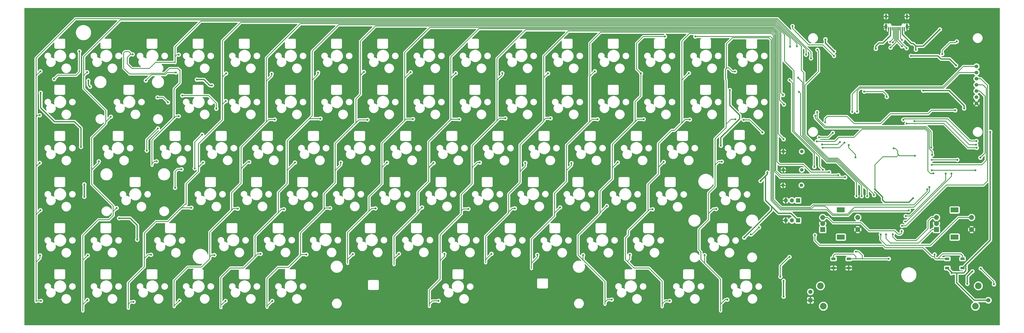
<source format=gbl>
%TF.GenerationSoftware,KiCad,Pcbnew,(5.1.12)-1*%
%TF.CreationDate,2022-01-08T21:51:43+01:00*%
%TF.ProjectId,OLEDUKEY,4f4c4544-554b-4455-992e-6b696361645f,rev?*%
%TF.SameCoordinates,Original*%
%TF.FileFunction,Copper,L2,Bot*%
%TF.FilePolarity,Positive*%
%FSLAX46Y46*%
G04 Gerber Fmt 4.6, Leading zero omitted, Abs format (unit mm)*
G04 Created by KiCad (PCBNEW (5.1.12)-1) date 2022-01-08 21:51:43*
%MOMM*%
%LPD*%
G01*
G04 APERTURE LIST*
%TA.AperFunction,SMDPad,CuDef*%
%ADD10R,1.700000X1.000000*%
%TD*%
%TA.AperFunction,ComponentPad*%
%ADD11O,1.700000X1.700000*%
%TD*%
%TA.AperFunction,ComponentPad*%
%ADD12R,1.700000X1.700000*%
%TD*%
%TA.AperFunction,ComponentPad*%
%ADD13R,1.750000X1.750000*%
%TD*%
%TA.AperFunction,ComponentPad*%
%ADD14C,1.750000*%
%TD*%
%TA.AperFunction,ComponentPad*%
%ADD15C,2.700000*%
%TD*%
%TA.AperFunction,ComponentPad*%
%ADD16C,2.000000*%
%TD*%
%TA.AperFunction,ComponentPad*%
%ADD17R,3.200000X2.000000*%
%TD*%
%TA.AperFunction,ComponentPad*%
%ADD18R,2.000000X2.000000*%
%TD*%
%TA.AperFunction,ComponentPad*%
%ADD19C,1.524000*%
%TD*%
%TA.AperFunction,ComponentPad*%
%ADD20O,1.400000X1.400000*%
%TD*%
%TA.AperFunction,ComponentPad*%
%ADD21C,1.400000*%
%TD*%
%TA.AperFunction,ComponentPad*%
%ADD22O,1.000000X1.600000*%
%TD*%
%TA.AperFunction,ComponentPad*%
%ADD23O,1.000000X2.100000*%
%TD*%
%TA.AperFunction,SMDPad,CuDef*%
%ADD24R,0.300000X1.450000*%
%TD*%
%TA.AperFunction,SMDPad,CuDef*%
%ADD25R,0.600000X1.450000*%
%TD*%
%TA.AperFunction,ViaPad*%
%ADD26C,0.800000*%
%TD*%
%TA.AperFunction,Conductor*%
%ADD27C,0.300000*%
%TD*%
%TA.AperFunction,Conductor*%
%ADD28C,0.500000*%
%TD*%
%TA.AperFunction,Conductor*%
%ADD29C,0.254000*%
%TD*%
%TA.AperFunction,Conductor*%
%ADD30C,0.100000*%
%TD*%
G04 APERTURE END LIST*
D10*
%TO.P,SW92,2*%
%TO.N,Net-(C2-Pad1)*%
X300330000Y-68585000D03*
X294030000Y-68585000D03*
%TO.P,SW92,1*%
%TO.N,USB_GND*%
X300330000Y-72385000D03*
X294030000Y-72385000D03*
%TD*%
%TO.P,SW91,2*%
%TO.N,Net-(C3-Pad1)*%
X347320000Y-68585000D03*
X341020000Y-68585000D03*
%TO.P,SW91,1*%
%TO.N,+3V3*%
X347320000Y-72385000D03*
X341020000Y-72385000D03*
%TD*%
D11*
%TO.P,J701,3*%
%TO.N,USB_GND*%
X274320000Y-44450000D03*
%TO.P,J701,2*%
%TO.N,Net-(D718-Pad1)*%
X276860000Y-44450000D03*
D12*
%TO.P,J701,1*%
%TO.N,USB_5v*%
X279400000Y-44450000D03*
%TD*%
D11*
%TO.P,J301,3*%
%TO.N,USB_GND*%
X274320000Y-52705000D03*
%TO.P,J301,2*%
%TO.N,Net-(D386-Pad1)*%
X276860000Y-52705000D03*
D12*
%TO.P,J301,1*%
%TO.N,USB_5v*%
X279400000Y-52705000D03*
%TD*%
D13*
%TO.P,RV1,1*%
%TO.N,USB_GND*%
X284480000Y-85725000D03*
D14*
%TO.P,RV1,2*%
%TO.N,POT_INPUT*%
X284480000Y-82225000D03*
%TO.P,RV1,3*%
%TO.N,+3V3*%
X357980000Y-85725000D03*
D15*
%TO.P,RV1,MP*%
%TO.N,N/C*%
X289830000Y-88175000D03*
X352630000Y-88175000D03*
X288630000Y-79775000D03*
X353830000Y-79775000D03*
%TD*%
D16*
%TO.P,SW94,S1*%
%TO.N,ENC_SW_2*%
X304060000Y-51515000D03*
%TO.P,SW94,S2*%
%TO.N,USB_GND*%
X304060000Y-56515000D03*
D17*
%TO.P,SW94,MP*%
%TO.N,N/C*%
X297060000Y-48415000D03*
X297060000Y-59615000D03*
D16*
%TO.P,SW94,B*%
%TO.N,ENC_B_2*%
X289560000Y-51515000D03*
%TO.P,SW94,C*%
%TO.N,USB_GND*%
X289560000Y-54015000D03*
D18*
%TO.P,SW94,A*%
%TO.N,ENC_A_2*%
X289560000Y-56515000D03*
%TD*%
D19*
%TO.P,U2,7*%
%TO.N,OLED_CS*%
X353085400Y10896600D03*
%TO.P,U2,6*%
%TO.N,OLED_DC*%
X353085400Y8356600D03*
%TO.P,U2,5*%
%TO.N,OLED_RES*%
X353085400Y5816600D03*
%TO.P,U2,4*%
%TO.N,OLED_DAT*%
X353085400Y3276600D03*
%TO.P,U2,3*%
%TO.N,OLED_CLK*%
X353085400Y736600D03*
%TO.P,U2,2*%
%TO.N,+3V3*%
X353085400Y-1803400D03*
%TO.P,U2,1*%
%TO.N,USB_GND*%
X353085400Y-4343400D03*
%TD*%
D16*
%TO.P,SW93,S1*%
%TO.N,ENC_SW_1*%
X351050000Y-51515000D03*
%TO.P,SW93,S2*%
%TO.N,USB_GND*%
X351050000Y-56515000D03*
D17*
%TO.P,SW93,MP*%
%TO.N,N/C*%
X344050000Y-48415000D03*
X344050000Y-59615000D03*
D16*
%TO.P,SW93,B*%
%TO.N,ENC_B_1*%
X336550000Y-51515000D03*
%TO.P,SW93,C*%
%TO.N,USB_GND*%
X336550000Y-54015000D03*
D18*
%TO.P,SW93,A*%
%TO.N,ENC_A_1*%
X336550000Y-56515000D03*
%TD*%
D20*
%TO.P,R3,2*%
%TO.N,USB_GND*%
X273304000Y-24257000D03*
D21*
%TO.P,R3,1*%
%TO.N,Net-(J1-PadB5)*%
X280924000Y-24257000D03*
%TD*%
D20*
%TO.P,R2,2*%
%TO.N,USB_GND*%
X273304000Y-31877000D03*
D21*
%TO.P,R2,1*%
%TO.N,Net-(J1-PadA5)*%
X280924000Y-31877000D03*
%TD*%
D20*
%TO.P,R1,2*%
%TO.N,USB_GND*%
X273177000Y-38227000D03*
D21*
%TO.P,R1,1*%
%TO.N,Net-(C3-Pad1)*%
X280797000Y-38227000D03*
%TD*%
D22*
%TO.P,J1,S1*%
%TO.N,USB_GND*%
X324360000Y31530000D03*
X315720000Y31530000D03*
D23*
X315720000Y27350000D03*
X324360000Y27350000D03*
D24*
%TO.P,J1,A6*%
%TO.N,DATA_P*%
X319790000Y26435000D03*
%TO.P,J1,B5*%
%TO.N,Net-(J1-PadB5)*%
X321790000Y26435000D03*
%TO.P,J1,A8*%
%TO.N,Net-(J1-PadA8)*%
X321290000Y26435000D03*
%TO.P,J1,B6*%
%TO.N,DATA_P*%
X320790000Y26435000D03*
%TO.P,J1,A7*%
%TO.N,DATA_N*%
X320290000Y26435000D03*
%TO.P,J1,B7*%
X319290000Y26435000D03*
%TO.P,J1,A5*%
%TO.N,Net-(J1-PadA5)*%
X318790000Y26435000D03*
%TO.P,J1,B8*%
%TO.N,Net-(J1-PadB8)*%
X318290000Y26435000D03*
D25*
%TO.P,J1,A12*%
%TO.N,USB_GND*%
X323290000Y26435000D03*
%TO.P,J1,B4*%
%TO.N,USB_5v*%
X322490000Y26435000D03*
%TO.P,J1,A4*%
X317590000Y26435000D03*
%TO.P,J1,A1*%
%TO.N,USB_GND*%
X316790000Y26435000D03*
%TO.P,J1,B12*%
X316790000Y26435000D03*
%TO.P,J1,B9*%
%TO.N,USB_5v*%
X317590000Y26435000D03*
%TO.P,J1,A9*%
X322490000Y26435000D03*
%TO.P,J1,B1*%
%TO.N,USB_GND*%
X323290000Y26435000D03*
%TD*%
D26*
%TO.N,+3V3*%
X318897000Y-22987000D03*
X327660000Y-26035000D03*
X311150000Y-39878000D03*
X326009000Y15240000D03*
X344678000Y11303000D03*
X358775000Y-16129000D03*
X326898000Y-43561000D03*
%TO.N,Net-(C2-Pad1)*%
X324231000Y-12700000D03*
X353187000Y-22733000D03*
X316865000Y-68580000D03*
X303276000Y-65659000D03*
%TO.N,Net-(C3-Pad1)*%
X334645000Y-27686000D03*
X345186000Y-27686000D03*
X335788000Y-66802000D03*
X286385000Y-58801000D03*
%TO.N,ROW0*%
X22479000Y8382000D03*
X10033000Y5080000D03*
%TO.N,ROW1*%
X39166800Y-6553200D03*
X25095200Y-1117600D03*
%TO.N,ROW2*%
X10414000Y-23876000D03*
X14986000Y-14732000D03*
X33274000Y-17272000D03*
X30226000Y-31242000D03*
%TO.N,ROW3*%
X24765000Y-31623000D03*
X22098000Y-39243000D03*
%TO.N,ROW5*%
X327406000Y-11684000D03*
X352933000Y-21463000D03*
%TO.N,Net-(J1-PadA5)*%
X317436500Y21018500D03*
X289560000Y-22733000D03*
X298577000Y-20574000D03*
%TO.N,DATA_N*%
X323596000Y-53213000D03*
X322326000Y19177000D03*
X318516000Y20828000D03*
X342773000Y-33401000D03*
%TO.N,DATA_P*%
X323850000Y-50927000D03*
X317627000Y18669000D03*
X324231000Y18415000D03*
X340360000Y-33401000D03*
%TO.N,Net-(J1-PadB5)*%
X322389500Y21780500D03*
X289306000Y-21336000D03*
X296672000Y-20320000D03*
%TO.N,COL0*%
X250190000Y-85471000D03*
X240792000Y-67056000D03*
X245618000Y-48006000D03*
X247904000Y-28448000D03*
X253492000Y-10922000D03*
X253365000Y8763000D03*
X325120000Y-48641000D03*
%TO.N,COL1*%
X234315000Y8128000D03*
X226441000Y-85979000D03*
X209931000Y-66929000D03*
X219329000Y-48133000D03*
X223901000Y-28575000D03*
X234696000Y-11049000D03*
X332740000Y-39878000D03*
%TO.N,COL2*%
X214503000Y8001000D03*
X202438000Y-85471000D03*
X190627000Y-67056000D03*
X200406000Y-46736000D03*
X204914500Y-28765500D03*
X215646000Y-10922000D03*
X333629000Y-38989000D03*
X236982000Y23241000D03*
X224409000Y23241000D03*
%TO.N,COL3*%
X195453000Y8890000D03*
X171704000Y-66929000D03*
X181102000Y-47371000D03*
X185801000Y-29083000D03*
X196596000Y-10922000D03*
X298831000Y-34925000D03*
%TO.N,COL4*%
X176149000Y8001000D03*
X152781000Y-66548000D03*
X162433000Y-47752000D03*
X166751000Y-28956000D03*
X177165000Y-10541000D03*
X296037000Y-34036000D03*
%TO.N,COL5*%
X157226000Y8128000D03*
X130937000Y-85979000D03*
X133350000Y-66548000D03*
X143256000Y-48006000D03*
X147955000Y-28829000D03*
X158496000Y-10541000D03*
X292227000Y-32766000D03*
%TO.N,COL6*%
X138049000Y8128000D03*
X114554000Y-66548000D03*
X124079000Y-47371000D03*
X128841500Y-29019500D03*
X139446000Y-10922000D03*
X273431000Y-19177000D03*
X287147000Y-20066000D03*
X335280000Y-33274000D03*
%TO.N,COL7*%
X119380000Y8509000D03*
X95504000Y-66675000D03*
X104902000Y-47752000D03*
X109601000Y-28829000D03*
X120332500Y-10858500D03*
X273558000Y-4826000D03*
X286512000Y-9525000D03*
X334772000Y-25654000D03*
%TO.N,COL8*%
X100076000Y8636000D03*
X62230000Y-85979000D03*
X76327000Y-66802000D03*
X86106000Y-47625000D03*
X90551000Y-28829000D03*
X101600000Y-11176000D03*
X273177000Y-889000D03*
X287274000Y-8001000D03*
X334391000Y-22606000D03*
%TO.N,COL9*%
X81153000Y8382000D03*
X42926000Y-85979000D03*
X57404000Y-66548000D03*
X67056000Y-48133000D03*
X71628000Y-28829000D03*
X82169000Y-10668000D03*
X289687000Y-31877000D03*
%TO.N,COL10*%
X61976000Y7874000D03*
X23876000Y-85852000D03*
X38354000Y-67056000D03*
X48006000Y-47879000D03*
X52705000Y-28575000D03*
X63246000Y-11049000D03*
X286131000Y-30607000D03*
X275907500Y5270500D03*
X276098000Y19050000D03*
%TO.N,COL11*%
X43180000Y8001000D03*
X4953000Y-86360000D03*
X12192000Y-66929000D03*
X28829000Y-47498000D03*
X33655000Y-28829000D03*
X43053000Y-3429000D03*
X310769000Y-42291000D03*
X278892000Y19177000D03*
X287401000Y17780000D03*
%TO.N,COL12*%
X4572000Y15875000D03*
X23622000Y15748000D03*
X14478000Y-28321000D03*
X23622000Y-9652000D03*
X307975000Y-42672000D03*
%TO.N,COL13*%
X-14224000Y8509000D03*
X-14097000Y-85598000D03*
X-13970000Y-67183000D03*
X-2032000Y-47625000D03*
X-9398000Y-28321000D03*
X-4445000Y-9906000D03*
X305689000Y-42672000D03*
X282702000Y15748000D03*
X279400000Y6223000D03*
%TO.N,COL14*%
X-33528000Y8890000D03*
X-33274000Y-85979000D03*
X-33655000Y-67183000D03*
X-33528000Y-48514000D03*
X-33782000Y-28956000D03*
X-33782000Y-9271000D03*
X303530000Y-42672000D03*
X284734000Y14224000D03*
X279781000Y381000D03*
%TO.N,OLED_DAT*%
X334645000Y-29718000D03*
%TO.N,OLED_CLK*%
X334645000Y-32004000D03*
X354711000Y-26797000D03*
X352679000Y-32004000D03*
%TO.N,ENC_A_1*%
X315722000Y-58547000D03*
%TO.N,ENC_B_1*%
X318516000Y-58420000D03*
%TO.N,ENC_SW_1*%
X313563000Y-58547000D03*
%TO.N,ENC_B_2*%
X322199000Y-57150000D03*
%TO.N,USB_GND*%
X307340000Y33020000D03*
X304292000Y19304000D03*
X300736000Y19304000D03*
X311912000Y-2032000D03*
X311912000Y-4064000D03*
X331724000Y4572000D03*
X331724000Y10668000D03*
X321564000Y-2540000D03*
X321564000Y-6096000D03*
X332232000Y-3556000D03*
X332232000Y-6604000D03*
X345440000Y-23876000D03*
X345440000Y-21844000D03*
X335788000Y-19812000D03*
X346456000Y-12192000D03*
X353060000Y-12700000D03*
X350012000Y-26924000D03*
X352044000Y-26924000D03*
X255016000Y-1016000D03*
X252984000Y2032000D03*
X264668000Y-6096000D03*
X266700000Y-6096000D03*
X274320000Y8636000D03*
X274320000Y7112000D03*
X251460000Y16256000D03*
X252984000Y17780000D03*
X255016000Y20828000D03*
X233172000Y15748000D03*
X233172000Y17272000D03*
X234696000Y20828000D03*
X213868000Y15748000D03*
X214884000Y16764000D03*
X216916000Y20320000D03*
X216916000Y21844000D03*
X197612000Y20320000D03*
X197612000Y21336000D03*
X195072000Y15748000D03*
X195580000Y17272000D03*
X185420000Y23876000D03*
X176276000Y15240000D03*
X175260000Y20320000D03*
X158496000Y21336000D03*
X154432000Y16764000D03*
X156464000Y18288000D03*
X137160000Y19304000D03*
X135636000Y16764000D03*
X139192000Y22352000D03*
X120396000Y33020000D03*
X129540000Y33020000D03*
X103124000Y23368000D03*
X105156000Y25400000D03*
X119380000Y15748000D03*
X100076000Y15748000D03*
X96520000Y20828000D03*
X80772000Y22860000D03*
X81280000Y15748000D03*
X62992000Y20828000D03*
X62992000Y15240000D03*
X59436000Y16764000D03*
X62484000Y34036000D03*
X49276000Y23876000D03*
X52324000Y23876000D03*
X30480000Y23876000D03*
X33020000Y23876000D03*
X20828000Y17272000D03*
X6604000Y20828000D03*
X9652000Y33528000D03*
X1016000Y33528000D03*
X-3556000Y23876000D03*
X-1524000Y23876000D03*
X-21336000Y18288000D03*
X-34036000Y20320000D03*
X-31496000Y21844000D03*
X-30099000Y29591000D03*
X9525000Y16383000D03*
X3683000Y18923000D03*
X-15494000Y-635000D03*
X-31242000Y508000D03*
X28829000Y-9652000D03*
X43434000Y1397000D03*
X39751000Y1524000D03*
X62230000Y1524000D03*
X58039000Y1524000D03*
X80899000Y1270000D03*
X96774000Y1397000D03*
X100838000Y1397000D03*
X115189000Y1397000D03*
X119761000Y1397000D03*
X138303000Y1143000D03*
X134239000Y1143000D03*
X157734000Y1143000D03*
X176657000Y1143000D03*
X172847000Y1143000D03*
X191643000Y1270000D03*
X195707000Y1270000D03*
X211836000Y1524000D03*
X216027000Y1651000D03*
X229743000Y1397000D03*
X234061000Y1397000D03*
X249936000Y-18669000D03*
X240792000Y-22225000D03*
X224282000Y-15748000D03*
X241300000Y-29083000D03*
X217170000Y-25019000D03*
X219075000Y-25019000D03*
X206375000Y-15748000D03*
X198755000Y-25146000D03*
X181610000Y-24638000D03*
X178181000Y-20701000D03*
X165481000Y-16129000D03*
X167132000Y-16129000D03*
X162179000Y-24765000D03*
X163195000Y-23114000D03*
X148717000Y-15875000D03*
X140970000Y-25146000D03*
X142875000Y-25146000D03*
X126492000Y-15748000D03*
X128143000Y-16383000D03*
X122174000Y-25019000D03*
X124079000Y-25019000D03*
X107315000Y-15748000D03*
X109347000Y-16510000D03*
X103124000Y-25146000D03*
X105156000Y-25146000D03*
X89916000Y-16129000D03*
X84455000Y-25019000D03*
X86106000Y-25019000D03*
X69977000Y-15875000D03*
X64770000Y-25146000D03*
X66548000Y-25146000D03*
X51435000Y-16002000D03*
X52832000Y-16510000D03*
X41783000Y-14224000D03*
X43942000Y-14097000D03*
X45974000Y-25146000D03*
X47498000Y-25146000D03*
X26924000Y-25146000D03*
X28448000Y-25273000D03*
X9525000Y-16256000D03*
X10922000Y-16256000D03*
X4699000Y-24765000D03*
X7366000Y-24765000D03*
X-14732000Y-16256000D03*
X-13462000Y-16256000D03*
X-20828000Y-25019000D03*
X-19177000Y-25019000D03*
X-33401000Y-39243000D03*
X-31623000Y-39116000D03*
X-9906000Y-37338000D03*
X-8763000Y-38608000D03*
X-2540000Y-39116000D03*
X-762000Y-39116000D03*
X15621000Y-38608000D03*
X17018000Y-38608000D03*
X46736000Y-37338000D03*
X47625000Y-36449000D03*
X29718000Y-38862000D03*
X65786000Y-37592000D03*
X66675000Y-36703000D03*
X70231000Y-39878000D03*
X71628000Y-39878000D03*
X84963000Y-37973000D03*
X86233000Y-36957000D03*
X104267000Y-37719000D03*
X105410000Y-36703000D03*
X123063000Y-37846000D03*
X124587000Y-36703000D03*
X141732000Y-37465000D03*
X143002000Y-36449000D03*
X161163000Y-38100000D03*
X162306000Y-37084000D03*
X180086000Y-37719000D03*
X181483000Y-36322000D03*
X198374000Y-37211000D03*
X216789000Y-36957000D03*
X236347000Y-39116000D03*
X220599000Y-40005000D03*
X222885000Y-39878000D03*
X263652000Y-38608000D03*
X263652000Y-39878000D03*
X43307000Y16129000D03*
X241681000Y-56642000D03*
X228346000Y-55245000D03*
X225806000Y-60960000D03*
X227457000Y-68961000D03*
X209169000Y-54483000D03*
X212090000Y-56769000D03*
X210058000Y-60960000D03*
X207010000Y-59436000D03*
X190500000Y-54483000D03*
X191008000Y-60325000D03*
X171831000Y-54610000D03*
X171831000Y-60325000D03*
X152400000Y-54610000D03*
X152781000Y-60452000D03*
X132842000Y-54610000D03*
X133350000Y-60325000D03*
X114046000Y-54737000D03*
X114300000Y-60452000D03*
X97282000Y-56388000D03*
X93599000Y-54737000D03*
X95504000Y-60325000D03*
X78740000Y-56388000D03*
X75057000Y-54483000D03*
X76073000Y-60325000D03*
X56642000Y-54610000D03*
X59563000Y-56642000D03*
X57277000Y-60325000D03*
X32512000Y-54356000D03*
X34925000Y-55372000D03*
X28702000Y-60960000D03*
X14224000Y-56515000D03*
X9144000Y-55245000D03*
X1524000Y-60960000D03*
X-2794000Y-58928000D03*
X-14351000Y-54610000D03*
X-11557000Y-56769000D03*
X-14224000Y-60325000D03*
X-32512000Y-55499000D03*
X-14224000Y-74930000D03*
X-33401000Y-75692000D03*
X3302000Y-74803000D03*
X21336000Y-74676000D03*
X40132000Y-74676000D03*
X59690000Y-74422000D03*
X81026000Y-75438000D03*
X99441000Y-74930000D03*
X116713000Y-78867000D03*
X120650000Y-76708000D03*
X114935000Y-85979000D03*
X120396000Y-85979000D03*
X185420000Y-78867000D03*
X189230000Y-78867000D03*
X177673000Y-75438000D03*
X158242000Y-75819000D03*
X225044000Y-74422000D03*
X225933000Y-75692000D03*
X248539000Y-74295000D03*
X249555000Y-75565000D03*
X267462000Y-74295000D03*
X268732000Y-75946000D03*
X254381000Y-55245000D03*
X167259000Y-91694000D03*
X173228000Y-91694000D03*
X106807000Y-91059000D03*
X112395000Y-91059000D03*
X46863000Y-91694000D03*
X53086000Y-91694000D03*
X-24384000Y-91186000D03*
%TO.N,USB_5v*%
X-13716000Y5080000D03*
X-13081000Y2540000D03*
X37338000Y3048000D03*
X31115000Y5461000D03*
X263906000Y-36449000D03*
X266700000Y-32893000D03*
X-33401000Y0D03*
X-16764000Y-22352000D03*
X311531000Y18161000D03*
X328041000Y17780000D03*
X290703000Y22098000D03*
X294259000Y17018000D03*
X337947000Y26162000D03*
X349313500Y-78930500D03*
X351409000Y-73787000D03*
X347980000Y-6477000D03*
X331089000Y889000D03*
X251206000Y1143000D03*
X247523000Y-21844000D03*
X257175000Y-59817000D03*
X6477000Y-60706000D03*
X-1016000Y-51816000D03*
X-15367000Y-42926000D03*
X-15367000Y-37846000D03*
X273431000Y-77724000D03*
X273431000Y-84201000D03*
%TO.N,OLED_RES*%
X322326000Y-54991000D03*
%TO.N,OLED_DC*%
X303784000Y-7747000D03*
%TO.N,OLED_CS*%
X303149000Y-26670000D03*
X301752000Y-7874000D03*
X300355000Y-21590000D03*
%TO.N,POT_INPUT*%
X322834000Y-11176000D03*
X353060000Y-19939000D03*
%TO.N,Net-(D301-Pad3)*%
X277114000Y27559000D03*
X316037000Y-1712000D03*
X306705000Y508000D03*
X294259000Y15240000D03*
%TO.N,Net-(D316-Pad1)*%
X-17399000Y17145000D03*
X-27876500Y5651500D03*
%TO.N,Net-(D318-Pad1)*%
X14859000Y-1905000D03*
X19177000Y-3937000D03*
%TO.N,Net-(D331-Pad1)*%
X256921000Y-11176000D03*
X264668000Y-16383000D03*
%TO.N,Net-(D360-Pad1)*%
X263271000Y-55626000D03*
X259842000Y-58547000D03*
%TO.N,Net-(D701-Pad3)*%
X338963000Y16002000D03*
X344932000Y21209000D03*
%TO.N,Net-(D716-Pad1)*%
X360299000Y-79121000D03*
X354838000Y-72644000D03*
%TO.N,Net-(D718-Pad1)*%
X344297000Y-7239000D03*
X288036000Y-18415000D03*
X293751000Y-16510000D03*
X290639500Y-12255500D03*
%TO.N,Net-(D386-Pad1)*%
X272097500Y-76009500D03*
X275844000Y-67818000D03*
%TD*%
D27*
%TO.N,+3V3*%
X320548000Y-24003000D02*
X319532000Y-22987000D01*
X320548000Y-25273000D02*
X320548000Y-24003000D01*
X319532000Y-22987000D02*
X318897000Y-22987000D01*
X327660000Y-26035000D02*
X321310000Y-26035000D01*
X311150000Y-39878000D02*
X311150000Y-29718000D01*
X311150000Y-29718000D02*
X314452000Y-26416000D01*
X320167000Y-26416000D02*
X320929000Y-25654000D01*
X314452000Y-26416000D02*
X320167000Y-26416000D01*
X320929000Y-25654000D02*
X320548000Y-25273000D01*
X321310000Y-26035000D02*
X320929000Y-25654000D01*
D28*
X326009000Y15240000D02*
X337185000Y15240000D01*
X337185000Y15240000D02*
X338455000Y13970000D01*
X338455000Y13970000D02*
X342011000Y13970000D01*
X342011000Y13970000D02*
X344678000Y11303000D01*
X344678000Y11303000D02*
X344678000Y11303000D01*
X358775000Y-16129000D02*
X358775000Y-60930000D01*
X348727000Y-70978000D02*
X348727000Y-73548000D01*
X358775000Y-60930000D02*
X348727000Y-70978000D01*
X348727000Y-70978000D02*
X347320000Y-72385000D01*
X348727000Y-73548000D02*
X347853000Y-74422000D01*
X344932000Y-74422000D02*
X344932000Y-78486000D01*
X347853000Y-74422000D02*
X344932000Y-74422000D01*
X344932000Y-74422000D02*
X343057000Y-74422000D01*
X352171000Y-85725000D02*
X357980000Y-85725000D01*
X344932000Y-78486000D02*
X352171000Y-85725000D01*
X342724500Y-74089500D02*
X342724500Y-74724500D01*
X343057000Y-74422000D02*
X342724500Y-74089500D01*
X342724500Y-74089500D02*
X341020000Y-72385000D01*
X311150000Y-39878000D02*
X314325000Y-43053000D01*
X314325000Y-43053000D02*
X314325000Y-44323000D01*
X314325000Y-44323000D02*
X315214000Y-45212000D01*
X315214000Y-45212000D02*
X325247000Y-45212000D01*
X325247000Y-45212000D02*
X326898000Y-43561000D01*
X326898000Y-43561000D02*
X326898000Y-43561000D01*
D27*
%TO.N,Net-(C2-Pad1)*%
X324231000Y-12700000D02*
X339598000Y-12700000D01*
X339598000Y-12700000D02*
X349631000Y-22733000D01*
X349631000Y-22733000D02*
X353187000Y-22733000D01*
X353187000Y-22733000D02*
X353187000Y-22733000D01*
X316860000Y-68585000D02*
X316865000Y-68580000D01*
X294030000Y-68585000D02*
X294030000Y-67285000D01*
X294030000Y-67285000D02*
X294640000Y-66675000D01*
X294640000Y-66675000D02*
X302260000Y-66675000D01*
X303281000Y-67696000D02*
X303281000Y-68585000D01*
X302260000Y-66675000D02*
X303281000Y-67696000D01*
X300330000Y-68585000D02*
X303281000Y-68585000D01*
X303281000Y-68585000D02*
X305948000Y-68585000D01*
X305948000Y-68585000D02*
X305948000Y-67188000D01*
X305948000Y-68585000D02*
X316860000Y-68585000D01*
X305948000Y-67188000D02*
X304419000Y-65659000D01*
X304419000Y-65659000D02*
X303276000Y-65659000D01*
X303276000Y-65659000D02*
X303276000Y-65659000D01*
%TO.N,Net-(C3-Pad1)*%
X334645000Y-27686000D02*
X345186000Y-27686000D01*
X345186000Y-27686000D02*
X345186000Y-27686000D01*
X336301000Y-68585000D02*
X335788000Y-68072000D01*
X347320000Y-68585000D02*
X347320000Y-67285000D01*
X347320000Y-67285000D02*
X346583000Y-66548000D01*
X346583000Y-66548000D02*
X339090000Y-66548000D01*
X337561000Y-68077000D02*
X337561000Y-68585000D01*
X339090000Y-66548000D02*
X337561000Y-68077000D01*
X337561000Y-68585000D02*
X336301000Y-68585000D01*
X341020000Y-68585000D02*
X337561000Y-68585000D01*
X286385000Y-58801000D02*
X286385000Y-61087000D01*
X286385000Y-61087000D02*
X288290000Y-62992000D01*
X288290000Y-62992000D02*
X314452000Y-62992000D01*
X314452000Y-62992000D02*
X315468000Y-64008000D01*
X315468000Y-64008000D02*
X331089000Y-64008000D01*
X334772000Y-67691000D02*
X335788000Y-67691000D01*
X331089000Y-64008000D02*
X334772000Y-67691000D01*
X335788000Y-67691000D02*
X335788000Y-66802000D01*
X335788000Y-68072000D02*
X335788000Y-67691000D01*
%TO.N,ROW0*%
X22479000Y8382000D02*
X18923000Y8382000D01*
X18034000Y7493000D02*
X12446000Y7493000D01*
X18923000Y8382000D02*
X18034000Y7493000D01*
X12446000Y7493000D02*
X10033000Y5080000D01*
%TO.N,ROW1*%
X39166800Y-4370798D02*
X35913602Y-1117600D01*
X39166800Y-6553200D02*
X39166800Y-4370798D01*
X35913602Y-1117600D02*
X25095200Y-1117600D01*
X25095200Y-1117600D02*
X25095200Y-1117600D01*
%TO.N,ROW2*%
X10414000Y-23876000D02*
X10414000Y-19304000D01*
X10414000Y-19304000D02*
X14986000Y-14732000D01*
X14986000Y-14732000D02*
X14986000Y-14732000D01*
X33274000Y-17272000D02*
X30226000Y-20320000D01*
X30226000Y-20320000D02*
X30226000Y-31242000D01*
X30226000Y-31242000D02*
X30226000Y-31242000D01*
%TO.N,ROW3*%
X24765000Y-31623000D02*
X23114000Y-31623000D01*
X23114000Y-31623000D02*
X22098000Y-32639000D01*
X22098000Y-32639000D02*
X22098000Y-39243000D01*
X22098000Y-39243000D02*
X22098000Y-39243000D01*
%TO.N,ROW5*%
X327406000Y-11684000D02*
X340360000Y-11684000D01*
X340360000Y-11684000D02*
X350139000Y-21463000D01*
X350139000Y-21463000D02*
X352933000Y-21463000D01*
X352933000Y-21463000D02*
X352933000Y-21463000D01*
%TO.N,Net-(J1-PadA5)*%
X318790000Y26435000D02*
X318790000Y22372000D01*
X318790000Y22372000D02*
X317436500Y21018500D01*
X317436500Y21018500D02*
X317373000Y20955000D01*
X289560000Y-22733000D02*
X296418000Y-22733000D01*
X296418000Y-22733000D02*
X298577000Y-20574000D01*
X298577000Y-20574000D02*
X298577000Y-20574000D01*
%TO.N,DATA_N*%
X323596000Y-53213000D02*
X324104000Y-53213000D01*
X324104000Y-53213000D02*
X341122000Y-36195000D01*
X319290000Y26435000D02*
X319290000Y21602000D01*
X320290000Y26435000D02*
X320290000Y21213000D01*
X320290000Y21213000D02*
X322326000Y19177000D01*
X322326000Y19177000D02*
X322326000Y19177000D01*
X319290000Y21602000D02*
X318516000Y20828000D01*
X318516000Y20828000D02*
X318516000Y20828000D01*
X341122000Y-36195000D02*
X342773000Y-34544000D01*
X342773000Y-34544000D02*
X342773000Y-33401000D01*
X342773000Y-33401000D02*
X342773000Y-33401000D01*
%TO.N,DATA_P*%
X323850000Y-50927000D02*
X325628000Y-50927000D01*
X325628000Y-50927000D02*
X340360000Y-36195000D01*
X320790000Y26435000D02*
X320790000Y21856000D01*
X320790000Y21856000D02*
X322326000Y20320000D01*
X319790000Y26435000D02*
X319790000Y20832000D01*
X319790000Y20832000D02*
X317627000Y18669000D01*
X317627000Y18669000D02*
X317500000Y18542000D01*
X322326000Y20320000D02*
X322326000Y20320000D01*
X322326000Y20320000D02*
X324231000Y18415000D01*
X324231000Y18415000D02*
X324231000Y18415000D01*
X340360000Y-36195000D02*
X340360000Y-33401000D01*
X340360000Y-33401000D02*
X340360000Y-33401000D01*
%TO.N,Net-(J1-PadB5)*%
X321790000Y26435000D02*
X321790000Y22380000D01*
X321790000Y22380000D02*
X322389500Y21780500D01*
X322389500Y21780500D02*
X322453000Y21717000D01*
X289306000Y-21336000D02*
X295656000Y-21336000D01*
X295656000Y-21336000D02*
X296672000Y-20320000D01*
X296672000Y-20320000D02*
X296672000Y-20320000D01*
%TO.N,COL0*%
X253365000Y8763000D02*
X252222000Y8763000D01*
X252222000Y8763000D02*
X251968000Y9017000D01*
X251968000Y9017000D02*
X250698000Y10287000D01*
X250698000Y10287000D02*
X249936000Y10287000D01*
X249936000Y10287000D02*
X249936000Y10160000D01*
X249428000Y9652000D02*
X249428000Y5588000D01*
X249428000Y5588000D02*
X249682000Y5334000D01*
X249682000Y5334000D02*
X249682000Y-12065000D01*
X249682000Y-14423120D02*
X245110000Y-18995120D01*
X245110000Y-38735000D02*
X242443000Y-41402000D01*
X238485715Y-56408285D02*
X238485715Y-64917285D01*
X242443000Y-52451000D02*
X238485715Y-56408285D01*
X238485715Y-64917285D02*
X239268000Y-65699570D01*
X239268000Y-65699570D02*
X239268000Y-68834000D01*
X249301000Y-85471000D02*
X247396000Y-87376000D01*
X250190000Y-85471000D02*
X249301000Y-85471000D01*
X247396000Y-87376000D02*
X247396000Y-90170000D01*
X247396000Y-76962000D02*
X247396000Y-87376000D01*
X240792000Y-70358000D02*
X241300000Y-70866000D01*
X241300000Y-70866000D02*
X247396000Y-76962000D01*
X240792000Y-67056000D02*
X240792000Y-70358000D01*
X239268000Y-68834000D02*
X241300000Y-70866000D01*
X244348000Y-48006000D02*
X242443000Y-49911000D01*
X245618000Y-48006000D02*
X244348000Y-48006000D01*
X242443000Y-49911000D02*
X242443000Y-52451000D01*
X242443000Y-41402000D02*
X242443000Y-49911000D01*
X246507000Y-28448000D02*
X245110000Y-29845000D01*
X247904000Y-28448000D02*
X246507000Y-28448000D01*
X245110000Y-29845000D02*
X245110000Y-38735000D01*
X245110000Y-18995120D02*
X245110000Y-29845000D01*
X251714000Y-10922000D02*
X249682000Y-12954000D01*
X253492000Y-10922000D02*
X251714000Y-10922000D01*
X249682000Y-12954000D02*
X249682000Y-14423120D01*
X249682000Y-12065000D02*
X249682000Y-12954000D01*
X249936000Y10160000D02*
X249809000Y10033000D01*
X249809000Y10033000D02*
X249428000Y9652000D01*
X316865000Y-48768000D02*
X316865000Y-48768000D01*
X301951120Y-48768000D02*
X324993000Y-48768000D01*
X300054112Y-50665008D02*
X301951120Y-48768000D01*
X324993000Y-48768000D02*
X325120000Y-48641000D01*
X293670888Y-50665008D02*
X300054112Y-50665008D01*
X291376898Y-48371018D02*
X293670888Y-50665008D01*
X268239980Y-44483220D02*
X272127778Y-48371018D01*
X268239980Y21828020D02*
X268239980Y-44483220D01*
X267327010Y22740990D02*
X268239980Y21828020D01*
X272127778Y-48371018D02*
X291376898Y-48371018D01*
X252356990Y22740990D02*
X267327010Y22740990D01*
X249809000Y20193000D02*
X252356990Y22740990D01*
X249809000Y10033000D02*
X249809000Y20193000D01*
%TO.N,COL1*%
X234315000Y8128000D02*
X231394000Y5207000D01*
X228346000Y-15494000D02*
X227203000Y-15494000D01*
X227203000Y-15494000D02*
X221742000Y-20955000D01*
X221742000Y-33528000D02*
X217424000Y-37846000D01*
X217424000Y-37846000D02*
X217424000Y-48893002D01*
X209296000Y-57021002D02*
X209296000Y-58801000D01*
X208153000Y-59944000D02*
X208153000Y-68961000D01*
X209296000Y-58801000D02*
X208153000Y-59944000D01*
X211582000Y-72390000D02*
X217805000Y-72390000D01*
X217805000Y-72390000D02*
X223266000Y-77851000D01*
X224536000Y-85979000D02*
X223266000Y-87249000D01*
X226441000Y-85979000D02*
X224536000Y-85979000D01*
X223266000Y-87249000D02*
X223266000Y-88392000D01*
X223266000Y-77851000D02*
X223266000Y-87249000D01*
X209931000Y-66929000D02*
X209931000Y-68707000D01*
X208915000Y-69723000D02*
X211582000Y-72390000D01*
X209931000Y-68707000D02*
X208915000Y-69723000D01*
X208153000Y-68961000D02*
X208915000Y-69723000D01*
X218184002Y-48133000D02*
X217169001Y-49148001D01*
X219329000Y-48133000D02*
X218184002Y-48133000D01*
X217169001Y-49148001D02*
X209296000Y-57021002D01*
X217424000Y-48893002D02*
X217169001Y-49148001D01*
X221742000Y-30734000D02*
X221742000Y-31242000D01*
X223901000Y-28575000D02*
X221742000Y-30734000D01*
X221742000Y-31242000D02*
X221742000Y-33528000D01*
X221742000Y-20955000D02*
X221742000Y-31242000D01*
X232791000Y-11049000D02*
X230886000Y-12954000D01*
X234696000Y-11049000D02*
X232791000Y-11049000D01*
X230886000Y-12954000D02*
X228346000Y-15494000D01*
X231394000Y-12446000D02*
X230886000Y-12954000D01*
X332740000Y-39878000D02*
X332740000Y-40767000D01*
X332740000Y-40767000D02*
X327152000Y-46355000D01*
X327152000Y-46355000D02*
X285623000Y-46355000D01*
X285623000Y-46355000D02*
X284607000Y-47371000D01*
X284607000Y-47371000D02*
X272542000Y-47371000D01*
X272542000Y-47371000D02*
X269240000Y-44069000D01*
X269240000Y-44069000D02*
X269240000Y23622000D01*
X269240000Y23622000D02*
X268351000Y24511000D01*
X268351000Y24511000D02*
X234569000Y24511000D01*
X234569000Y24511000D02*
X231394000Y21336000D01*
X231394000Y4826000D02*
X231394000Y-12446000D01*
X231394000Y21336000D02*
X231394000Y4826000D01*
X231394000Y5207000D02*
X231394000Y4826000D01*
%TO.N,COL2*%
X214503000Y8001000D02*
X214503000Y-1270000D01*
X214503000Y-1270000D02*
X212090000Y-3683000D01*
X212090000Y-3683000D02*
X212090000Y-11938000D01*
X202692000Y-35560000D02*
X197612000Y-40640000D01*
X197612000Y-40640000D02*
X197612000Y-49911000D01*
X197612000Y-49911000D02*
X188595000Y-58928000D01*
X188595000Y-58928000D02*
X188595000Y-67056000D01*
X200660000Y-85471000D02*
X199644000Y-86487000D01*
X202438000Y-85471000D02*
X200660000Y-85471000D01*
X199644000Y-86487000D02*
X199644000Y-87376000D01*
X199644000Y-78105000D02*
X199644000Y-86487000D01*
X190627000Y-69088000D02*
X192278000Y-70739000D01*
X190627000Y-67056000D02*
X190627000Y-69088000D01*
X192278000Y-70739000D02*
X199644000Y-78105000D01*
X188595000Y-67056000D02*
X192278000Y-70739000D01*
X197612000Y-49530000D02*
X197612000Y-49911000D01*
X200406000Y-46736000D02*
X197612000Y-49530000D01*
X204914500Y-28765500D02*
X202692000Y-30988000D01*
X202692000Y-30988000D02*
X202692000Y-35560000D01*
X202692000Y-21336000D02*
X202692000Y-30988000D01*
X213106000Y-10922000D02*
X211201000Y-12827000D01*
X215646000Y-10922000D02*
X213106000Y-10922000D01*
X211201000Y-12827000D02*
X202692000Y-21336000D01*
X212090000Y-11938000D02*
X211201000Y-12827000D01*
X236982000Y23241000D02*
X236982000Y23241000D01*
X224409000Y23241000D02*
X215519000Y23241000D01*
X215519000Y23241000D02*
X212725000Y20447000D01*
X212725000Y9779000D02*
X214503000Y8001000D01*
X212725000Y20447000D02*
X212725000Y9779000D01*
X333629000Y-40894000D02*
X333629000Y-38989000D01*
X293878000Y-50165000D02*
X299847000Y-50165000D01*
X290576000Y-46863000D02*
X293878000Y-50165000D01*
X286004000Y-46863000D02*
X290576000Y-46863000D01*
X272334888Y-47871008D02*
X284995992Y-47871008D01*
X302768000Y-47244000D02*
X327279000Y-47244000D01*
X268739990Y-44276110D02*
X272334888Y-47871008D01*
X284995992Y-47871008D02*
X286004000Y-46863000D01*
X268739990Y22598010D02*
X268739990Y-44276110D01*
X327279000Y-47244000D02*
X333629000Y-40894000D01*
X268097000Y23241000D02*
X268739990Y22598010D01*
X299847000Y-50165000D02*
X302768000Y-47244000D01*
X236982000Y23241000D02*
X268097000Y23241000D01*
%TO.N,COL3*%
X193294000Y6731000D02*
X193294000Y-12065000D01*
X183769000Y-36576000D02*
X178943000Y-41402000D01*
X178943000Y-41402000D02*
X178816000Y-41529000D01*
X178816000Y-50927000D02*
X169291000Y-60452000D01*
X171704000Y-67945000D02*
X169291000Y-70358000D01*
X171704000Y-66929000D02*
X171704000Y-67945000D01*
X169291000Y-70358000D02*
X169291000Y-72644000D01*
X169291000Y-60452000D02*
X169291000Y-70358000D01*
X178943000Y-49530000D02*
X178816000Y-49530000D01*
X181102000Y-47371000D02*
X178943000Y-49530000D01*
X178816000Y-49530000D02*
X178816000Y-50927000D01*
X178816000Y-41529000D02*
X178816000Y-49530000D01*
X185801000Y-29083000D02*
X185801000Y-30099000D01*
X185801000Y-30099000D02*
X183769000Y-32131000D01*
X183769000Y-32131000D02*
X183769000Y-36576000D01*
X183769000Y-21590000D02*
X183769000Y-32131000D01*
X194437000Y-10922000D02*
X192913000Y-12446000D01*
X196596000Y-10922000D02*
X194437000Y-10922000D01*
X192913000Y-12446000D02*
X183769000Y-21590000D01*
X193294000Y-12065000D02*
X192913000Y-12446000D01*
X195453000Y8890000D02*
X193421000Y6858000D01*
X193421000Y6858000D02*
X193294000Y6731000D01*
X272034000Y-34925000D02*
X298831000Y-34925000D01*
X269740010Y-32631010D02*
X272034000Y-34925000D01*
X269740010Y23829110D02*
X269740010Y-32631010D01*
X268558110Y25011010D02*
X269740010Y23829110D01*
X197858010Y25011010D02*
X268558110Y25011010D01*
X193421000Y20574000D02*
X197858010Y25011010D01*
X193421000Y6858000D02*
X193421000Y20574000D01*
%TO.N,COL4*%
X176149000Y8001000D02*
X174371000Y6223000D01*
X174371000Y-11684000D02*
X164592000Y-21463000D01*
X164592000Y-37084000D02*
X159893000Y-41783000D01*
X159893000Y-49657000D02*
X150368000Y-59182000D01*
X150368000Y-68961000D02*
X150368000Y-69469000D01*
X150368000Y-69469000D02*
X150368000Y-70231000D01*
X152781000Y-66548000D02*
X150368000Y-68961000D01*
X150368000Y-59182000D02*
X150368000Y-69469000D01*
X161417000Y-47752000D02*
X159893000Y-49276000D01*
X162433000Y-47752000D02*
X161417000Y-47752000D01*
X159893000Y-49276000D02*
X159893000Y-49657000D01*
X159893000Y-41783000D02*
X159893000Y-49276000D01*
X166751000Y-30353000D02*
X164592000Y-32512000D01*
X166751000Y-28956000D02*
X166751000Y-30353000D01*
X164592000Y-32512000D02*
X164592000Y-37084000D01*
X164592000Y-21463000D02*
X164592000Y-32512000D01*
X175260000Y-10541000D02*
X174371000Y-11430000D01*
X177165000Y-10541000D02*
X175260000Y-10541000D01*
X174371000Y-11430000D02*
X174371000Y-11684000D01*
X174371000Y6223000D02*
X174371000Y-11430000D01*
X270240020Y-32242020D02*
X272034000Y-34036000D01*
X268874980Y25511020D02*
X270240020Y24145980D01*
X270240020Y24145980D02*
X270240020Y-32242020D01*
X184642020Y25511020D02*
X268874980Y25511020D01*
X272034000Y-34036000D02*
X296037000Y-34036000D01*
X174371000Y15240000D02*
X184642020Y25511020D01*
X174371000Y6223000D02*
X174371000Y15240000D01*
%TO.N,COL5*%
X157226000Y8128000D02*
X157226000Y7366000D01*
X157226000Y7366000D02*
X155067000Y5207000D01*
X155067000Y5207000D02*
X155067000Y-11557000D01*
X145796000Y-20828000D02*
X144849999Y-21774001D01*
X144849999Y-37522001D02*
X140335000Y-42037000D01*
X140335000Y-50038000D02*
X131572000Y-58801000D01*
X131572000Y-77089000D02*
X127127000Y-81534000D01*
X128397000Y-85979000D02*
X127127000Y-87249000D01*
X130937000Y-85979000D02*
X128397000Y-85979000D01*
X127127000Y-87249000D02*
X127127000Y-88265000D01*
X127127000Y-81534000D02*
X127127000Y-87249000D01*
X133350000Y-67564000D02*
X131572000Y-69342000D01*
X133350000Y-66548000D02*
X133350000Y-67564000D01*
X131572000Y-69342000D02*
X131572000Y-77089000D01*
X131572000Y-58801000D02*
X131572000Y-69342000D01*
X141097000Y-48006000D02*
X140335000Y-48768000D01*
X143256000Y-48006000D02*
X141097000Y-48006000D01*
X140335000Y-48768000D02*
X140335000Y-50038000D01*
X140335000Y-42037000D02*
X140335000Y-48768000D01*
X146939000Y-28829000D02*
X144849999Y-30918001D01*
X147955000Y-28829000D02*
X146939000Y-28829000D01*
X144849999Y-30918001D02*
X144849999Y-37522001D01*
X144849999Y-21774001D02*
X144849999Y-30918001D01*
X156083000Y-10541000D02*
X154876500Y-11747500D01*
X158496000Y-10541000D02*
X156083000Y-10541000D01*
X154876500Y-11747500D02*
X145796000Y-20828000D01*
X155067000Y-11557000D02*
X154876500Y-11747500D01*
X284734000Y-32766000D02*
X292227000Y-32766000D01*
X271780000Y-29591000D02*
X281559000Y-29591000D01*
X270740030Y24353090D02*
X270740030Y-28551030D01*
X270740030Y-28551030D02*
X271780000Y-29591000D01*
X269082090Y26011030D02*
X270740030Y24353090D01*
X166884189Y26011030D02*
X269082090Y26011030D01*
X281559000Y-29591000D02*
X284734000Y-32766000D01*
X155067000Y14193841D02*
X166884189Y26011030D01*
X155067000Y5207000D02*
X155067000Y14193841D01*
%TO.N,COL6*%
X138049000Y8128000D02*
X136017000Y6096000D01*
X136017000Y6096000D02*
X136017000Y-11049000D01*
X129540000Y-17526000D02*
X126873000Y-20193000D01*
X126873000Y-32004000D02*
X126873000Y-36576000D01*
X126873000Y-36576000D02*
X122428000Y-41021000D01*
X122428000Y-49403000D02*
X112522000Y-59309000D01*
X112522000Y-59309000D02*
X112522000Y-67086159D01*
X112649000Y-68453000D02*
X112522000Y-68453000D01*
X114554000Y-66548000D02*
X112649000Y-68453000D01*
X112522000Y-68453000D02*
X112522000Y-70993000D01*
X112522000Y-67086159D02*
X112522000Y-68453000D01*
X122555000Y-48895000D02*
X122428000Y-48895000D01*
X124079000Y-47371000D02*
X122555000Y-48895000D01*
X122428000Y-48895000D02*
X122428000Y-49403000D01*
X122428000Y-41021000D02*
X122428000Y-48895000D01*
X126873000Y-30988000D02*
X126873000Y-31496000D01*
X128841500Y-29019500D02*
X126873000Y-30988000D01*
X126873000Y-31496000D02*
X126873000Y-32004000D01*
X126873000Y-20193000D02*
X126873000Y-31496000D01*
X136144000Y-10922000D02*
X135191500Y-11874500D01*
X139446000Y-10922000D02*
X136144000Y-10922000D01*
X135191500Y-11874500D02*
X129540000Y-17526000D01*
X136017000Y-11049000D02*
X135191500Y-11874500D01*
X147699199Y26511040D02*
X269289200Y26511040D01*
X136017000Y14828841D02*
X147699199Y26511040D01*
X136017000Y6096000D02*
X136017000Y14828841D01*
X269289200Y26511040D02*
X271240040Y24560200D01*
X271240040Y-13049040D02*
X271240040Y-16986040D01*
X271240040Y24560200D02*
X271240040Y-13049040D01*
X271240040Y-13049040D02*
X271240040Y-13230920D01*
X271240040Y-16986040D02*
X273431000Y-19177000D01*
X273431000Y-19177000D02*
X273431000Y-19177000D01*
X287147000Y-20066000D02*
X294640000Y-20066000D01*
X294640000Y-20066000D02*
X296291000Y-18415000D01*
X296291000Y-18415000D02*
X302514000Y-18415000D01*
X302514000Y-18415000D02*
X305943000Y-14986000D01*
X305943000Y-14986000D02*
X331905880Y-14986000D01*
X331905880Y-14986000D02*
X331905880Y-15040880D01*
X331905880Y-15040880D02*
X332994000Y-16129000D01*
X332994000Y-16129000D02*
X332994000Y-32258000D01*
X332994000Y-32258000D02*
X334137000Y-33401000D01*
X335153000Y-33401000D02*
X335280000Y-33274000D01*
X334137000Y-33401000D02*
X335153000Y-33401000D01*
%TO.N,COL7*%
X119380000Y8509000D02*
X117348000Y6477000D01*
X117348000Y6477000D02*
X117221000Y6350000D01*
X117221000Y6350000D02*
X116967000Y6096000D01*
X116967000Y6096000D02*
X116967000Y-11430000D01*
X116967000Y-11430000D02*
X107569000Y-20828000D01*
X107569000Y-37592000D02*
X102235000Y-42926000D01*
X102235000Y-42926000D02*
X102235000Y-48895000D01*
X102235000Y-48895000D02*
X93345000Y-57785000D01*
X95504000Y-66675000D02*
X93345000Y-68834000D01*
X93345000Y-68834000D02*
X93345000Y-68961000D01*
X93345000Y-68961000D02*
X93345000Y-70485000D01*
X93345000Y-57785000D02*
X93345000Y-68961000D01*
X103378000Y-47752000D02*
X102235000Y-48895000D01*
X104902000Y-47752000D02*
X103378000Y-47752000D01*
X107569000Y-30861000D02*
X107569000Y-31242000D01*
X109601000Y-28829000D02*
X107569000Y-30861000D01*
X107569000Y-31242000D02*
X107569000Y-37592000D01*
X107569000Y-20828000D02*
X107569000Y-31242000D01*
X117538500Y-10858500D02*
X116967000Y-11430000D01*
X120332500Y-10858500D02*
X117538500Y-10858500D01*
X116967000Y6096000D02*
X116967000Y14193841D01*
X116967000Y14193841D02*
X116967000Y16637000D01*
X116967000Y16637000D02*
X127341050Y27011050D01*
X127341050Y27011050D02*
X147492089Y27011050D01*
X147492089Y27011050D02*
X267970000Y27011050D01*
X269496310Y27011050D02*
X271780000Y24727360D01*
X267970000Y27011050D02*
X269496310Y27011050D01*
X271780000Y24727360D02*
X271780000Y4318000D01*
X290449000Y-14351000D02*
X290576000Y-14478000D01*
X271780000Y4318000D02*
X271780000Y-3048000D01*
X271780000Y-3048000D02*
X272669000Y-3937000D01*
X272669000Y-3937000D02*
X273558000Y-4826000D01*
X273558000Y-4826000D02*
X273558000Y-4826000D01*
X290503880Y-14478000D02*
X290830000Y-14478000D01*
X286512000Y-10486120D02*
X290503880Y-14478000D01*
X290830000Y-14478000D02*
X332105000Y-14478000D01*
X286512000Y-9525000D02*
X286512000Y-10486120D01*
X290576000Y-14478000D02*
X290830000Y-14478000D01*
X333640999Y-16013999D02*
X333640999Y-23125999D01*
X332105000Y-14478000D02*
X333640999Y-16013999D01*
X334772000Y-24257000D02*
X334772000Y-25654000D01*
X333640999Y-23125999D02*
X334772000Y-24257000D01*
%TO.N,COL8*%
X100076000Y8636000D02*
X98679000Y7239000D01*
X98679000Y7239000D02*
X98679000Y-635000D01*
X98679000Y-635000D02*
X96774000Y-2540000D01*
X96774000Y-2540000D02*
X96774000Y-12446000D01*
X88265000Y-37211000D02*
X83693000Y-41783000D01*
X83693000Y-41783000D02*
X83693000Y-48133000D01*
X73914000Y-57912000D02*
X73914000Y-62450134D01*
X73914000Y-62450134D02*
X73914000Y-67183000D01*
X68961000Y-72136000D02*
X64643000Y-72136000D01*
X64643000Y-72136000D02*
X60071000Y-76708000D01*
X60325000Y-87884000D02*
X60071000Y-87884000D01*
X62230000Y-85979000D02*
X60325000Y-87884000D01*
X60071000Y-87884000D02*
X60071000Y-88646000D01*
X60071000Y-76708000D02*
X60071000Y-87884000D01*
X74295000Y-66802000D02*
X73469500Y-67627500D01*
X76327000Y-66802000D02*
X74295000Y-66802000D01*
X73469500Y-67627500D02*
X68961000Y-72136000D01*
X73914000Y-67183000D02*
X73469500Y-67627500D01*
X84201000Y-47625000D02*
X83312000Y-48514000D01*
X86106000Y-47625000D02*
X84201000Y-47625000D01*
X83312000Y-48514000D02*
X73914000Y-57912000D01*
X83693000Y-48133000D02*
X83312000Y-48514000D01*
X90551000Y-29845000D02*
X88265000Y-32131000D01*
X90551000Y-28829000D02*
X90551000Y-29845000D01*
X88265000Y-32131000D02*
X88265000Y-37211000D01*
X88265000Y-20955000D02*
X88265000Y-32131000D01*
X98044000Y-11176000D02*
X96456500Y-12763500D01*
X101600000Y-11176000D02*
X98044000Y-11176000D01*
X96456500Y-12763500D02*
X88265000Y-20955000D01*
X96774000Y-12446000D02*
X96456500Y-12763500D01*
X98679000Y7239000D02*
X98679000Y14955841D01*
X98679000Y14955841D02*
X98679000Y21336000D01*
X98679000Y21336000D02*
X104902000Y27559000D01*
X104902000Y27559000D02*
X267208000Y27559000D01*
X272280010Y24934470D02*
X272280010Y4525110D01*
X269655480Y27559000D02*
X272280010Y24934470D01*
X267208000Y27559000D02*
X269655480Y27559000D01*
X290783110Y-13977990D02*
X332312110Y-13977990D01*
X272280010Y4525110D02*
X272280010Y7990D01*
X272280010Y7990D02*
X273177000Y-889000D01*
X273177000Y-889000D02*
X273177000Y-889000D01*
X290656112Y-13850992D02*
X290583992Y-13850992D01*
X290783110Y-13977990D02*
X290656112Y-13850992D01*
X287274000Y-10541000D02*
X287274000Y-8001000D01*
X290583992Y-13850992D02*
X287274000Y-10541000D01*
X334391000Y-16129000D02*
X334391000Y-22606000D01*
X334141007Y-15879007D02*
X334391000Y-16129000D01*
X334141007Y-15806887D02*
X334141007Y-15879007D01*
X332312110Y-13977990D02*
X334141007Y-15806887D01*
%TO.N,COL9*%
X81153000Y8382000D02*
X81153000Y7620000D01*
X81153000Y7620000D02*
X78740000Y5207000D01*
X78740000Y5207000D02*
X78740000Y-9525000D01*
X68707000Y-19558000D02*
X68419777Y-19845223D01*
X68419777Y-37498223D02*
X64770000Y-41148000D01*
X64770000Y-41148000D02*
X64770000Y-49530000D01*
X55118000Y-59182000D02*
X55118000Y-62229957D01*
X55118000Y-62229957D02*
X55118000Y-67691000D01*
X50419000Y-72390000D02*
X44958000Y-72390000D01*
X44958000Y-72390000D02*
X41021000Y-76327000D01*
X41529000Y-87376000D02*
X41021000Y-87376000D01*
X41021000Y-87376000D02*
X41021000Y-88773000D01*
X42926000Y-85979000D02*
X41529000Y-87376000D01*
X41021000Y-76327000D02*
X41021000Y-87376000D01*
X56261000Y-66548000D02*
X54800500Y-68008500D01*
X57404000Y-66548000D02*
X56261000Y-66548000D01*
X54800500Y-68008500D02*
X50419000Y-72390000D01*
X55118000Y-67691000D02*
X54800500Y-68008500D01*
X66167000Y-48133000D02*
X64452500Y-49847500D01*
X67056000Y-48133000D02*
X66167000Y-48133000D01*
X64452500Y-49847500D02*
X55118000Y-59182000D01*
X64770000Y-49530000D02*
X64452500Y-49847500D01*
X71628000Y-28829000D02*
X68419777Y-32037223D01*
X68419777Y-32037223D02*
X68419777Y-37498223D01*
X68419777Y-19845223D02*
X68419777Y-32037223D01*
X82169000Y-10668000D02*
X77597000Y-10668000D01*
X77597000Y-10668000D02*
X76962000Y-11303000D01*
X76962000Y-11303000D02*
X68707000Y-19558000D01*
X78740000Y-9525000D02*
X76962000Y-11303000D01*
X78740000Y5207000D02*
X78740000Y14066841D01*
X78740000Y14066841D02*
X78740000Y17145000D01*
X78740000Y17145000D02*
X89654010Y28059010D01*
X89654010Y28059010D02*
X104694890Y28059010D01*
X104694890Y28059010D02*
X266072990Y28059010D01*
X269862590Y28059010D02*
X273812000Y24109600D01*
X266072990Y28059010D02*
X269862590Y28059010D01*
X273812000Y13081000D02*
X273812000Y19177000D01*
X277749000Y9144000D02*
X273812000Y13081000D01*
X288290000Y-26470880D02*
X277749000Y-15929880D01*
X288290000Y-30480000D02*
X288290000Y-26470880D01*
X273812000Y19177000D02*
X273812000Y19050000D01*
X277749000Y-15929880D02*
X277749000Y9144000D01*
X289687000Y-31877000D02*
X288290000Y-30480000D01*
X273812000Y24109600D02*
X273812000Y19177000D01*
%TO.N,COL10*%
X61976000Y7874000D02*
X61976000Y6985000D01*
X61976000Y6985000D02*
X59817000Y4826000D01*
X59817000Y4826000D02*
X59817000Y-12065000D01*
X50419000Y-21463000D02*
X49369777Y-22512223D01*
X49369777Y-37371223D02*
X45466000Y-41275000D01*
X45466000Y-41275000D02*
X45466000Y-48514000D01*
X36449000Y-68580000D02*
X33020000Y-72009000D01*
X33020000Y-72009000D02*
X30764159Y-72009000D01*
X30764159Y-72009000D02*
X27305000Y-72009000D01*
X27305000Y-72009000D02*
X21717000Y-77597000D01*
X22098000Y-87630000D02*
X21717000Y-87630000D01*
X23876000Y-85852000D02*
X22098000Y-87630000D01*
X21717000Y-87630000D02*
X21717000Y-88392000D01*
X21717000Y-77597000D02*
X21717000Y-87630000D01*
X37211000Y-67056000D02*
X36449000Y-67818000D01*
X38354000Y-67056000D02*
X37211000Y-67056000D01*
X36449000Y-67818000D02*
X36449000Y-68580000D01*
X36449000Y-57531000D02*
X36449000Y-67818000D01*
X46101000Y-47879000D02*
X44958000Y-49022000D01*
X48006000Y-47879000D02*
X46101000Y-47879000D01*
X44958000Y-49022000D02*
X36449000Y-57531000D01*
X45466000Y-48514000D02*
X44958000Y-49022000D01*
X52130554Y-28575000D02*
X49369777Y-31335777D01*
X52705000Y-28575000D02*
X52130554Y-28575000D01*
X49369777Y-31335777D02*
X49369777Y-37371223D01*
X49369777Y-22512223D02*
X49369777Y-31335777D01*
X60833000Y-11049000D02*
X59499500Y-12382500D01*
X63246000Y-11049000D02*
X60833000Y-11049000D01*
X59499500Y-12382500D02*
X50419000Y-21463000D01*
X59817000Y-12065000D02*
X59499500Y-12382500D01*
X59817000Y4826000D02*
X59817000Y14193841D01*
X59817000Y14193841D02*
X59817000Y14478000D01*
X73898020Y28559020D02*
X104487780Y28559020D01*
X59817000Y14478000D02*
X73898020Y28559020D01*
X104487780Y28559020D02*
X265811000Y28559020D01*
X286131000Y-30607000D02*
X286131000Y-25019000D01*
X286131000Y-25019000D02*
X279019000Y-17907000D01*
X279019000Y-17907000D02*
X277114000Y-16002000D01*
X277114000Y-16002000D02*
X277114000Y1524000D01*
X270069700Y28559020D02*
X276098000Y22530720D01*
X265811000Y28559020D02*
X270069700Y28559020D01*
X276098000Y22530720D02*
X276098000Y19050000D01*
X277114000Y1524000D02*
X277114000Y4064000D01*
X277114000Y4064000D02*
X275907500Y5270500D01*
X275907500Y5270500D02*
X275844000Y5334000D01*
X276098000Y19050000D02*
X276098000Y19050000D01*
%TO.N,COL11*%
X41656000Y-11176000D02*
X36068000Y-16764000D01*
X36068000Y-16764000D02*
X31750000Y-21082000D01*
X31750000Y-32512000D02*
X26670000Y-37592000D01*
X26670000Y-37592000D02*
X26670000Y-42581565D01*
X26670000Y-42581565D02*
X26670000Y-46101000D01*
X26670000Y-46101000D02*
X26192159Y-46101000D01*
X19080159Y-53213000D02*
X14224000Y-53213000D01*
X14224000Y-53213000D02*
X9398000Y-58039000D01*
X9398000Y-71882000D02*
X2794000Y-78486000D01*
X3810000Y-86360000D02*
X2794000Y-87376000D01*
X4953000Y-86360000D02*
X3810000Y-86360000D01*
X2794000Y-87376000D02*
X2794000Y-89027000D01*
X2794000Y-78486000D02*
X2794000Y-87376000D01*
X10922000Y-66929000D02*
X9398000Y-68453000D01*
X12192000Y-66929000D02*
X10922000Y-66929000D01*
X9398000Y-68453000D02*
X9398000Y-71882000D01*
X9398000Y-58039000D02*
X9398000Y-68453000D01*
X24795158Y-47498000D02*
X23764079Y-48529079D01*
X28829000Y-47498000D02*
X24795158Y-47498000D01*
X23764079Y-48529079D02*
X19080159Y-53213000D01*
X26192159Y-46101000D02*
X23764079Y-48529079D01*
X31750000Y-30734000D02*
X31750000Y-30988000D01*
X33655000Y-28829000D02*
X31750000Y-30734000D01*
X31750000Y-30988000D02*
X31750000Y-32512000D01*
X31750000Y-21082000D02*
X31750000Y-30988000D01*
X41783000Y-4699000D02*
X41656000Y-4699000D01*
X41656000Y-4699000D02*
X41656000Y-11176000D01*
X43053000Y-3429000D02*
X41783000Y-4699000D01*
X41656000Y6477000D02*
X41656000Y-4699000D01*
X43180000Y8001000D02*
X41656000Y6477000D01*
X41656000Y6477000D02*
X41656000Y21463000D01*
X41656000Y21463000D02*
X49276000Y29083000D01*
X49276000Y29083000D02*
X265176000Y29083000D01*
X310769000Y-42291000D02*
X310769000Y-41947640D01*
X291935360Y-27051000D02*
X282282732Y-17398372D01*
X295872360Y-27051000D02*
X291935360Y-27051000D01*
X310769000Y-41947640D02*
X295872360Y-27051000D01*
X270252840Y29083000D02*
X278892000Y20443840D01*
X265176000Y29083000D02*
X270252840Y29083000D01*
X278892000Y20443840D02*
X278892000Y19177000D01*
X282282732Y-17398372D02*
X282282732Y3136732D01*
X282282732Y3136732D02*
X287909000Y8763000D01*
X287909000Y8763000D02*
X287909000Y17272000D01*
X287909000Y17272000D02*
X287401000Y17780000D01*
X278892000Y19177000D02*
X278892000Y19177000D01*
X287401000Y17780000D02*
X287401000Y17780000D01*
%TO.N,COL12*%
X23622000Y15748000D02*
X22860000Y15748000D01*
X22860000Y15748000D02*
X22098000Y14986000D01*
X24130000Y4064000D02*
X21717000Y1651000D01*
X21717000Y1651000D02*
X21717000Y-10414000D01*
X12573000Y-19558000D02*
X12573000Y-28448000D01*
X13589000Y-28321000D02*
X12573000Y-29337000D01*
X14478000Y-28321000D02*
X13589000Y-28321000D01*
X12573000Y-29337000D02*
X12573000Y-29972000D01*
X12573000Y-28448000D02*
X12573000Y-29337000D01*
X22479000Y-9652000D02*
X21399500Y-10731500D01*
X21399500Y-10731500D02*
X12573000Y-19558000D01*
X23622000Y-9652000D02*
X22479000Y-9652000D01*
X21717000Y-10414000D02*
X21399500Y-10731500D01*
X4572000Y15875000D02*
X3683000Y15875000D01*
X3683000Y15875000D02*
X2413000Y14605000D01*
X2413000Y14605000D02*
X2413000Y11938000D01*
X2413000Y11938000D02*
X4318000Y10033000D01*
X4318000Y10033000D02*
X11557000Y10033000D01*
X11557000Y10033000D02*
X14097000Y12573000D01*
X21971000Y12573000D02*
X22098000Y12446000D01*
X14097000Y12573000D02*
X21971000Y12573000D01*
X22098000Y14986000D02*
X22098000Y12446000D01*
X22098000Y14986000D02*
X22098000Y17653000D01*
X22098000Y17653000D02*
X22098000Y18923000D01*
X32758010Y29583010D02*
X264025010Y29583010D01*
X22098000Y18923000D02*
X32758010Y29583010D01*
X3683000Y15875000D02*
X3683000Y16383000D01*
X3683000Y16383000D02*
X3048000Y17018000D01*
X3048000Y17018000D02*
X1397000Y17018000D01*
X1397000Y17018000D02*
X889000Y16510000D01*
X889000Y16510000D02*
X889000Y10160000D01*
X11992880Y7747000D02*
X12238890Y7993010D01*
X3302000Y7747000D02*
X11992880Y7747000D01*
X889000Y10160000D02*
X3302000Y7747000D01*
X17826890Y7993010D02*
X19866880Y10033000D01*
X12238890Y7993010D02*
X17826890Y7993010D01*
X23241000Y10033000D02*
X24130000Y9144000D01*
X19866880Y10033000D02*
X23241000Y10033000D01*
X24130000Y9144000D02*
X24130000Y4064000D01*
X24130000Y9398000D02*
X24130000Y9144000D01*
X270459950Y29583010D02*
X280797000Y19245960D01*
X264025010Y29583010D02*
X270459950Y29583010D01*
X280797000Y9271000D02*
X280797000Y18288000D01*
X281782724Y-17605484D02*
X281782724Y8285276D01*
X291752220Y-27574980D02*
X281782724Y-17605484D01*
X295689220Y-27574980D02*
X291752220Y-27574980D01*
X307975000Y-39860760D02*
X295689220Y-27574980D01*
X281782724Y8285276D02*
X280797000Y9271000D01*
X307975000Y-42672000D02*
X307975000Y-39860760D01*
X280797000Y18288000D02*
X280797000Y18034000D01*
X280797000Y19245960D02*
X280797000Y18288000D01*
%TO.N,COL13*%
X-14224000Y8509000D02*
X-15621000Y7112000D01*
X-15621000Y7112000D02*
X-15621000Y1778000D01*
X-15621000Y1778000D02*
X-6477000Y-7366000D01*
X-6477000Y-12700000D02*
X-12319000Y-18542000D01*
X-12319000Y-37846000D02*
X-3429000Y-46736000D01*
X-3429000Y-46736000D02*
X-3429000Y-48880565D01*
X-3429000Y-50673000D02*
X-5207000Y-52451000D01*
X-5207000Y-52451000D02*
X-9525000Y-52451000D01*
X-9525000Y-52451000D02*
X-16002000Y-58928000D01*
X-16002000Y-87503000D02*
X-16002000Y-87630000D01*
X-14097000Y-85598000D02*
X-16002000Y-87503000D01*
X-16002000Y-87630000D02*
X-16002000Y-90170000D01*
X-15621000Y-68834000D02*
X-16002000Y-68834000D01*
X-13970000Y-67183000D02*
X-15621000Y-68834000D01*
X-16002000Y-68834000D02*
X-16002000Y-87630000D01*
X-16002000Y-58928000D02*
X-16002000Y-68834000D01*
X-3429000Y-49022000D02*
X-3429000Y-49276000D01*
X-2032000Y-47625000D02*
X-3429000Y-49022000D01*
X-3429000Y-49276000D02*
X-3429000Y-50673000D01*
X-3429000Y-48880565D02*
X-3429000Y-49276000D01*
X-9398000Y-28956000D02*
X-12319000Y-31877000D01*
X-9398000Y-28321000D02*
X-9398000Y-28956000D01*
X-12319000Y-31877000D02*
X-12319000Y-37846000D01*
X-12319000Y-18542000D02*
X-12319000Y-31877000D01*
X-6350000Y-11811000D02*
X-6477000Y-11811000D01*
X-4445000Y-9906000D02*
X-6350000Y-11811000D01*
X-6477000Y-11811000D02*
X-6477000Y-12700000D01*
X-6477000Y-7366000D02*
X-6477000Y-11811000D01*
X-15621000Y14955841D02*
X-493821Y30083020D01*
X-15621000Y7112000D02*
X-15621000Y14732000D01*
X-15621000Y14732000D02*
X-15621000Y14955841D01*
X-493821Y30083020D02*
X262874020Y30083020D01*
X305689000Y-38281880D02*
X295482110Y-28074990D01*
X305689000Y-42672000D02*
X305689000Y-38281880D01*
X295482110Y-28074990D02*
X291545110Y-28074990D01*
X291545110Y-28074990D02*
X281404560Y-17934440D01*
X270667060Y30083020D02*
X282702000Y18048080D01*
X262874020Y30083020D02*
X270667060Y30083020D01*
X282702000Y18048080D02*
X282702000Y15748000D01*
X281282716Y-17812596D02*
X281282716Y4340284D01*
X281404560Y-17934440D02*
X281282716Y-17812596D01*
X281282716Y4340284D02*
X280543000Y5080000D01*
X282702000Y15748000D02*
X282702000Y15748000D01*
X280543000Y5080000D02*
X280543000Y5080000D01*
X280543000Y5080000D02*
X279400000Y6223000D01*
X279400000Y6223000D02*
X279400000Y6223000D01*
%TO.N,COL14*%
X-33528000Y8890000D02*
X-35306000Y7112000D01*
X-35052000Y-85979000D02*
X-35306000Y-86233000D01*
X-33274000Y-85979000D02*
X-35052000Y-85979000D01*
X-34671000Y-9271000D02*
X-35306000Y-9906000D01*
X-33782000Y-9271000D02*
X-34671000Y-9271000D01*
X-35306000Y7112000D02*
X-35306000Y-9906000D01*
X-35179000Y-30353000D02*
X-35306000Y-30353000D01*
X-33782000Y-28956000D02*
X-35179000Y-30353000D01*
X-35306000Y-9906000D02*
X-35306000Y-30353000D01*
X-35306000Y-50292000D02*
X-35306000Y-50800000D01*
X-33528000Y-48514000D02*
X-35306000Y-50292000D01*
X-35306000Y-30353000D02*
X-35306000Y-50800000D01*
X-33655000Y-68326000D02*
X-35306000Y-69977000D01*
X-33655000Y-67183000D02*
X-33655000Y-68326000D01*
X-35306000Y-69977000D02*
X-35306000Y-86233000D01*
X-35306000Y-50800000D02*
X-35306000Y-69977000D01*
X-35306000Y7112000D02*
X-35306000Y14320841D01*
X-25620452Y24006389D02*
X-25620452Y24036548D01*
X-35306000Y14320841D02*
X-25620452Y24006389D01*
X-25620452Y24036548D02*
X-19050000Y30607000D01*
X-19050000Y30607000D02*
X262636000Y30607000D01*
X303530000Y-42672000D02*
X303530000Y-36830000D01*
X303530000Y-36830000D02*
X295275000Y-28575000D01*
X295275000Y-28575000D02*
X291973000Y-28575000D01*
X291973000Y-28575000D02*
X291338000Y-28575000D01*
X291338000Y-28575000D02*
X280416000Y-17653000D01*
X270850200Y30607000D02*
X284734000Y16723200D01*
X262636000Y30607000D02*
X270850200Y30607000D01*
X284734000Y16723200D02*
X284734000Y14224000D01*
X280416000Y-17653000D02*
X280416000Y-508000D01*
X284734000Y14224000D02*
X284734000Y14224000D01*
X280416000Y-508000D02*
X280416000Y-254000D01*
X280416000Y-254000D02*
X279781000Y381000D01*
X279781000Y381000D02*
X279781000Y381000D01*
%TO.N,OLED_DAT*%
X353085400Y3276600D02*
X355752400Y3276600D01*
X355752400Y3276600D02*
X357124000Y1905000D01*
X357124000Y1905000D02*
X357124000Y-27940000D01*
X355346000Y-29718000D02*
X346202000Y-29718000D01*
X357124000Y-27940000D02*
X355346000Y-29718000D01*
X346202000Y-29718000D02*
X346710000Y-29718000D01*
X334645000Y-29718000D02*
X346202000Y-29718000D01*
%TO.N,OLED_CLK*%
X353085400Y736600D02*
X354482400Y736600D01*
X354482400Y736600D02*
X356623990Y-1404990D01*
X356623990Y-1404990D02*
X356623990Y-24884010D01*
X356623990Y-24884010D02*
X354711000Y-26797000D01*
X354711000Y-26797000D02*
X354711000Y-26797000D01*
X334645000Y-32004000D02*
X348615000Y-32004000D01*
X348615000Y-32004000D02*
X348615000Y-32004000D01*
X348615000Y-32004000D02*
X352679000Y-32004000D01*
X352679000Y-32004000D02*
X352679000Y-32004000D01*
%TO.N,ENC_A_1*%
X315722000Y-58547000D02*
X315722000Y-60198000D01*
X315722000Y-60198000D02*
X317627000Y-62103000D01*
X317627000Y-62103000D02*
X329184000Y-62103000D01*
X334772000Y-56515000D02*
X336550000Y-56515000D01*
X329184000Y-62103000D02*
X334772000Y-56515000D01*
%TO.N,ENC_B_1*%
X318516000Y-58420000D02*
X318516000Y-59563000D01*
X318516000Y-59563000D02*
X320040000Y-61087000D01*
X320040000Y-61087000D02*
X328168000Y-61087000D01*
X328168000Y-61087000D02*
X333121000Y-56134000D01*
X333121000Y-56134000D02*
X333121000Y-52959000D01*
X334565000Y-51515000D02*
X336550000Y-51515000D01*
X333121000Y-52959000D02*
X334565000Y-51515000D01*
%TO.N,ENC_SW_1*%
X313563000Y-58547000D02*
X313563000Y-60706000D01*
X313563000Y-60706000D02*
X315849000Y-62992000D01*
X315849000Y-62992000D02*
X334137000Y-62992000D01*
X345614000Y-51515000D02*
X351050000Y-51515000D01*
X334137000Y-62992000D02*
X345614000Y-51515000D01*
%TO.N,ENC_B_2*%
X322199000Y-57150000D02*
X322199000Y-57912000D01*
X322199000Y-57912000D02*
X321691000Y-58420000D01*
X321691000Y-58420000D02*
X320675000Y-58420000D01*
X320675000Y-58420000D02*
X319278000Y-57023000D01*
X319278000Y-57023000D02*
X308737000Y-57023000D01*
X308737000Y-57023000D02*
X305435000Y-53721000D01*
X305435000Y-53721000D02*
X293878000Y-53721000D01*
X291672000Y-51515000D02*
X289560000Y-51515000D01*
X293878000Y-53721000D02*
X291672000Y-51515000D01*
%TO.N,USB_GND*%
X316790000Y26435000D02*
X316790000Y25198000D01*
X316790000Y25198000D02*
X316484000Y24892000D01*
X316484000Y24892000D02*
X314960000Y24892000D01*
X314960000Y24892000D02*
X314452000Y25400000D01*
X314452000Y26082000D02*
X315720000Y27350000D01*
X314452000Y25400000D02*
X314452000Y26082000D01*
X323290000Y25602000D02*
X324508000Y24384000D01*
X323290000Y26435000D02*
X323290000Y25602000D01*
X324508000Y24384000D02*
X324612000Y24384000D01*
X324612000Y24384000D02*
X325628000Y25400000D01*
X325628000Y26082000D02*
X324360000Y27350000D01*
X325628000Y25400000D02*
X325628000Y26082000D01*
D28*
%TO.N,USB_5v*%
X-13716000Y5080000D02*
X-13716000Y3175000D01*
X-13716000Y3175000D02*
X-13081000Y2540000D01*
X-13081000Y2540000D02*
X-13081000Y2540000D01*
X37338000Y3048000D02*
X36449000Y3048000D01*
X36449000Y3048000D02*
X34036000Y5461000D01*
X34036000Y5461000D02*
X31115000Y5461000D01*
X31115000Y5461000D02*
X31115000Y5461000D01*
X266700000Y-32893000D02*
X266700000Y-33655000D01*
X-33401000Y0D02*
X-33401000Y-1016000D01*
X-33401000Y-1016000D02*
X-33401000Y-6223000D01*
X-33401000Y-6223000D02*
X-27686000Y-11938000D01*
X-27686000Y-11938000D02*
X-19431000Y-11938000D01*
X-19431000Y-11938000D02*
X-16764000Y-14605000D01*
X-16764000Y-14605000D02*
X-16764000Y-22352000D01*
X-16764000Y-22352000D02*
X-16764000Y-22352000D01*
X317590000Y26435000D02*
X317590000Y23712000D01*
X317590000Y23712000D02*
X314452000Y20574000D01*
X314452000Y20574000D02*
X312801000Y20574000D01*
X312801000Y20574000D02*
X311531000Y19304000D01*
X311531000Y19304000D02*
X311531000Y18161000D01*
X322490000Y26435000D02*
X322490000Y24093000D01*
X322490000Y24093000D02*
X326263000Y20320000D01*
X326263000Y20320000D02*
X327025000Y20320000D01*
X327025000Y20320000D02*
X328041000Y19304000D01*
X328041000Y19304000D02*
X328041000Y17780000D01*
X311531000Y18161000D02*
X311531000Y18161000D01*
X328041000Y17780000D02*
X328041000Y17780000D01*
X290703000Y22098000D02*
X290703000Y20574000D01*
X290703000Y20574000D02*
X293243000Y18034000D01*
X293243000Y18034000D02*
X294259000Y17018000D01*
X294259000Y17018000D02*
X294259000Y17018000D01*
X328041000Y19304000D02*
X331089000Y19304000D01*
X331089000Y19304000D02*
X337947000Y26162000D01*
X337947000Y26162000D02*
X337947000Y26162000D01*
X349313500Y-78930500D02*
X349313500Y-75882500D01*
X349313500Y-75882500D02*
X351409000Y-73787000D01*
X351409000Y-73787000D02*
X351409000Y-73787000D01*
X347980000Y-6477000D02*
X347980000Y-5334000D01*
X347980000Y-5334000D02*
X341757000Y889000D01*
X341757000Y889000D02*
X331089000Y889000D01*
X331089000Y889000D02*
X331089000Y889000D01*
X265938000Y-34417000D02*
X265938000Y-44450000D01*
X266700000Y-33655000D02*
X265938000Y-34417000D01*
X265938000Y-34417000D02*
X263906000Y-36449000D01*
X276479000Y-49784000D02*
X279400000Y-52705000D01*
X271272000Y-49784000D02*
X276479000Y-49784000D01*
X251206000Y1143000D02*
X251206000Y-5207000D01*
X251206000Y-5207000D02*
X255270000Y-9271000D01*
X255270000Y-10783002D02*
X247523000Y-18530002D01*
X255270000Y-9271000D02*
X255270000Y-10783002D01*
X247523000Y-18530002D02*
X247523000Y-21844000D01*
X247523000Y-21844000D02*
X247523000Y-21844000D01*
X268478000Y-46990000D02*
X268478000Y-48514000D01*
X265938000Y-44450000D02*
X268478000Y-46990000D01*
X268478000Y-46990000D02*
X271272000Y-49784000D01*
X268478000Y-48514000D02*
X257175000Y-59817000D01*
X257175000Y-59817000D02*
X257175000Y-59817000D01*
X6477000Y-60706000D02*
X6477000Y-54737000D01*
X6477000Y-54737000D02*
X3556000Y-51816000D01*
X3556000Y-51816000D02*
X-1016000Y-51816000D01*
X-1016000Y-51816000D02*
X-1016000Y-51816000D01*
X-15367000Y-42926000D02*
X-15367000Y-37846000D01*
X-15367000Y-37846000D02*
X-15367000Y-37846000D01*
X273431000Y-77724000D02*
X273431000Y-84201000D01*
D27*
%TO.N,OLED_RES*%
X323088000Y-54991000D02*
X323342000Y-54991000D01*
X322326000Y-54991000D02*
X323088000Y-54991000D01*
X323850000Y-54991000D02*
X323088000Y-54991000D01*
X355981000Y-38100000D02*
X340741000Y-38100000D01*
X340741000Y-38100000D02*
X323850000Y-54991000D01*
X357632000Y-36449000D02*
X355981000Y-38100000D01*
X354863400Y5816600D02*
X357632000Y3048000D01*
X357632000Y3048000D02*
X357632000Y-36449000D01*
X353085400Y5816600D02*
X354863400Y5816600D01*
%TO.N,OLED_DC*%
X353085400Y8356600D02*
X345922600Y8356600D01*
X345922600Y8356600D02*
X339478990Y1912990D01*
X339478990Y1912990D02*
X305007110Y1912990D01*
X305007110Y1912990D02*
X303784000Y689880D01*
X303784000Y689880D02*
X303784000Y-7747000D01*
X303784000Y-7747000D02*
X303784000Y-7747000D01*
%TO.N,OLED_CS*%
X353085400Y10896600D02*
X347700600Y10896600D01*
X347700600Y10896600D02*
X339217000Y2413000D01*
X339217000Y2413000D02*
X304800000Y2413000D01*
X304800000Y2413000D02*
X301752000Y-635000D01*
X301752000Y-635000D02*
X301752000Y-2540000D01*
X303149000Y-26670000D02*
X303149000Y-25527000D01*
X303149000Y-25527000D02*
X300355000Y-22733000D01*
X300355000Y-22733000D02*
X300355000Y-21590000D01*
X301752000Y-2540000D02*
X301752000Y-7874000D01*
X301752000Y-7874000D02*
X301752000Y-7874000D01*
X300355000Y-21590000D02*
X300355000Y-21590000D01*
%TO.N,POT_INPUT*%
X323233999Y-10776001D02*
X341230001Y-10776001D01*
X322834000Y-11176000D02*
X323233999Y-10776001D01*
X341230001Y-10776001D02*
X350393000Y-19939000D01*
X350393000Y-19939000D02*
X353060000Y-19939000D01*
X353060000Y-19939000D02*
X353060000Y-19939000D01*
%TO.N,Net-(D301-Pad3)*%
X316037000Y-1712000D02*
X316037000Y-950000D01*
X316037000Y-950000D02*
X314579000Y508000D01*
X314579000Y508000D02*
X306705000Y508000D01*
X306705000Y508000D02*
X306705000Y508000D01*
X277114000Y27559000D02*
X277114000Y26543000D01*
X277114000Y26543000D02*
X283845000Y19812000D01*
X283845000Y19812000D02*
X289687000Y19812000D01*
X289687000Y19812000D02*
X294259000Y15240000D01*
X294259000Y15240000D02*
X294259000Y15240000D01*
%TO.N,Net-(D316-Pad1)*%
X-17399000Y17145000D02*
X-17399000Y8636000D01*
X-17399000Y8636000D02*
X-18796000Y7239000D01*
X-18796000Y7239000D02*
X-26289000Y7239000D01*
X-26289000Y7239000D02*
X-27876500Y5651500D01*
X-27876500Y5651500D02*
X-27940000Y5588000D01*
%TO.N,Net-(D318-Pad1)*%
X14859000Y-1905000D02*
X17145000Y-1905000D01*
X17145000Y-1905000D02*
X19177000Y-3937000D01*
X19177000Y-3937000D02*
X19177000Y-3937000D01*
%TO.N,Net-(D331-Pad1)*%
X256921000Y-11176000D02*
X259461000Y-11176000D01*
X259461000Y-11176000D02*
X264668000Y-16383000D01*
X264668000Y-16383000D02*
X264668000Y-16383000D01*
%TO.N,Net-(D360-Pad1)*%
X263271000Y-55626000D02*
X260350000Y-58547000D01*
X260350000Y-58547000D02*
X259842000Y-58547000D01*
X259842000Y-58547000D02*
X259842000Y-58547000D01*
%TO.N,Net-(D701-Pad3)*%
X338963000Y16002000D02*
X338963000Y17526000D01*
X338963000Y17526000D02*
X342138000Y20701000D01*
X342138000Y20701000D02*
X344424000Y20701000D01*
X344424000Y20701000D02*
X344932000Y21209000D01*
X344932000Y21209000D02*
X344932000Y21209000D01*
%TO.N,Net-(D716-Pad1)*%
X360299000Y-79121000D02*
X360299000Y-78105000D01*
X360299000Y-78105000D02*
X354838000Y-72644000D01*
X354838000Y-72644000D02*
X354838000Y-72644000D01*
%TO.N,Net-(D718-Pad1)*%
X344297000Y-7239000D02*
X334518000Y-7239000D01*
X334518000Y-7239000D02*
X333121000Y-8636000D01*
X333121000Y-8636000D02*
X317627000Y-8636000D01*
X317627000Y-8636000D02*
X313563000Y-12700000D01*
X288036000Y-18415000D02*
X291846000Y-18415000D01*
X291846000Y-18415000D02*
X293751000Y-16510000D01*
X293751000Y-16510000D02*
X293751000Y-16510000D01*
X290639500Y-12255500D02*
X290639500Y-10731500D01*
X290639500Y-10731500D02*
X291592000Y-9779000D01*
X291592000Y-9779000D02*
X299593000Y-9779000D01*
X302514000Y-12700000D02*
X310642000Y-12700000D01*
X299593000Y-9779000D02*
X302514000Y-12700000D01*
X310642000Y-12700000D02*
X310515000Y-12700000D01*
X313563000Y-12700000D02*
X310642000Y-12700000D01*
%TO.N,Net-(D386-Pad1)*%
X272097500Y-76009500D02*
X272097500Y-71437500D01*
X272097500Y-71437500D02*
X275717000Y-67818000D01*
X275717000Y-67818000D02*
X275844000Y-67818000D01*
X275844000Y-67818000D02*
X275844000Y-67818000D01*
%TD*%
D29*
%TO.N,USB_GND*%
X362560000Y-95860000D02*
X-39980000Y-95860000D01*
X-39980000Y-30353000D01*
X-36094798Y-30353000D01*
X-36091000Y-30391561D01*
X-36090999Y-50253430D01*
X-36091000Y-50253440D01*
X-36091000Y-50253447D01*
X-36094797Y-50292000D01*
X-36091000Y-50330553D01*
X-36091000Y-50761440D01*
X-36090999Y-69938430D01*
X-36091000Y-69938440D01*
X-36091000Y-69938447D01*
X-36094797Y-69977000D01*
X-36091000Y-70015553D01*
X-36090999Y-86194437D01*
X-36094797Y-86233000D01*
X-36079641Y-86386886D01*
X-36034754Y-86534859D01*
X-36028484Y-86546589D01*
X-35961861Y-86671233D01*
X-35926597Y-86714202D01*
X-35863764Y-86790764D01*
X-35830289Y-86818236D01*
X-35744232Y-86888862D01*
X-35607859Y-86961754D01*
X-35459886Y-87006641D01*
X-35306000Y-87021798D01*
X-35152113Y-87006641D01*
X-35004140Y-86961754D01*
X-34867767Y-86888862D01*
X-34748236Y-86790764D01*
X-34726271Y-86764000D01*
X-33952711Y-86764000D01*
X-33933774Y-86782937D01*
X-33764256Y-86896205D01*
X-33575898Y-86974226D01*
X-33375939Y-87014000D01*
X-33172061Y-87014000D01*
X-32972102Y-86974226D01*
X-32783744Y-86896205D01*
X-32614226Y-86782937D01*
X-32470063Y-86638774D01*
X-32356795Y-86469256D01*
X-32278774Y-86280898D01*
X-32239000Y-86080939D01*
X-32239000Y-85877061D01*
X-32278774Y-85677102D01*
X-32356795Y-85488744D01*
X-32470063Y-85319226D01*
X-32614226Y-85175063D01*
X-32783744Y-85061795D01*
X-32972102Y-84983774D01*
X-33172061Y-84944000D01*
X-33375939Y-84944000D01*
X-33575898Y-84983774D01*
X-33764256Y-85061795D01*
X-33933774Y-85175063D01*
X-33952711Y-85194000D01*
X-34521000Y-85194000D01*
X-34521000Y-84882183D01*
X-24970000Y-84882183D01*
X-24970000Y-85297817D01*
X-24888914Y-85705464D01*
X-24729857Y-86089460D01*
X-24498944Y-86435046D01*
X-24205046Y-86728944D01*
X-23859460Y-86959857D01*
X-23475464Y-87118914D01*
X-23067817Y-87200000D01*
X-22652183Y-87200000D01*
X-22244536Y-87118914D01*
X-21860540Y-86959857D01*
X-21514954Y-86728944D01*
X-21221056Y-86435046D01*
X-20990143Y-86089460D01*
X-20831086Y-85705464D01*
X-20750000Y-85297817D01*
X-20750000Y-84882183D01*
X-20831086Y-84474536D01*
X-20990143Y-84090540D01*
X-21221056Y-83744954D01*
X-21514954Y-83451056D01*
X-21860540Y-83220143D01*
X-22244536Y-83061086D01*
X-22652183Y-82980000D01*
X-23067817Y-82980000D01*
X-23475464Y-83061086D01*
X-23859460Y-83220143D01*
X-24205046Y-83451056D01*
X-24498944Y-83744954D01*
X-24729857Y-84090540D01*
X-24888914Y-84474536D01*
X-24970000Y-84882183D01*
X-34521000Y-84882183D01*
X-34521000Y-79863740D01*
X-31965000Y-79863740D01*
X-31965000Y-80156260D01*
X-31907932Y-80443158D01*
X-31795990Y-80713411D01*
X-31633475Y-80956632D01*
X-31426632Y-81163475D01*
X-31183411Y-81325990D01*
X-30984790Y-81408261D01*
X-31079857Y-81550540D01*
X-31238914Y-81934536D01*
X-31320000Y-82342183D01*
X-31320000Y-82757817D01*
X-31238914Y-83165464D01*
X-31079857Y-83549460D01*
X-30848944Y-83895046D01*
X-30555046Y-84188944D01*
X-30209460Y-84419857D01*
X-29825464Y-84578914D01*
X-29417817Y-84660000D01*
X-29002183Y-84660000D01*
X-28594536Y-84578914D01*
X-28210540Y-84419857D01*
X-27864954Y-84188944D01*
X-27571056Y-83895046D01*
X-27340143Y-83549460D01*
X-27181086Y-83165464D01*
X-27100000Y-82757817D01*
X-27100000Y-82342183D01*
X-27175914Y-81960539D01*
X-27079715Y-82056738D01*
X-26648141Y-82345107D01*
X-26168601Y-82543739D01*
X-25659525Y-82645000D01*
X-25140475Y-82645000D01*
X-24631399Y-82543739D01*
X-24151859Y-82345107D01*
X-23720285Y-82056738D01*
X-23353262Y-81689715D01*
X-23064893Y-81258141D01*
X-22866261Y-80778601D01*
X-22765000Y-80269525D01*
X-22765000Y-79863740D01*
X-21805000Y-79863740D01*
X-21805000Y-80156260D01*
X-21747932Y-80443158D01*
X-21635990Y-80713411D01*
X-21473475Y-80956632D01*
X-21266632Y-81163475D01*
X-21023411Y-81325990D01*
X-20753158Y-81437932D01*
X-20466260Y-81495000D01*
X-20173740Y-81495000D01*
X-19886842Y-81437932D01*
X-19616589Y-81325990D01*
X-19373368Y-81163475D01*
X-19166525Y-80956632D01*
X-19004010Y-80713411D01*
X-18892068Y-80443158D01*
X-18835000Y-80156260D01*
X-18835000Y-79863740D01*
X-18892068Y-79576842D01*
X-19004010Y-79306589D01*
X-19166525Y-79063368D01*
X-19373368Y-78856525D01*
X-19616589Y-78694010D01*
X-19886842Y-78582068D01*
X-20173740Y-78525000D01*
X-20466260Y-78525000D01*
X-20753158Y-78582068D01*
X-21023411Y-78694010D01*
X-21266632Y-78856525D01*
X-21473475Y-79063368D01*
X-21635990Y-79306589D01*
X-21747932Y-79576842D01*
X-21805000Y-79863740D01*
X-22765000Y-79863740D01*
X-22765000Y-79750475D01*
X-22866261Y-79241399D01*
X-23064893Y-78761859D01*
X-23353262Y-78330285D01*
X-23720285Y-77963262D01*
X-24151859Y-77674893D01*
X-24631399Y-77476261D01*
X-25140475Y-77375000D01*
X-25659525Y-77375000D01*
X-26168601Y-77476261D01*
X-26648141Y-77674893D01*
X-27079715Y-77963262D01*
X-27446738Y-78330285D01*
X-27735107Y-78761859D01*
X-27933739Y-79241399D01*
X-28035000Y-79750475D01*
X-28035000Y-80269525D01*
X-27933739Y-80778601D01*
X-27884201Y-80898195D01*
X-28210540Y-80680143D01*
X-28594536Y-80521086D01*
X-29002183Y-80440000D01*
X-29051440Y-80440000D01*
X-28995000Y-80156260D01*
X-28995000Y-79863740D01*
X-29052068Y-79576842D01*
X-29164010Y-79306589D01*
X-29326525Y-79063368D01*
X-29533368Y-78856525D01*
X-29776589Y-78694010D01*
X-30046842Y-78582068D01*
X-30333740Y-78525000D01*
X-30626260Y-78525000D01*
X-30913158Y-78582068D01*
X-31183411Y-78694010D01*
X-31426632Y-78856525D01*
X-31633475Y-79063368D01*
X-31795990Y-79306589D01*
X-31907932Y-79576842D01*
X-31965000Y-79863740D01*
X-34521000Y-79863740D01*
X-34521000Y-73430000D01*
X-27925362Y-73430000D01*
X-27921999Y-73464145D01*
X-27922000Y-76395865D01*
X-27925362Y-76430000D01*
X-27911943Y-76566244D01*
X-27872202Y-76697252D01*
X-27807667Y-76817989D01*
X-27720817Y-76923817D01*
X-27622228Y-77004726D01*
X-27614989Y-77010667D01*
X-27494252Y-77075202D01*
X-27363244Y-77114943D01*
X-27227000Y-77128362D01*
X-27192866Y-77125000D01*
X-23861134Y-77125000D01*
X-23827000Y-77128362D01*
X-23690756Y-77114943D01*
X-23559748Y-77075202D01*
X-23439011Y-77010667D01*
X-23333183Y-76923817D01*
X-23246333Y-76817989D01*
X-23181798Y-76697252D01*
X-23142057Y-76566244D01*
X-23132000Y-76464135D01*
X-23132000Y-76464134D01*
X-23128638Y-76430000D01*
X-23132000Y-76395865D01*
X-23132000Y-73464135D01*
X-23128638Y-73430000D01*
X-23142057Y-73293756D01*
X-23181798Y-73162748D01*
X-23246333Y-73042011D01*
X-23333183Y-72936183D01*
X-23439011Y-72849333D01*
X-23559748Y-72784798D01*
X-23690756Y-72745057D01*
X-23792865Y-72735000D01*
X-23792866Y-72735000D01*
X-23827000Y-72731638D01*
X-23861135Y-72735000D01*
X-27192865Y-72735000D01*
X-27227000Y-72731638D01*
X-27261134Y-72735000D01*
X-27261135Y-72735000D01*
X-27363244Y-72745057D01*
X-27494252Y-72784798D01*
X-27614989Y-72849333D01*
X-27720817Y-72936183D01*
X-27807667Y-73042011D01*
X-27872202Y-73162748D01*
X-27911943Y-73293756D01*
X-27925362Y-73430000D01*
X-34521000Y-73430000D01*
X-34521000Y-70302157D01*
X-33127190Y-68908347D01*
X-33097236Y-68883764D01*
X-32999138Y-68764233D01*
X-32926246Y-68627860D01*
X-32919884Y-68606887D01*
X-32881358Y-68479887D01*
X-32871839Y-68383233D01*
X-32870000Y-68364561D01*
X-32870000Y-68364556D01*
X-32866203Y-68326000D01*
X-32870000Y-68287444D01*
X-32870000Y-67861711D01*
X-32851063Y-67842774D01*
X-32737795Y-67673256D01*
X-32659774Y-67484898D01*
X-32620000Y-67284939D01*
X-32620000Y-67081061D01*
X-32659774Y-66881102D01*
X-32737795Y-66692744D01*
X-32851063Y-66523226D01*
X-32995226Y-66379063D01*
X-33164744Y-66265795D01*
X-33353102Y-66187774D01*
X-33553061Y-66148000D01*
X-33756939Y-66148000D01*
X-33956898Y-66187774D01*
X-34145256Y-66265795D01*
X-34314774Y-66379063D01*
X-34458937Y-66523226D01*
X-34521000Y-66616110D01*
X-34521000Y-65832183D01*
X-24970000Y-65832183D01*
X-24970000Y-66247817D01*
X-24888914Y-66655464D01*
X-24729857Y-67039460D01*
X-24498944Y-67385046D01*
X-24205046Y-67678944D01*
X-23859460Y-67909857D01*
X-23475464Y-68068914D01*
X-23067817Y-68150000D01*
X-22652183Y-68150000D01*
X-22244536Y-68068914D01*
X-21860540Y-67909857D01*
X-21514954Y-67678944D01*
X-21221056Y-67385046D01*
X-20990143Y-67039460D01*
X-20831086Y-66655464D01*
X-20750000Y-66247817D01*
X-20750000Y-65832183D01*
X-20831086Y-65424536D01*
X-20990143Y-65040540D01*
X-21221056Y-64694954D01*
X-21514954Y-64401056D01*
X-21860540Y-64170143D01*
X-22244536Y-64011086D01*
X-22652183Y-63930000D01*
X-23067817Y-63930000D01*
X-23475464Y-64011086D01*
X-23859460Y-64170143D01*
X-24205046Y-64401056D01*
X-24498944Y-64694954D01*
X-24729857Y-65040540D01*
X-24888914Y-65424536D01*
X-24970000Y-65832183D01*
X-34521000Y-65832183D01*
X-34521000Y-60813740D01*
X-31965000Y-60813740D01*
X-31965000Y-61106260D01*
X-31907932Y-61393158D01*
X-31795990Y-61663411D01*
X-31633475Y-61906632D01*
X-31426632Y-62113475D01*
X-31183411Y-62275990D01*
X-30984790Y-62358261D01*
X-31079857Y-62500540D01*
X-31238914Y-62884536D01*
X-31320000Y-63292183D01*
X-31320000Y-63707817D01*
X-31238914Y-64115464D01*
X-31079857Y-64499460D01*
X-30848944Y-64845046D01*
X-30555046Y-65138944D01*
X-30209460Y-65369857D01*
X-29825464Y-65528914D01*
X-29417817Y-65610000D01*
X-29002183Y-65610000D01*
X-28594536Y-65528914D01*
X-28210540Y-65369857D01*
X-27864954Y-65138944D01*
X-27571056Y-64845046D01*
X-27340143Y-64499460D01*
X-27181086Y-64115464D01*
X-27100000Y-63707817D01*
X-27100000Y-63292183D01*
X-27175914Y-62910539D01*
X-27079715Y-63006738D01*
X-26648141Y-63295107D01*
X-26168601Y-63493739D01*
X-25659525Y-63595000D01*
X-25140475Y-63595000D01*
X-24631399Y-63493739D01*
X-24151859Y-63295107D01*
X-23720285Y-63006738D01*
X-23353262Y-62639715D01*
X-23064893Y-62208141D01*
X-22866261Y-61728601D01*
X-22765000Y-61219525D01*
X-22765000Y-60813740D01*
X-21805000Y-60813740D01*
X-21805000Y-61106260D01*
X-21747932Y-61393158D01*
X-21635990Y-61663411D01*
X-21473475Y-61906632D01*
X-21266632Y-62113475D01*
X-21023411Y-62275990D01*
X-20753158Y-62387932D01*
X-20466260Y-62445000D01*
X-20173740Y-62445000D01*
X-19886842Y-62387932D01*
X-19616589Y-62275990D01*
X-19373368Y-62113475D01*
X-19166525Y-61906632D01*
X-19004010Y-61663411D01*
X-18892068Y-61393158D01*
X-18835000Y-61106260D01*
X-18835000Y-60813740D01*
X-18892068Y-60526842D01*
X-19004010Y-60256589D01*
X-19166525Y-60013368D01*
X-19373368Y-59806525D01*
X-19616589Y-59644010D01*
X-19886842Y-59532068D01*
X-20173740Y-59475000D01*
X-20466260Y-59475000D01*
X-20753158Y-59532068D01*
X-21023411Y-59644010D01*
X-21266632Y-59806525D01*
X-21473475Y-60013368D01*
X-21635990Y-60256589D01*
X-21747932Y-60526842D01*
X-21805000Y-60813740D01*
X-22765000Y-60813740D01*
X-22765000Y-60700475D01*
X-22866261Y-60191399D01*
X-23064893Y-59711859D01*
X-23353262Y-59280285D01*
X-23720285Y-58913262D01*
X-24151859Y-58624893D01*
X-24631399Y-58426261D01*
X-25140475Y-58325000D01*
X-25659525Y-58325000D01*
X-26168601Y-58426261D01*
X-26648141Y-58624893D01*
X-27079715Y-58913262D01*
X-27446738Y-59280285D01*
X-27735107Y-59711859D01*
X-27933739Y-60191399D01*
X-28035000Y-60700475D01*
X-28035000Y-61219525D01*
X-27933739Y-61728601D01*
X-27884201Y-61848195D01*
X-28210540Y-61630143D01*
X-28594536Y-61471086D01*
X-29002183Y-61390000D01*
X-29051440Y-61390000D01*
X-28995000Y-61106260D01*
X-28995000Y-60813740D01*
X-29052068Y-60526842D01*
X-29164010Y-60256589D01*
X-29326525Y-60013368D01*
X-29533368Y-59806525D01*
X-29776589Y-59644010D01*
X-30046842Y-59532068D01*
X-30333740Y-59475000D01*
X-30626260Y-59475000D01*
X-30913158Y-59532068D01*
X-31183411Y-59644010D01*
X-31426632Y-59806525D01*
X-31633475Y-60013368D01*
X-31795990Y-60256589D01*
X-31907932Y-60526842D01*
X-31965000Y-60813740D01*
X-34521000Y-60813740D01*
X-34521000Y-54380000D01*
X-27925362Y-54380000D01*
X-27921999Y-54414145D01*
X-27922000Y-57345865D01*
X-27925362Y-57380000D01*
X-27911943Y-57516244D01*
X-27872202Y-57647252D01*
X-27807667Y-57767989D01*
X-27720817Y-57873817D01*
X-27652669Y-57929744D01*
X-27614989Y-57960667D01*
X-27494252Y-58025202D01*
X-27363244Y-58064943D01*
X-27227000Y-58078362D01*
X-27192866Y-58075000D01*
X-23861134Y-58075000D01*
X-23827000Y-58078362D01*
X-23690756Y-58064943D01*
X-23559748Y-58025202D01*
X-23439011Y-57960667D01*
X-23333183Y-57873817D01*
X-23246333Y-57767989D01*
X-23181798Y-57647252D01*
X-23142057Y-57516244D01*
X-23132000Y-57414135D01*
X-23132000Y-57414134D01*
X-23128638Y-57380000D01*
X-23132000Y-57345865D01*
X-23132000Y-54414135D01*
X-23128638Y-54380000D01*
X-23142057Y-54243756D01*
X-23181798Y-54112748D01*
X-23246333Y-53992011D01*
X-23333183Y-53886183D01*
X-23439011Y-53799333D01*
X-23559748Y-53734798D01*
X-23690756Y-53695057D01*
X-23792865Y-53685000D01*
X-23792866Y-53685000D01*
X-23827000Y-53681638D01*
X-23861135Y-53685000D01*
X-27192865Y-53685000D01*
X-27227000Y-53681638D01*
X-27261134Y-53685000D01*
X-27261135Y-53685000D01*
X-27363244Y-53695057D01*
X-27494252Y-53734798D01*
X-27614989Y-53799333D01*
X-27720817Y-53886183D01*
X-27807667Y-53992011D01*
X-27872202Y-54112748D01*
X-27911943Y-54243756D01*
X-27925362Y-54380000D01*
X-34521000Y-54380000D01*
X-34521000Y-50617157D01*
X-33452843Y-49549000D01*
X-33426061Y-49549000D01*
X-33226102Y-49509226D01*
X-33037744Y-49431205D01*
X-32868226Y-49317937D01*
X-32724063Y-49173774D01*
X-32610795Y-49004256D01*
X-32532774Y-48815898D01*
X-32493000Y-48615939D01*
X-32493000Y-48412061D01*
X-32532774Y-48212102D01*
X-32610795Y-48023744D01*
X-32724063Y-47854226D01*
X-32868226Y-47710063D01*
X-33037744Y-47596795D01*
X-33226102Y-47518774D01*
X-33426061Y-47479000D01*
X-33629939Y-47479000D01*
X-33829898Y-47518774D01*
X-34018256Y-47596795D01*
X-34187774Y-47710063D01*
X-34331937Y-47854226D01*
X-34445205Y-48023744D01*
X-34521000Y-48206728D01*
X-34521000Y-46782183D01*
X-24970000Y-46782183D01*
X-24970000Y-47197817D01*
X-24888914Y-47605464D01*
X-24729857Y-47989460D01*
X-24498944Y-48335046D01*
X-24205046Y-48628944D01*
X-23859460Y-48859857D01*
X-23475464Y-49018914D01*
X-23067817Y-49100000D01*
X-22652183Y-49100000D01*
X-22244536Y-49018914D01*
X-21860540Y-48859857D01*
X-21514954Y-48628944D01*
X-21221056Y-48335046D01*
X-20990143Y-47989460D01*
X-20831086Y-47605464D01*
X-20750000Y-47197817D01*
X-20750000Y-46782183D01*
X-20831086Y-46374536D01*
X-20990143Y-45990540D01*
X-21221056Y-45644954D01*
X-21514954Y-45351056D01*
X-21860540Y-45120143D01*
X-22244536Y-44961086D01*
X-22652183Y-44880000D01*
X-23067817Y-44880000D01*
X-23475464Y-44961086D01*
X-23859460Y-45120143D01*
X-24205046Y-45351056D01*
X-24498944Y-45644954D01*
X-24729857Y-45990540D01*
X-24888914Y-46374536D01*
X-24970000Y-46782183D01*
X-34521000Y-46782183D01*
X-34521000Y-41763740D01*
X-31965000Y-41763740D01*
X-31965000Y-42056260D01*
X-31907932Y-42343158D01*
X-31795990Y-42613411D01*
X-31633475Y-42856632D01*
X-31426632Y-43063475D01*
X-31183411Y-43225990D01*
X-30984790Y-43308261D01*
X-31079857Y-43450540D01*
X-31238914Y-43834536D01*
X-31320000Y-44242183D01*
X-31320000Y-44657817D01*
X-31238914Y-45065464D01*
X-31079857Y-45449460D01*
X-30848944Y-45795046D01*
X-30555046Y-46088944D01*
X-30209460Y-46319857D01*
X-29825464Y-46478914D01*
X-29417817Y-46560000D01*
X-29002183Y-46560000D01*
X-28594536Y-46478914D01*
X-28210540Y-46319857D01*
X-27864954Y-46088944D01*
X-27571056Y-45795046D01*
X-27340143Y-45449460D01*
X-27181086Y-45065464D01*
X-27100000Y-44657817D01*
X-27100000Y-44242183D01*
X-27175914Y-43860539D01*
X-27079715Y-43956738D01*
X-26648141Y-44245107D01*
X-26168601Y-44443739D01*
X-25659525Y-44545000D01*
X-25140475Y-44545000D01*
X-24631399Y-44443739D01*
X-24151859Y-44245107D01*
X-23720285Y-43956738D01*
X-23353262Y-43589715D01*
X-23064893Y-43158141D01*
X-22866261Y-42678601D01*
X-22765000Y-42169525D01*
X-22765000Y-41763740D01*
X-21805000Y-41763740D01*
X-21805000Y-42056260D01*
X-21747932Y-42343158D01*
X-21635990Y-42613411D01*
X-21473475Y-42856632D01*
X-21266632Y-43063475D01*
X-21023411Y-43225990D01*
X-20753158Y-43337932D01*
X-20466260Y-43395000D01*
X-20173740Y-43395000D01*
X-19886842Y-43337932D01*
X-19616589Y-43225990D01*
X-19373368Y-43063475D01*
X-19166525Y-42856632D01*
X-19004010Y-42613411D01*
X-18892068Y-42343158D01*
X-18835000Y-42056260D01*
X-18835000Y-41763740D01*
X-18892068Y-41476842D01*
X-19004010Y-41206589D01*
X-19166525Y-40963368D01*
X-19373368Y-40756525D01*
X-19616589Y-40594010D01*
X-19886842Y-40482068D01*
X-20173740Y-40425000D01*
X-20466260Y-40425000D01*
X-20753158Y-40482068D01*
X-21023411Y-40594010D01*
X-21266632Y-40756525D01*
X-21473475Y-40963368D01*
X-21635990Y-41206589D01*
X-21747932Y-41476842D01*
X-21805000Y-41763740D01*
X-22765000Y-41763740D01*
X-22765000Y-41650475D01*
X-22866261Y-41141399D01*
X-23064893Y-40661859D01*
X-23353262Y-40230285D01*
X-23720285Y-39863262D01*
X-24151859Y-39574893D01*
X-24631399Y-39376261D01*
X-25140475Y-39275000D01*
X-25659525Y-39275000D01*
X-26168601Y-39376261D01*
X-26648141Y-39574893D01*
X-27079715Y-39863262D01*
X-27446738Y-40230285D01*
X-27735107Y-40661859D01*
X-27933739Y-41141399D01*
X-28035000Y-41650475D01*
X-28035000Y-42169525D01*
X-27933739Y-42678601D01*
X-27884201Y-42798195D01*
X-28210540Y-42580143D01*
X-28594536Y-42421086D01*
X-29002183Y-42340000D01*
X-29051440Y-42340000D01*
X-28995000Y-42056260D01*
X-28995000Y-41763740D01*
X-29052068Y-41476842D01*
X-29164010Y-41206589D01*
X-29326525Y-40963368D01*
X-29533368Y-40756525D01*
X-29776589Y-40594010D01*
X-30046842Y-40482068D01*
X-30333740Y-40425000D01*
X-30626260Y-40425000D01*
X-30913158Y-40482068D01*
X-31183411Y-40594010D01*
X-31426632Y-40756525D01*
X-31633475Y-40963368D01*
X-31795990Y-41206589D01*
X-31907932Y-41476842D01*
X-31965000Y-41763740D01*
X-34521000Y-41763740D01*
X-34521000Y-35330000D01*
X-27925362Y-35330000D01*
X-27921999Y-35364145D01*
X-27922000Y-38295865D01*
X-27925362Y-38330000D01*
X-27911943Y-38466244D01*
X-27872202Y-38597252D01*
X-27807667Y-38717989D01*
X-27720817Y-38823817D01*
X-27643753Y-38887061D01*
X-27614989Y-38910667D01*
X-27494252Y-38975202D01*
X-27363244Y-39014943D01*
X-27227000Y-39028362D01*
X-27192866Y-39025000D01*
X-23861134Y-39025000D01*
X-23827000Y-39028362D01*
X-23690756Y-39014943D01*
X-23559748Y-38975202D01*
X-23439011Y-38910667D01*
X-23333183Y-38823817D01*
X-23246333Y-38717989D01*
X-23181798Y-38597252D01*
X-23142057Y-38466244D01*
X-23132000Y-38364135D01*
X-23132000Y-38364134D01*
X-23128638Y-38330000D01*
X-23132000Y-38295865D01*
X-23132000Y-37744061D01*
X-16402000Y-37744061D01*
X-16402000Y-37947939D01*
X-16362226Y-38147898D01*
X-16284205Y-38336256D01*
X-16251999Y-38384456D01*
X-16252000Y-42387546D01*
X-16284205Y-42435744D01*
X-16362226Y-42624102D01*
X-16402000Y-42824061D01*
X-16402000Y-43027939D01*
X-16362226Y-43227898D01*
X-16284205Y-43416256D01*
X-16170937Y-43585774D01*
X-16026774Y-43729937D01*
X-15857256Y-43843205D01*
X-15668898Y-43921226D01*
X-15468939Y-43961000D01*
X-15265061Y-43961000D01*
X-15065102Y-43921226D01*
X-14876744Y-43843205D01*
X-14707226Y-43729937D01*
X-14563063Y-43585774D01*
X-14449795Y-43416256D01*
X-14371774Y-43227898D01*
X-14332000Y-43027939D01*
X-14332000Y-42824061D01*
X-14371774Y-42624102D01*
X-14449795Y-42435744D01*
X-14482000Y-42387546D01*
X-14482000Y-38384454D01*
X-14449795Y-38336256D01*
X-14371774Y-38147898D01*
X-14332000Y-37947939D01*
X-14332000Y-37744061D01*
X-14371774Y-37544102D01*
X-14449795Y-37355744D01*
X-14563063Y-37186226D01*
X-14707226Y-37042063D01*
X-14876744Y-36928795D01*
X-15065102Y-36850774D01*
X-15265061Y-36811000D01*
X-15468939Y-36811000D01*
X-15668898Y-36850774D01*
X-15857256Y-36928795D01*
X-16026774Y-37042063D01*
X-16170937Y-37186226D01*
X-16284205Y-37355744D01*
X-16362226Y-37544102D01*
X-16402000Y-37744061D01*
X-23132000Y-37744061D01*
X-23132000Y-35364135D01*
X-23128638Y-35330000D01*
X-23138796Y-35226860D01*
X-23142057Y-35193756D01*
X-23181798Y-35062748D01*
X-23246333Y-34942011D01*
X-23333183Y-34836183D01*
X-23439011Y-34749333D01*
X-23559748Y-34684798D01*
X-23690756Y-34645057D01*
X-23792865Y-34635000D01*
X-23792866Y-34635000D01*
X-23827000Y-34631638D01*
X-23861135Y-34635000D01*
X-27192865Y-34635000D01*
X-27227000Y-34631638D01*
X-27261134Y-34635000D01*
X-27261135Y-34635000D01*
X-27363244Y-34645057D01*
X-27494252Y-34684798D01*
X-27614989Y-34749333D01*
X-27720817Y-34836183D01*
X-27807667Y-34942011D01*
X-27872202Y-35062748D01*
X-27911943Y-35193756D01*
X-27925362Y-35330000D01*
X-34521000Y-35330000D01*
X-34521000Y-30805157D01*
X-33706842Y-29991000D01*
X-33680061Y-29991000D01*
X-33480102Y-29951226D01*
X-33291744Y-29873205D01*
X-33122226Y-29759937D01*
X-32978063Y-29615774D01*
X-32864795Y-29446256D01*
X-32786774Y-29257898D01*
X-32747000Y-29057939D01*
X-32747000Y-28854061D01*
X-32786774Y-28654102D01*
X-32864795Y-28465744D01*
X-32978063Y-28296226D01*
X-33122226Y-28152063D01*
X-33291744Y-28038795D01*
X-33480102Y-27960774D01*
X-33680061Y-27921000D01*
X-33883939Y-27921000D01*
X-34083898Y-27960774D01*
X-34272256Y-28038795D01*
X-34441774Y-28152063D01*
X-34521000Y-28231289D01*
X-34521000Y-27732183D01*
X-24970000Y-27732183D01*
X-24970000Y-28147817D01*
X-24888914Y-28555464D01*
X-24729857Y-28939460D01*
X-24498944Y-29285046D01*
X-24205046Y-29578944D01*
X-23859460Y-29809857D01*
X-23475464Y-29968914D01*
X-23067817Y-30050000D01*
X-22652183Y-30050000D01*
X-22244536Y-29968914D01*
X-21860540Y-29809857D01*
X-21514954Y-29578944D01*
X-21221056Y-29285046D01*
X-20990143Y-28939460D01*
X-20831086Y-28555464D01*
X-20750000Y-28147817D01*
X-20750000Y-27732183D01*
X-20831086Y-27324536D01*
X-20990143Y-26940540D01*
X-21221056Y-26594954D01*
X-21514954Y-26301056D01*
X-21860540Y-26070143D01*
X-22244536Y-25911086D01*
X-22652183Y-25830000D01*
X-23067817Y-25830000D01*
X-23475464Y-25911086D01*
X-23859460Y-26070143D01*
X-24205046Y-26301056D01*
X-24498944Y-26594954D01*
X-24729857Y-26940540D01*
X-24888914Y-27324536D01*
X-24970000Y-27732183D01*
X-34521000Y-27732183D01*
X-34521000Y-22713740D01*
X-31965000Y-22713740D01*
X-31965000Y-23006260D01*
X-31907932Y-23293158D01*
X-31795990Y-23563411D01*
X-31633475Y-23806632D01*
X-31426632Y-24013475D01*
X-31183411Y-24175990D01*
X-30984790Y-24258261D01*
X-31079857Y-24400540D01*
X-31238914Y-24784536D01*
X-31320000Y-25192183D01*
X-31320000Y-25607817D01*
X-31238914Y-26015464D01*
X-31079857Y-26399460D01*
X-30848944Y-26745046D01*
X-30555046Y-27038944D01*
X-30209460Y-27269857D01*
X-29825464Y-27428914D01*
X-29417817Y-27510000D01*
X-29002183Y-27510000D01*
X-28594536Y-27428914D01*
X-28210540Y-27269857D01*
X-27864954Y-27038944D01*
X-27571056Y-26745046D01*
X-27340143Y-26399460D01*
X-27181086Y-26015464D01*
X-27100000Y-25607817D01*
X-27100000Y-25192183D01*
X-27175914Y-24810539D01*
X-27079715Y-24906738D01*
X-26648141Y-25195107D01*
X-26168601Y-25393739D01*
X-25659525Y-25495000D01*
X-25140475Y-25495000D01*
X-24631399Y-25393739D01*
X-24151859Y-25195107D01*
X-23720285Y-24906738D01*
X-23353262Y-24539715D01*
X-23064893Y-24108141D01*
X-22866261Y-23628601D01*
X-22765000Y-23119525D01*
X-22765000Y-22713740D01*
X-21805000Y-22713740D01*
X-21805000Y-23006260D01*
X-21747932Y-23293158D01*
X-21635990Y-23563411D01*
X-21473475Y-23806632D01*
X-21266632Y-24013475D01*
X-21023411Y-24175990D01*
X-20753158Y-24287932D01*
X-20466260Y-24345000D01*
X-20173740Y-24345000D01*
X-19886842Y-24287932D01*
X-19616589Y-24175990D01*
X-19373368Y-24013475D01*
X-19166525Y-23806632D01*
X-19004010Y-23563411D01*
X-18892068Y-23293158D01*
X-18835000Y-23006260D01*
X-18835000Y-22713740D01*
X-18892068Y-22426842D01*
X-19004010Y-22156589D01*
X-19166525Y-21913368D01*
X-19373368Y-21706525D01*
X-19616589Y-21544010D01*
X-19886842Y-21432068D01*
X-20173740Y-21375000D01*
X-20466260Y-21375000D01*
X-20753158Y-21432068D01*
X-21023411Y-21544010D01*
X-21266632Y-21706525D01*
X-21473475Y-21913368D01*
X-21635990Y-22156589D01*
X-21747932Y-22426842D01*
X-21805000Y-22713740D01*
X-22765000Y-22713740D01*
X-22765000Y-22600475D01*
X-22866261Y-22091399D01*
X-23064893Y-21611859D01*
X-23353262Y-21180285D01*
X-23720285Y-20813262D01*
X-24151859Y-20524893D01*
X-24631399Y-20326261D01*
X-25140475Y-20225000D01*
X-25659525Y-20225000D01*
X-26168601Y-20326261D01*
X-26648141Y-20524893D01*
X-27079715Y-20813262D01*
X-27446738Y-21180285D01*
X-27735107Y-21611859D01*
X-27933739Y-22091399D01*
X-28035000Y-22600475D01*
X-28035000Y-23119525D01*
X-27933739Y-23628601D01*
X-27884201Y-23748195D01*
X-28210540Y-23530143D01*
X-28594536Y-23371086D01*
X-29002183Y-23290000D01*
X-29051440Y-23290000D01*
X-28995000Y-23006260D01*
X-28995000Y-22713740D01*
X-29052068Y-22426842D01*
X-29164010Y-22156589D01*
X-29326525Y-21913368D01*
X-29533368Y-21706525D01*
X-29776589Y-21544010D01*
X-30046842Y-21432068D01*
X-30333740Y-21375000D01*
X-30626260Y-21375000D01*
X-30913158Y-21432068D01*
X-31183411Y-21544010D01*
X-31426632Y-21706525D01*
X-31633475Y-21913368D01*
X-31795990Y-22156589D01*
X-31907932Y-22426842D01*
X-31965000Y-22713740D01*
X-34521000Y-22713740D01*
X-34521000Y-16280000D01*
X-27925362Y-16280000D01*
X-27921999Y-16314145D01*
X-27922000Y-19245865D01*
X-27925362Y-19280000D01*
X-27911943Y-19416244D01*
X-27872202Y-19547252D01*
X-27807667Y-19667989D01*
X-27720817Y-19773817D01*
X-27615974Y-19859859D01*
X-27614989Y-19860667D01*
X-27494252Y-19925202D01*
X-27363244Y-19964943D01*
X-27227000Y-19978362D01*
X-27192866Y-19975000D01*
X-23861134Y-19975000D01*
X-23827000Y-19978362D01*
X-23690756Y-19964943D01*
X-23559748Y-19925202D01*
X-23439011Y-19860667D01*
X-23333183Y-19773817D01*
X-23246333Y-19667989D01*
X-23181798Y-19547252D01*
X-23142057Y-19416244D01*
X-23132000Y-19314135D01*
X-23132000Y-19314134D01*
X-23128638Y-19280000D01*
X-23132000Y-19245865D01*
X-23132000Y-16314135D01*
X-23128638Y-16280000D01*
X-23132073Y-16245119D01*
X-23142057Y-16143756D01*
X-23181798Y-16012748D01*
X-23246333Y-15892011D01*
X-23272512Y-15860112D01*
X-23333183Y-15786183D01*
X-23439011Y-15699333D01*
X-23559748Y-15634798D01*
X-23690756Y-15595057D01*
X-23792865Y-15585000D01*
X-23792866Y-15585000D01*
X-23827000Y-15581638D01*
X-23861135Y-15585000D01*
X-27192865Y-15585000D01*
X-27227000Y-15581638D01*
X-27261134Y-15585000D01*
X-27261135Y-15585000D01*
X-27363244Y-15595057D01*
X-27494252Y-15634798D01*
X-27614989Y-15699333D01*
X-27720817Y-15786183D01*
X-27807667Y-15892011D01*
X-27872202Y-16012748D01*
X-27911943Y-16143756D01*
X-27925362Y-16280000D01*
X-34521000Y-16280000D01*
X-34521000Y-10231157D01*
X-34395619Y-10105776D01*
X-34272256Y-10188205D01*
X-34083898Y-10266226D01*
X-33883939Y-10306000D01*
X-33680061Y-10306000D01*
X-33480102Y-10266226D01*
X-33291744Y-10188205D01*
X-33122226Y-10074937D01*
X-32978063Y-9930774D01*
X-32864795Y-9761256D01*
X-32786774Y-9572898D01*
X-32747000Y-9372939D01*
X-32747000Y-9169061D01*
X-32786774Y-8969102D01*
X-32864795Y-8780744D01*
X-32978063Y-8611226D01*
X-33122226Y-8467063D01*
X-33291744Y-8353795D01*
X-33480102Y-8275774D01*
X-33680061Y-8236000D01*
X-33883939Y-8236000D01*
X-34083898Y-8275774D01*
X-34272256Y-8353795D01*
X-34441774Y-8467063D01*
X-34460711Y-8486000D01*
X-34521000Y-8486000D01*
X-34521000Y101939D01*
X-34436000Y101939D01*
X-34436000Y-101939D01*
X-34396226Y-301898D01*
X-34318205Y-490256D01*
X-34285999Y-538455D01*
X-34285999Y-972515D01*
X-34286000Y-972524D01*
X-34285999Y-6179521D01*
X-34290281Y-6223000D01*
X-34273195Y-6396490D01*
X-34222588Y-6563313D01*
X-34140410Y-6717059D01*
X-34057532Y-6818046D01*
X-34057529Y-6818049D01*
X-34029816Y-6851817D01*
X-33996048Y-6879530D01*
X-28342530Y-12533049D01*
X-28314817Y-12566817D01*
X-28281049Y-12594530D01*
X-28281047Y-12594532D01*
X-28180059Y-12677411D01*
X-28026314Y-12759589D01*
X-27892722Y-12800114D01*
X-27859490Y-12810195D01*
X-27729477Y-12823000D01*
X-27729469Y-12823000D01*
X-27686000Y-12827281D01*
X-27642531Y-12823000D01*
X-19797578Y-12823000D01*
X-17649000Y-14971579D01*
X-17648999Y-21813544D01*
X-17681205Y-21861744D01*
X-17759226Y-22050102D01*
X-17799000Y-22250061D01*
X-17799000Y-22453939D01*
X-17759226Y-22653898D01*
X-17681205Y-22842256D01*
X-17567937Y-23011774D01*
X-17423774Y-23155937D01*
X-17254256Y-23269205D01*
X-17065898Y-23347226D01*
X-16865939Y-23387000D01*
X-16662061Y-23387000D01*
X-16462102Y-23347226D01*
X-16273744Y-23269205D01*
X-16104226Y-23155937D01*
X-15960063Y-23011774D01*
X-15846795Y-22842256D01*
X-15768774Y-22653898D01*
X-15729000Y-22453939D01*
X-15729000Y-22250061D01*
X-15768774Y-22050102D01*
X-15846795Y-21861744D01*
X-15879000Y-21813546D01*
X-15879000Y-14648469D01*
X-15874719Y-14605000D01*
X-15879000Y-14561531D01*
X-15879000Y-14561523D01*
X-15891805Y-14431510D01*
X-15933589Y-14293769D01*
X-15942411Y-14264686D01*
X-16024589Y-14110941D01*
X-16107468Y-14009953D01*
X-16107470Y-14009951D01*
X-16135183Y-13976183D01*
X-16168950Y-13948471D01*
X-18774466Y-11342956D01*
X-18802183Y-11309183D01*
X-18936941Y-11198589D01*
X-19090687Y-11116411D01*
X-19257510Y-11065805D01*
X-19387523Y-11053000D01*
X-19387531Y-11053000D01*
X-19431000Y-11048719D01*
X-19474469Y-11053000D01*
X-27319421Y-11053000D01*
X-29690238Y-8682183D01*
X-24970000Y-8682183D01*
X-24970000Y-9097817D01*
X-24888914Y-9505464D01*
X-24729857Y-9889460D01*
X-24498944Y-10235046D01*
X-24205046Y-10528944D01*
X-23859460Y-10759857D01*
X-23475464Y-10918914D01*
X-23067817Y-11000000D01*
X-22652183Y-11000000D01*
X-22244536Y-10918914D01*
X-21860540Y-10759857D01*
X-21514954Y-10528944D01*
X-21221056Y-10235046D01*
X-20990143Y-9889460D01*
X-20831086Y-9505464D01*
X-20750000Y-9097817D01*
X-20750000Y-8682183D01*
X-20831086Y-8274536D01*
X-20990143Y-7890540D01*
X-21221056Y-7544954D01*
X-21514954Y-7251056D01*
X-21860540Y-7020143D01*
X-22244536Y-6861086D01*
X-22652183Y-6780000D01*
X-23067817Y-6780000D01*
X-23475464Y-6861086D01*
X-23859460Y-7020143D01*
X-24205046Y-7251056D01*
X-24498944Y-7544954D01*
X-24729857Y-7890540D01*
X-24888914Y-8274536D01*
X-24970000Y-8682183D01*
X-29690238Y-8682183D01*
X-30112333Y-8260088D01*
X-29825464Y-8378914D01*
X-29417817Y-8460000D01*
X-29002183Y-8460000D01*
X-28594536Y-8378914D01*
X-28210540Y-8219857D01*
X-27864954Y-7988944D01*
X-27571056Y-7695046D01*
X-27340143Y-7349460D01*
X-27181086Y-6965464D01*
X-27100000Y-6557817D01*
X-27100000Y-6142183D01*
X-27175914Y-5760539D01*
X-27079715Y-5856738D01*
X-26648141Y-6145107D01*
X-26168601Y-6343739D01*
X-25659525Y-6445000D01*
X-25140475Y-6445000D01*
X-24631399Y-6343739D01*
X-24151859Y-6145107D01*
X-23720285Y-5856738D01*
X-23353262Y-5489715D01*
X-23064893Y-5058141D01*
X-22866261Y-4578601D01*
X-22765000Y-4069525D01*
X-22765000Y-3663740D01*
X-21805000Y-3663740D01*
X-21805000Y-3956260D01*
X-21747932Y-4243158D01*
X-21635990Y-4513411D01*
X-21473475Y-4756632D01*
X-21266632Y-4963475D01*
X-21023411Y-5125990D01*
X-20753158Y-5237932D01*
X-20466260Y-5295000D01*
X-20173740Y-5295000D01*
X-19886842Y-5237932D01*
X-19616589Y-5125990D01*
X-19373368Y-4963475D01*
X-19166525Y-4756632D01*
X-19004010Y-4513411D01*
X-18892068Y-4243158D01*
X-18835000Y-3956260D01*
X-18835000Y-3663740D01*
X-18892068Y-3376842D01*
X-19004010Y-3106589D01*
X-19166525Y-2863368D01*
X-19373368Y-2656525D01*
X-19616589Y-2494010D01*
X-19886842Y-2382068D01*
X-20173740Y-2325000D01*
X-20466260Y-2325000D01*
X-20753158Y-2382068D01*
X-21023411Y-2494010D01*
X-21266632Y-2656525D01*
X-21473475Y-2863368D01*
X-21635990Y-3106589D01*
X-21747932Y-3376842D01*
X-21805000Y-3663740D01*
X-22765000Y-3663740D01*
X-22765000Y-3550475D01*
X-22866261Y-3041399D01*
X-23064893Y-2561859D01*
X-23353262Y-2130285D01*
X-23720285Y-1763262D01*
X-24151859Y-1474893D01*
X-24631399Y-1276261D01*
X-25140475Y-1175000D01*
X-25659525Y-1175000D01*
X-26168601Y-1276261D01*
X-26648141Y-1474893D01*
X-27079715Y-1763262D01*
X-27446738Y-2130285D01*
X-27735107Y-2561859D01*
X-27933739Y-3041399D01*
X-28035000Y-3550475D01*
X-28035000Y-4069525D01*
X-27933739Y-4578601D01*
X-27884201Y-4698195D01*
X-28210540Y-4480143D01*
X-28594536Y-4321086D01*
X-29002183Y-4240000D01*
X-29051440Y-4240000D01*
X-28995000Y-3956260D01*
X-28995000Y-3663740D01*
X-29052068Y-3376842D01*
X-29164010Y-3106589D01*
X-29326525Y-2863368D01*
X-29533368Y-2656525D01*
X-29776589Y-2494010D01*
X-30046842Y-2382068D01*
X-30333740Y-2325000D01*
X-30626260Y-2325000D01*
X-30913158Y-2382068D01*
X-31183411Y-2494010D01*
X-31426632Y-2656525D01*
X-31633475Y-2863368D01*
X-31795990Y-3106589D01*
X-31907932Y-3376842D01*
X-31965000Y-3663740D01*
X-31965000Y-3956260D01*
X-31907932Y-4243158D01*
X-31795990Y-4513411D01*
X-31633475Y-4756632D01*
X-31426632Y-4963475D01*
X-31183411Y-5125990D01*
X-30984790Y-5208261D01*
X-31079857Y-5350540D01*
X-31238914Y-5734536D01*
X-31320000Y-6142183D01*
X-31320000Y-6557817D01*
X-31238914Y-6965464D01*
X-31120088Y-7252333D01*
X-32516000Y-5856422D01*
X-32516000Y-538454D01*
X-32483795Y-490256D01*
X-32405774Y-301898D01*
X-32366000Y-101939D01*
X-32366000Y101939D01*
X-32405774Y301898D01*
X-32483795Y490256D01*
X-32597063Y659774D01*
X-32741226Y803937D01*
X-32910744Y917205D01*
X-33099102Y995226D01*
X-33299061Y1035000D01*
X-33502939Y1035000D01*
X-33702898Y995226D01*
X-33891256Y917205D01*
X-34060774Y803937D01*
X-34204937Y659774D01*
X-34318205Y490256D01*
X-34396226Y301898D01*
X-34436000Y101939D01*
X-34521000Y101939D01*
X-34521000Y2770000D01*
X-27925362Y2770000D01*
X-27921999Y2735855D01*
X-27922000Y-195865D01*
X-27925362Y-230000D01*
X-27911943Y-366244D01*
X-27872202Y-497252D01*
X-27807667Y-617989D01*
X-27720817Y-723817D01*
X-27643753Y-787061D01*
X-27614989Y-810667D01*
X-27494252Y-875202D01*
X-27363244Y-914943D01*
X-27227000Y-928362D01*
X-27192866Y-925000D01*
X-23861134Y-925000D01*
X-23827000Y-928362D01*
X-23690756Y-914943D01*
X-23559748Y-875202D01*
X-23439011Y-810667D01*
X-23333183Y-723817D01*
X-23246333Y-617989D01*
X-23181798Y-497252D01*
X-23142057Y-366244D01*
X-23132000Y-264135D01*
X-23132000Y-264134D01*
X-23128638Y-230000D01*
X-23132000Y-195865D01*
X-23132000Y2735865D01*
X-23128638Y2770000D01*
X-23142057Y2906244D01*
X-23181798Y3037252D01*
X-23246333Y3157989D01*
X-23333183Y3263817D01*
X-23439011Y3350667D01*
X-23559748Y3415202D01*
X-23690756Y3454943D01*
X-23792865Y3465000D01*
X-23792866Y3465000D01*
X-23827000Y3468362D01*
X-23861135Y3465000D01*
X-27192865Y3465000D01*
X-27227000Y3468362D01*
X-27261134Y3465000D01*
X-27261135Y3465000D01*
X-27363244Y3454943D01*
X-27494252Y3415202D01*
X-27614989Y3350667D01*
X-27720817Y3263817D01*
X-27807667Y3157989D01*
X-27872202Y3037252D01*
X-27911943Y2906244D01*
X-27925362Y2770000D01*
X-34521000Y2770000D01*
X-34521000Y5753439D01*
X-28911500Y5753439D01*
X-28911500Y5549561D01*
X-28871726Y5349602D01*
X-28793705Y5161244D01*
X-28680437Y4991726D01*
X-28536274Y4847563D01*
X-28366756Y4734295D01*
X-28178398Y4656274D01*
X-27978439Y4616500D01*
X-27774561Y4616500D01*
X-27574602Y4656274D01*
X-27386244Y4734295D01*
X-27216726Y4847563D01*
X-27072563Y4991726D01*
X-26959295Y5161244D01*
X-26881274Y5349602D01*
X-26841500Y5549561D01*
X-26841500Y5576343D01*
X-25963842Y6454000D01*
X-18834553Y6454000D01*
X-18796000Y6450203D01*
X-18757447Y6454000D01*
X-18757439Y6454000D01*
X-18642113Y6465359D01*
X-18494140Y6510246D01*
X-18357767Y6583138D01*
X-18238236Y6681236D01*
X-18213653Y6711190D01*
X-16871184Y8053658D01*
X-16841236Y8078236D01*
X-16743138Y8197767D01*
X-16670246Y8334140D01*
X-16632299Y8459236D01*
X-16625359Y8482112D01*
X-16621564Y8520641D01*
X-16614000Y8597439D01*
X-16614000Y8597446D01*
X-16610203Y8635999D01*
X-16614000Y8674552D01*
X-16614000Y16466289D01*
X-16595063Y16485226D01*
X-16481795Y16654744D01*
X-16403774Y16843102D01*
X-16364000Y17043061D01*
X-16364000Y17246939D01*
X-16403774Y17446898D01*
X-16481795Y17635256D01*
X-16595063Y17804774D01*
X-16739226Y17948937D01*
X-16908744Y18062205D01*
X-17097102Y18140226D01*
X-17297061Y18180000D01*
X-17500939Y18180000D01*
X-17700898Y18140226D01*
X-17889256Y18062205D01*
X-18058774Y17948937D01*
X-18202937Y17804774D01*
X-18316205Y17635256D01*
X-18394226Y17446898D01*
X-18434000Y17246939D01*
X-18434000Y17043061D01*
X-18394226Y16843102D01*
X-18316205Y16654744D01*
X-18202937Y16485226D01*
X-18184000Y16466289D01*
X-18183999Y8961159D01*
X-19121157Y8024000D01*
X-26250448Y8024000D01*
X-26289001Y8027797D01*
X-26327554Y8024000D01*
X-26327561Y8024000D01*
X-26442887Y8012641D01*
X-26590860Y7967754D01*
X-26727233Y7894862D01*
X-26782840Y7849226D01*
X-26816813Y7821345D01*
X-26816816Y7821342D01*
X-26846764Y7796764D01*
X-26871342Y7766816D01*
X-27951657Y6686500D01*
X-27978439Y6686500D01*
X-28178398Y6646726D01*
X-28366756Y6568705D01*
X-28536274Y6455437D01*
X-28680437Y6311274D01*
X-28793705Y6141756D01*
X-28871726Y5953398D01*
X-28911500Y5753439D01*
X-34521000Y5753439D01*
X-34521000Y6786843D01*
X-33452843Y7855000D01*
X-33426061Y7855000D01*
X-33226102Y7894774D01*
X-33037744Y7972795D01*
X-32868226Y8086063D01*
X-32724063Y8230226D01*
X-32610795Y8399744D01*
X-32532774Y8588102D01*
X-32493000Y8788061D01*
X-32493000Y8991939D01*
X-32532774Y9191898D01*
X-32610795Y9380256D01*
X-32724063Y9549774D01*
X-32868226Y9693937D01*
X-33037744Y9807205D01*
X-33226102Y9885226D01*
X-33426061Y9925000D01*
X-33629939Y9925000D01*
X-33829898Y9885226D01*
X-34018256Y9807205D01*
X-34187774Y9693937D01*
X-34331937Y9549774D01*
X-34445205Y9380256D01*
X-34521000Y9197272D01*
X-34521000Y10367817D01*
X-24970000Y10367817D01*
X-24970000Y9952183D01*
X-24888914Y9544536D01*
X-24729857Y9160540D01*
X-24498944Y8814954D01*
X-24205046Y8521056D01*
X-23859460Y8290143D01*
X-23475464Y8131086D01*
X-23067817Y8050000D01*
X-22652183Y8050000D01*
X-22244536Y8131086D01*
X-21860540Y8290143D01*
X-21514954Y8521056D01*
X-21221056Y8814954D01*
X-20990143Y9160540D01*
X-20831086Y9544536D01*
X-20750000Y9952183D01*
X-20750000Y10367817D01*
X-20831086Y10775464D01*
X-20990143Y11159460D01*
X-21221056Y11505046D01*
X-21514954Y11798944D01*
X-21860540Y12029857D01*
X-22244536Y12188914D01*
X-22652183Y12270000D01*
X-23067817Y12270000D01*
X-23475464Y12188914D01*
X-23859460Y12029857D01*
X-24205046Y11798944D01*
X-24498944Y11505046D01*
X-24729857Y11159460D01*
X-24888914Y10775464D01*
X-24970000Y10367817D01*
X-34521000Y10367817D01*
X-34521000Y13995684D01*
X-33130424Y15386260D01*
X-31965000Y15386260D01*
X-31965000Y15093740D01*
X-31907932Y14806842D01*
X-31795990Y14536589D01*
X-31633475Y14293368D01*
X-31426632Y14086525D01*
X-31183411Y13924010D01*
X-30984790Y13841739D01*
X-31079857Y13699460D01*
X-31238914Y13315464D01*
X-31320000Y12907817D01*
X-31320000Y12492183D01*
X-31238914Y12084536D01*
X-31079857Y11700540D01*
X-30848944Y11354954D01*
X-30555046Y11061056D01*
X-30209460Y10830143D01*
X-29825464Y10671086D01*
X-29417817Y10590000D01*
X-29002183Y10590000D01*
X-28594536Y10671086D01*
X-28210540Y10830143D01*
X-27864954Y11061056D01*
X-27571056Y11354954D01*
X-27340143Y11700540D01*
X-27181086Y12084536D01*
X-27100000Y12492183D01*
X-27100000Y12907817D01*
X-27175914Y13289461D01*
X-27079715Y13193262D01*
X-26648141Y12904893D01*
X-26168601Y12706261D01*
X-25659525Y12605000D01*
X-25140475Y12605000D01*
X-24631399Y12706261D01*
X-24151859Y12904893D01*
X-23720285Y13193262D01*
X-23353262Y13560285D01*
X-23064893Y13991859D01*
X-22866261Y14471399D01*
X-22765000Y14980475D01*
X-22765000Y15386260D01*
X-21805000Y15386260D01*
X-21805000Y15093740D01*
X-21747932Y14806842D01*
X-21635990Y14536589D01*
X-21473475Y14293368D01*
X-21266632Y14086525D01*
X-21023411Y13924010D01*
X-20753158Y13812068D01*
X-20466260Y13755000D01*
X-20173740Y13755000D01*
X-19886842Y13812068D01*
X-19616589Y13924010D01*
X-19373368Y14086525D01*
X-19166525Y14293368D01*
X-19004010Y14536589D01*
X-18892068Y14806842D01*
X-18835000Y15093740D01*
X-18835000Y15386260D01*
X-18892068Y15673158D01*
X-19004010Y15943411D01*
X-19166525Y16186632D01*
X-19373368Y16393475D01*
X-19616589Y16555990D01*
X-19886842Y16667932D01*
X-20173740Y16725000D01*
X-20466260Y16725000D01*
X-20753158Y16667932D01*
X-21023411Y16555990D01*
X-21266632Y16393475D01*
X-21473475Y16186632D01*
X-21635990Y15943411D01*
X-21747932Y15673158D01*
X-21805000Y15386260D01*
X-22765000Y15386260D01*
X-22765000Y15499525D01*
X-22866261Y16008601D01*
X-23064893Y16488141D01*
X-23353262Y16919715D01*
X-23720285Y17286738D01*
X-24151859Y17575107D01*
X-24631399Y17773739D01*
X-25140475Y17875000D01*
X-25659525Y17875000D01*
X-26168601Y17773739D01*
X-26648141Y17575107D01*
X-27079715Y17286738D01*
X-27446738Y16919715D01*
X-27735107Y16488141D01*
X-27933739Y16008601D01*
X-28035000Y15499525D01*
X-28035000Y14980475D01*
X-27933739Y14471399D01*
X-27884201Y14351805D01*
X-28210540Y14569857D01*
X-28594536Y14728914D01*
X-29002183Y14810000D01*
X-29051440Y14810000D01*
X-28995000Y15093740D01*
X-28995000Y15386260D01*
X-29052068Y15673158D01*
X-29164010Y15943411D01*
X-29326525Y16186632D01*
X-29533368Y16393475D01*
X-29776589Y16555990D01*
X-30046842Y16667932D01*
X-30333740Y16725000D01*
X-30626260Y16725000D01*
X-30913158Y16667932D01*
X-31183411Y16555990D01*
X-31426632Y16393475D01*
X-31633475Y16186632D01*
X-31795990Y15943411D01*
X-31907932Y15673158D01*
X-31965000Y15386260D01*
X-33130424Y15386260D01*
X-27921999Y20594684D01*
X-27922000Y18854135D01*
X-27925362Y18820000D01*
X-27911943Y18683756D01*
X-27872202Y18552748D01*
X-27807667Y18432011D01*
X-27720817Y18326183D01*
X-27627303Y18249439D01*
X-27614989Y18239333D01*
X-27494252Y18174798D01*
X-27363244Y18135057D01*
X-27227000Y18121638D01*
X-27192866Y18125000D01*
X-23861134Y18125000D01*
X-23827000Y18121638D01*
X-23690756Y18135057D01*
X-23559748Y18174798D01*
X-23439011Y18239333D01*
X-23333183Y18326183D01*
X-23246333Y18432011D01*
X-23181798Y18552748D01*
X-23142057Y18683756D01*
X-23132000Y18785865D01*
X-23132000Y18785866D01*
X-23128638Y18820000D01*
X-23132000Y18854135D01*
X-23132000Y21785865D01*
X-23128638Y21820000D01*
X-23142057Y21956244D01*
X-23181798Y22087252D01*
X-23246333Y22207989D01*
X-23333183Y22313817D01*
X-23439011Y22400667D01*
X-23559748Y22465202D01*
X-23690756Y22504943D01*
X-23792865Y22515000D01*
X-23792866Y22515000D01*
X-23827000Y22518362D01*
X-23861135Y22515000D01*
X-26001683Y22515000D01*
X-25092635Y23424048D01*
X-25062688Y23448625D01*
X-25037936Y23478784D01*
X-25014002Y23507948D01*
X-24964590Y23568156D01*
X-24948403Y23598440D01*
X-23334297Y25212546D01*
X-19002555Y25212546D01*
X-19002555Y24571454D01*
X-18877484Y23942681D01*
X-18632149Y23350390D01*
X-18275978Y22817342D01*
X-17822658Y22364022D01*
X-17289610Y22007851D01*
X-16697319Y21762516D01*
X-16068546Y21637445D01*
X-15427454Y21637445D01*
X-14798681Y21762516D01*
X-14206390Y22007851D01*
X-13673342Y22364022D01*
X-13220022Y22817342D01*
X-12863851Y23350390D01*
X-12618516Y23942681D01*
X-12493445Y24571454D01*
X-12493445Y25212546D01*
X-12618516Y25841319D01*
X-12863851Y26433610D01*
X-13220022Y26966658D01*
X-13673342Y27419978D01*
X-14206390Y27776149D01*
X-14798681Y28021484D01*
X-15427454Y28146555D01*
X-16068546Y28146555D01*
X-16697319Y28021484D01*
X-17289610Y27776149D01*
X-17822658Y27419978D01*
X-18275978Y26966658D01*
X-18632149Y26433610D01*
X-18877484Y25841319D01*
X-19002555Y25212546D01*
X-23334297Y25212546D01*
X-18724842Y29822000D01*
X-1864998Y29822000D01*
X-16148811Y15538187D01*
X-16178764Y15513605D01*
X-16276862Y15394074D01*
X-16349754Y15257701D01*
X-16394641Y15109728D01*
X-16406000Y14994402D01*
X-16406000Y14994394D01*
X-16409797Y14955841D01*
X-16406000Y14917288D01*
X-16406000Y14693440D01*
X-16405999Y14693430D01*
X-16406000Y7150561D01*
X-16406000Y7150553D01*
X-16409797Y7112000D01*
X-16406000Y7073447D01*
X-16405999Y1816563D01*
X-16409797Y1778000D01*
X-16394641Y1624114D01*
X-16349754Y1476141D01*
X-16349014Y1474757D01*
X-16276861Y1339767D01*
X-16257757Y1316489D01*
X-16203345Y1250188D01*
X-16203341Y1250184D01*
X-16178763Y1220236D01*
X-16148815Y1195658D01*
X-7262000Y-7691157D01*
X-7262000Y-9241433D01*
X-7379018Y-9124415D01*
X-7732794Y-8888029D01*
X-8125889Y-8725204D01*
X-8543197Y-8642196D01*
X-8968679Y-8642196D01*
X-9385987Y-8725204D01*
X-9779082Y-8888029D01*
X-10132858Y-9124415D01*
X-10433719Y-9425276D01*
X-10670105Y-9779052D01*
X-10832930Y-10172147D01*
X-10915938Y-10589455D01*
X-10915938Y-11014937D01*
X-10832930Y-11432245D01*
X-10670105Y-11825340D01*
X-10433719Y-12179116D01*
X-10132858Y-12479977D01*
X-9779082Y-12716363D01*
X-9385987Y-12879188D01*
X-8968679Y-12962196D01*
X-8543197Y-12962196D01*
X-8125889Y-12879188D01*
X-7732794Y-12716363D01*
X-7379018Y-12479977D01*
X-7262000Y-12362959D01*
X-7262000Y-12374843D01*
X-12846810Y-17959653D01*
X-12876764Y-17984236D01*
X-12974862Y-18103768D01*
X-13047754Y-18240141D01*
X-13092641Y-18388114D01*
X-13104000Y-18503440D01*
X-13104000Y-18503447D01*
X-13107797Y-18542000D01*
X-13104000Y-18580553D01*
X-13103999Y-31838430D01*
X-13104000Y-31838440D01*
X-13104000Y-31838447D01*
X-13107797Y-31877000D01*
X-13104000Y-31915553D01*
X-13103999Y-37807437D01*
X-13107797Y-37846000D01*
X-13092641Y-37999886D01*
X-13047754Y-38147859D01*
X-13019776Y-38200202D01*
X-12974861Y-38284233D01*
X-12940751Y-38325795D01*
X-12901345Y-38373812D01*
X-12901341Y-38373816D01*
X-12876763Y-38403764D01*
X-12846815Y-38428342D01*
X-4214000Y-47061157D01*
X-4213999Y-48163656D01*
X-4325905Y-47893491D01*
X-4562291Y-47539715D01*
X-4863152Y-47238854D01*
X-5216928Y-47002468D01*
X-5610023Y-46839643D01*
X-6027331Y-46756635D01*
X-6452813Y-46756635D01*
X-6870121Y-46839643D01*
X-7263216Y-47002468D01*
X-7616992Y-47238854D01*
X-7917853Y-47539715D01*
X-8154239Y-47893491D01*
X-8317064Y-48286586D01*
X-8400072Y-48703894D01*
X-8400072Y-49129376D01*
X-8317064Y-49546684D01*
X-8154239Y-49939779D01*
X-7917853Y-50293555D01*
X-7616992Y-50594416D01*
X-7263216Y-50830802D01*
X-6870121Y-50993627D01*
X-6452813Y-51076635D01*
X-6027331Y-51076635D01*
X-5610023Y-50993627D01*
X-5216928Y-50830802D01*
X-4863152Y-50594416D01*
X-4562291Y-50293555D01*
X-4325905Y-49939779D01*
X-4214000Y-49669615D01*
X-4213999Y-50347842D01*
X-5532157Y-51666000D01*
X-9486448Y-51666000D01*
X-9525001Y-51662203D01*
X-9563554Y-51666000D01*
X-9563561Y-51666000D01*
X-9664510Y-51675943D01*
X-9678888Y-51677359D01*
X-9713328Y-51687806D01*
X-9826860Y-51722246D01*
X-9963233Y-51795138D01*
X-9997968Y-51823645D01*
X-10052813Y-51868655D01*
X-10052816Y-51868658D01*
X-10082764Y-51893236D01*
X-10107342Y-51923184D01*
X-16529810Y-58345653D01*
X-16559764Y-58370236D01*
X-16657862Y-58489768D01*
X-16730754Y-58626141D01*
X-16775641Y-58774114D01*
X-16787000Y-58889440D01*
X-16787000Y-58889447D01*
X-16790797Y-58928000D01*
X-16787000Y-58966553D01*
X-16786999Y-68795429D01*
X-16790798Y-68834000D01*
X-16787000Y-68872561D01*
X-16786999Y-87464430D01*
X-16787000Y-87464440D01*
X-16787000Y-87464447D01*
X-16790797Y-87503000D01*
X-16787000Y-87541553D01*
X-16787000Y-87591440D01*
X-16786999Y-90208561D01*
X-16775640Y-90323887D01*
X-16730753Y-90471860D01*
X-16657861Y-90608233D01*
X-16559763Y-90727764D01*
X-16440232Y-90825862D01*
X-16303859Y-90898754D01*
X-16155886Y-90943641D01*
X-16002000Y-90958798D01*
X-15848113Y-90943641D01*
X-15700140Y-90898754D01*
X-15563767Y-90825862D01*
X-15444236Y-90727764D01*
X-15346138Y-90608233D01*
X-15273246Y-90471860D01*
X-15228359Y-90323887D01*
X-15217000Y-90208561D01*
X-15217000Y-87828157D01*
X-14021843Y-86633000D01*
X-13995061Y-86633000D01*
X-13795102Y-86593226D01*
X-13606744Y-86515205D01*
X-13437226Y-86401937D01*
X-13293063Y-86257774D01*
X-13179795Y-86088256D01*
X-13101774Y-85899898D01*
X-13062000Y-85699939D01*
X-13062000Y-85496061D01*
X-13101774Y-85296102D01*
X-13179795Y-85107744D01*
X-13293063Y-84938226D01*
X-13349106Y-84882183D01*
X-5920000Y-84882183D01*
X-5920000Y-85297817D01*
X-5838914Y-85705464D01*
X-5679857Y-86089460D01*
X-5448944Y-86435046D01*
X-5155046Y-86728944D01*
X-4809460Y-86959857D01*
X-4425464Y-87118914D01*
X-4017817Y-87200000D01*
X-3602183Y-87200000D01*
X-3194536Y-87118914D01*
X-2810540Y-86959857D01*
X-2464954Y-86728944D01*
X-2171056Y-86435046D01*
X-1940143Y-86089460D01*
X-1781086Y-85705464D01*
X-1700000Y-85297817D01*
X-1700000Y-84882183D01*
X-1781086Y-84474536D01*
X-1940143Y-84090540D01*
X-2171056Y-83744954D01*
X-2464954Y-83451056D01*
X-2810540Y-83220143D01*
X-3194536Y-83061086D01*
X-3602183Y-82980000D01*
X-4017817Y-82980000D01*
X-4425464Y-83061086D01*
X-4809460Y-83220143D01*
X-5155046Y-83451056D01*
X-5448944Y-83744954D01*
X-5679857Y-84090540D01*
X-5838914Y-84474536D01*
X-5920000Y-84882183D01*
X-13349106Y-84882183D01*
X-13437226Y-84794063D01*
X-13606744Y-84680795D01*
X-13795102Y-84602774D01*
X-13995061Y-84563000D01*
X-14198939Y-84563000D01*
X-14398898Y-84602774D01*
X-14587256Y-84680795D01*
X-14756774Y-84794063D01*
X-14900937Y-84938226D01*
X-15014205Y-85107744D01*
X-15092226Y-85296102D01*
X-15132000Y-85496061D01*
X-15132000Y-85522843D01*
X-15217000Y-85607843D01*
X-15217000Y-79863740D01*
X-12915000Y-79863740D01*
X-12915000Y-80156260D01*
X-12857932Y-80443158D01*
X-12745990Y-80713411D01*
X-12583475Y-80956632D01*
X-12376632Y-81163475D01*
X-12133411Y-81325990D01*
X-11934790Y-81408261D01*
X-12029857Y-81550540D01*
X-12188914Y-81934536D01*
X-12270000Y-82342183D01*
X-12270000Y-82757817D01*
X-12188914Y-83165464D01*
X-12029857Y-83549460D01*
X-11798944Y-83895046D01*
X-11505046Y-84188944D01*
X-11159460Y-84419857D01*
X-10775464Y-84578914D01*
X-10367817Y-84660000D01*
X-9952183Y-84660000D01*
X-9544536Y-84578914D01*
X-9160540Y-84419857D01*
X-8814954Y-84188944D01*
X-8521056Y-83895046D01*
X-8290143Y-83549460D01*
X-8131086Y-83165464D01*
X-8050000Y-82757817D01*
X-8050000Y-82342183D01*
X-8125914Y-81960539D01*
X-8029715Y-82056738D01*
X-7598141Y-82345107D01*
X-7118601Y-82543739D01*
X-6609525Y-82645000D01*
X-6090475Y-82645000D01*
X-5581399Y-82543739D01*
X-5101859Y-82345107D01*
X-4670285Y-82056738D01*
X-4303262Y-81689715D01*
X-4014893Y-81258141D01*
X-3816261Y-80778601D01*
X-3715000Y-80269525D01*
X-3715000Y-79863740D01*
X-2755000Y-79863740D01*
X-2755000Y-80156260D01*
X-2697932Y-80443158D01*
X-2585990Y-80713411D01*
X-2423475Y-80956632D01*
X-2216632Y-81163475D01*
X-1973411Y-81325990D01*
X-1703158Y-81437932D01*
X-1416260Y-81495000D01*
X-1123740Y-81495000D01*
X-836842Y-81437932D01*
X-566589Y-81325990D01*
X-323368Y-81163475D01*
X-116525Y-80956632D01*
X45990Y-80713411D01*
X157932Y-80443158D01*
X215000Y-80156260D01*
X215000Y-79863740D01*
X157932Y-79576842D01*
X45990Y-79306589D01*
X-116525Y-79063368D01*
X-323368Y-78856525D01*
X-566589Y-78694010D01*
X-836842Y-78582068D01*
X-1123740Y-78525000D01*
X-1416260Y-78525000D01*
X-1703158Y-78582068D01*
X-1973411Y-78694010D01*
X-2216632Y-78856525D01*
X-2423475Y-79063368D01*
X-2585990Y-79306589D01*
X-2697932Y-79576842D01*
X-2755000Y-79863740D01*
X-3715000Y-79863740D01*
X-3715000Y-79750475D01*
X-3816261Y-79241399D01*
X-4014893Y-78761859D01*
X-4303262Y-78330285D01*
X-4670285Y-77963262D01*
X-5101859Y-77674893D01*
X-5581399Y-77476261D01*
X-6090475Y-77375000D01*
X-6609525Y-77375000D01*
X-7118601Y-77476261D01*
X-7598141Y-77674893D01*
X-8029715Y-77963262D01*
X-8396738Y-78330285D01*
X-8685107Y-78761859D01*
X-8883739Y-79241399D01*
X-8985000Y-79750475D01*
X-8985000Y-80269525D01*
X-8883739Y-80778601D01*
X-8834201Y-80898195D01*
X-9160540Y-80680143D01*
X-9544536Y-80521086D01*
X-9952183Y-80440000D01*
X-10001440Y-80440000D01*
X-9945000Y-80156260D01*
X-9945000Y-79863740D01*
X-10002068Y-79576842D01*
X-10114010Y-79306589D01*
X-10276525Y-79063368D01*
X-10483368Y-78856525D01*
X-10726589Y-78694010D01*
X-10996842Y-78582068D01*
X-11283740Y-78525000D01*
X-11576260Y-78525000D01*
X-11863158Y-78582068D01*
X-12133411Y-78694010D01*
X-12376632Y-78856525D01*
X-12583475Y-79063368D01*
X-12745990Y-79306589D01*
X-12857932Y-79576842D01*
X-12915000Y-79863740D01*
X-15217000Y-79863740D01*
X-15217000Y-73430000D01*
X-8875362Y-73430000D01*
X-8871999Y-73464145D01*
X-8872000Y-76395865D01*
X-8875362Y-76430000D01*
X-8861943Y-76566244D01*
X-8822202Y-76697252D01*
X-8757667Y-76817989D01*
X-8670817Y-76923817D01*
X-8572228Y-77004726D01*
X-8564989Y-77010667D01*
X-8444252Y-77075202D01*
X-8313244Y-77114943D01*
X-8177000Y-77128362D01*
X-8142866Y-77125000D01*
X-4811134Y-77125000D01*
X-4777000Y-77128362D01*
X-4640756Y-77114943D01*
X-4509748Y-77075202D01*
X-4389011Y-77010667D01*
X-4283183Y-76923817D01*
X-4196333Y-76817989D01*
X-4131798Y-76697252D01*
X-4092057Y-76566244D01*
X-4082000Y-76464135D01*
X-4082000Y-76464134D01*
X-4078638Y-76430000D01*
X-4082000Y-76395865D01*
X-4082000Y-73464135D01*
X-4078638Y-73430000D01*
X-4092057Y-73293756D01*
X-4131798Y-73162748D01*
X-4196333Y-73042011D01*
X-4283183Y-72936183D01*
X-4389011Y-72849333D01*
X-4509748Y-72784798D01*
X-4640756Y-72745057D01*
X-4742865Y-72735000D01*
X-4742866Y-72735000D01*
X-4777000Y-72731638D01*
X-4811135Y-72735000D01*
X-8142865Y-72735000D01*
X-8177000Y-72731638D01*
X-8211134Y-72735000D01*
X-8211135Y-72735000D01*
X-8313244Y-72745057D01*
X-8444252Y-72784798D01*
X-8564989Y-72849333D01*
X-8670817Y-72936183D01*
X-8757667Y-73042011D01*
X-8822202Y-73162748D01*
X-8861943Y-73293756D01*
X-8875362Y-73430000D01*
X-15217000Y-73430000D01*
X-15217000Y-69508160D01*
X-15182767Y-69489862D01*
X-15063236Y-69391764D01*
X-15038653Y-69361810D01*
X-13894843Y-68218000D01*
X-13868061Y-68218000D01*
X-13668102Y-68178226D01*
X-13479744Y-68100205D01*
X-13310226Y-67986937D01*
X-13166063Y-67842774D01*
X-13052795Y-67673256D01*
X-12974774Y-67484898D01*
X-12935000Y-67284939D01*
X-12935000Y-67081061D01*
X-12974774Y-66881102D01*
X-13052795Y-66692744D01*
X-13166063Y-66523226D01*
X-13310226Y-66379063D01*
X-13479744Y-66265795D01*
X-13668102Y-66187774D01*
X-13868061Y-66148000D01*
X-14071939Y-66148000D01*
X-14271898Y-66187774D01*
X-14460256Y-66265795D01*
X-14629774Y-66379063D01*
X-14773937Y-66523226D01*
X-14887205Y-66692744D01*
X-14965226Y-66881102D01*
X-15005000Y-67081061D01*
X-15005000Y-67107843D01*
X-15217000Y-67319843D01*
X-15217000Y-65814886D01*
X-5893997Y-65814886D01*
X-5893997Y-66230520D01*
X-5812911Y-66638167D01*
X-5653854Y-67022163D01*
X-5422941Y-67367749D01*
X-5129043Y-67661647D01*
X-4783457Y-67892560D01*
X-4399461Y-68051617D01*
X-3991814Y-68132703D01*
X-3576180Y-68132703D01*
X-3168533Y-68051617D01*
X-2784537Y-67892560D01*
X-2438951Y-67661647D01*
X-2145053Y-67367749D01*
X-1914140Y-67022163D01*
X-1755083Y-66638167D01*
X-1673997Y-66230520D01*
X-1673997Y-65814886D01*
X-1755083Y-65407239D01*
X-1914140Y-65023243D01*
X-2145053Y-64677657D01*
X-2438951Y-64383759D01*
X-2784537Y-64152846D01*
X-3168533Y-63993789D01*
X-3576180Y-63912703D01*
X-3991814Y-63912703D01*
X-4399461Y-63993789D01*
X-4783457Y-64152846D01*
X-5129043Y-64383759D01*
X-5422941Y-64677657D01*
X-5653854Y-65023243D01*
X-5812911Y-65407239D01*
X-5893997Y-65814886D01*
X-15217000Y-65814886D01*
X-15217000Y-60796443D01*
X-12888997Y-60796443D01*
X-12888997Y-61088963D01*
X-12831929Y-61375861D01*
X-12719987Y-61646114D01*
X-12557472Y-61889335D01*
X-12350629Y-62096178D01*
X-12107408Y-62258693D01*
X-11908787Y-62340964D01*
X-12003854Y-62483243D01*
X-12162911Y-62867239D01*
X-12243997Y-63274886D01*
X-12243997Y-63690520D01*
X-12162911Y-64098167D01*
X-12003854Y-64482163D01*
X-11772941Y-64827749D01*
X-11479043Y-65121647D01*
X-11133457Y-65352560D01*
X-10749461Y-65511617D01*
X-10341814Y-65592703D01*
X-9926180Y-65592703D01*
X-9518533Y-65511617D01*
X-9134537Y-65352560D01*
X-8788951Y-65121647D01*
X-8495053Y-64827749D01*
X-8264140Y-64482163D01*
X-8105083Y-64098167D01*
X-8023997Y-63690520D01*
X-8023997Y-63274886D01*
X-8099911Y-62893242D01*
X-8003712Y-62989441D01*
X-7572138Y-63277810D01*
X-7092598Y-63476442D01*
X-6583522Y-63577703D01*
X-6064472Y-63577703D01*
X-5555396Y-63476442D01*
X-5075856Y-63277810D01*
X-4644282Y-62989441D01*
X-4277259Y-62622418D01*
X-3988890Y-62190844D01*
X-3790258Y-61711304D01*
X-3688997Y-61202228D01*
X-3688997Y-60796443D01*
X-2728997Y-60796443D01*
X-2728997Y-61088963D01*
X-2671929Y-61375861D01*
X-2559987Y-61646114D01*
X-2397472Y-61889335D01*
X-2190629Y-62096178D01*
X-1947408Y-62258693D01*
X-1677155Y-62370635D01*
X-1390257Y-62427703D01*
X-1097737Y-62427703D01*
X-810839Y-62370635D01*
X-540586Y-62258693D01*
X-297365Y-62096178D01*
X-90522Y-61889335D01*
X71993Y-61646114D01*
X183935Y-61375861D01*
X241003Y-61088963D01*
X241003Y-60796443D01*
X183935Y-60509545D01*
X71993Y-60239292D01*
X-90522Y-59996071D01*
X-297365Y-59789228D01*
X-540586Y-59626713D01*
X-810839Y-59514771D01*
X-1097737Y-59457703D01*
X-1390257Y-59457703D01*
X-1677155Y-59514771D01*
X-1947408Y-59626713D01*
X-2190629Y-59789228D01*
X-2397472Y-59996071D01*
X-2559987Y-60239292D01*
X-2671929Y-60509545D01*
X-2728997Y-60796443D01*
X-3688997Y-60796443D01*
X-3688997Y-60683178D01*
X-3790258Y-60174102D01*
X-3988890Y-59694562D01*
X-4277259Y-59262988D01*
X-4644282Y-58895965D01*
X-5075856Y-58607596D01*
X-5555396Y-58408964D01*
X-6064472Y-58307703D01*
X-6583522Y-58307703D01*
X-7092598Y-58408964D01*
X-7572138Y-58607596D01*
X-8003712Y-58895965D01*
X-8370735Y-59262988D01*
X-8659104Y-59694562D01*
X-8857736Y-60174102D01*
X-8958997Y-60683178D01*
X-8958997Y-61202228D01*
X-8857736Y-61711304D01*
X-8808198Y-61830898D01*
X-9134537Y-61612846D01*
X-9518533Y-61453789D01*
X-9926180Y-61372703D01*
X-9975437Y-61372703D01*
X-9918997Y-61088963D01*
X-9918997Y-60796443D01*
X-9976065Y-60509545D01*
X-10088007Y-60239292D01*
X-10250522Y-59996071D01*
X-10457365Y-59789228D01*
X-10700586Y-59626713D01*
X-10970839Y-59514771D01*
X-11257737Y-59457703D01*
X-11550257Y-59457703D01*
X-11837155Y-59514771D01*
X-12107408Y-59626713D01*
X-12350629Y-59789228D01*
X-12557472Y-59996071D01*
X-12719987Y-60239292D01*
X-12831929Y-60509545D01*
X-12888997Y-60796443D01*
X-15217000Y-60796443D01*
X-15217000Y-59253157D01*
X-10343843Y-54380000D01*
X-8875362Y-54380000D01*
X-8871999Y-54414145D01*
X-8872000Y-57345865D01*
X-8875362Y-57380000D01*
X-8861943Y-57516244D01*
X-8822202Y-57647252D01*
X-8757667Y-57767989D01*
X-8670817Y-57873817D01*
X-8602669Y-57929744D01*
X-8564989Y-57960667D01*
X-8444252Y-58025202D01*
X-8313244Y-58064943D01*
X-8177000Y-58078362D01*
X-8142866Y-58075000D01*
X-4811134Y-58075000D01*
X-4777000Y-58078362D01*
X-4640756Y-58064943D01*
X-4509748Y-58025202D01*
X-4389011Y-57960667D01*
X-4283183Y-57873817D01*
X-4196333Y-57767989D01*
X-4131798Y-57647252D01*
X-4092057Y-57516244D01*
X-4082000Y-57414135D01*
X-4082000Y-57414134D01*
X-4078638Y-57380000D01*
X-4082000Y-57345865D01*
X-4082000Y-54414135D01*
X-4078638Y-54380000D01*
X-4092057Y-54243756D01*
X-4131798Y-54112748D01*
X-4196333Y-53992011D01*
X-4283183Y-53886183D01*
X-4389011Y-53799333D01*
X-4509748Y-53734798D01*
X-4640756Y-53695057D01*
X-4742865Y-53685000D01*
X-4742866Y-53685000D01*
X-4777000Y-53681638D01*
X-4811135Y-53685000D01*
X-8142865Y-53685000D01*
X-8177000Y-53681638D01*
X-8211134Y-53685000D01*
X-8211135Y-53685000D01*
X-8313244Y-53695057D01*
X-8444252Y-53734798D01*
X-8564989Y-53799333D01*
X-8670817Y-53886183D01*
X-8757667Y-53992011D01*
X-8822202Y-54112748D01*
X-8861943Y-54243756D01*
X-8875362Y-54380000D01*
X-10343843Y-54380000D01*
X-9199842Y-53236000D01*
X-5245553Y-53236000D01*
X-5207000Y-53239797D01*
X-5168447Y-53236000D01*
X-5168439Y-53236000D01*
X-5053113Y-53224641D01*
X-4905140Y-53179754D01*
X-4768767Y-53106862D01*
X-4649236Y-53008764D01*
X-4624653Y-52978810D01*
X-3359904Y-51714061D01*
X-2051000Y-51714061D01*
X-2051000Y-51917939D01*
X-2011226Y-52117898D01*
X-1933205Y-52306256D01*
X-1819937Y-52475774D01*
X-1675774Y-52619937D01*
X-1506256Y-52733205D01*
X-1317898Y-52811226D01*
X-1117939Y-52851000D01*
X-914061Y-52851000D01*
X-714102Y-52811226D01*
X-525744Y-52733205D01*
X-477546Y-52701000D01*
X3189422Y-52701000D01*
X5592001Y-55103580D01*
X5592000Y-60167546D01*
X5559795Y-60215744D01*
X5481774Y-60404102D01*
X5442000Y-60604061D01*
X5442000Y-60807939D01*
X5481774Y-61007898D01*
X5559795Y-61196256D01*
X5673063Y-61365774D01*
X5817226Y-61509937D01*
X5986744Y-61623205D01*
X6175102Y-61701226D01*
X6375061Y-61741000D01*
X6578939Y-61741000D01*
X6778898Y-61701226D01*
X6967256Y-61623205D01*
X7136774Y-61509937D01*
X7280937Y-61365774D01*
X7394205Y-61196256D01*
X7472226Y-61007898D01*
X7512000Y-60807939D01*
X7512000Y-60604061D01*
X7472226Y-60404102D01*
X7394205Y-60215744D01*
X7362000Y-60167546D01*
X7362000Y-54780469D01*
X7366281Y-54737000D01*
X7362000Y-54693531D01*
X7362000Y-54693523D01*
X7349195Y-54563510D01*
X7298589Y-54396687D01*
X7216411Y-54242941D01*
X7186094Y-54206000D01*
X7133532Y-54141953D01*
X7133530Y-54141951D01*
X7105817Y-54108183D01*
X7072049Y-54080470D01*
X4212534Y-51220956D01*
X4184817Y-51187183D01*
X4050059Y-51076589D01*
X3896313Y-50994411D01*
X3729490Y-50943805D01*
X3599477Y-50931000D01*
X3599469Y-50931000D01*
X3556000Y-50926719D01*
X3512531Y-50931000D01*
X-477546Y-50931000D01*
X-525744Y-50898795D01*
X-714102Y-50820774D01*
X-914061Y-50781000D01*
X-1117939Y-50781000D01*
X-1317898Y-50820774D01*
X-1506256Y-50898795D01*
X-1675774Y-51012063D01*
X-1819937Y-51156226D01*
X-1933205Y-51325744D01*
X-2011226Y-51514102D01*
X-2051000Y-51714061D01*
X-3359904Y-51714061D01*
X-2901190Y-51255347D01*
X-2871236Y-51230764D01*
X-2773138Y-51111233D01*
X-2700246Y-50974860D01*
X-2693884Y-50953887D01*
X-2655358Y-50826887D01*
X-2645816Y-50730000D01*
X-2644000Y-50711561D01*
X-2644000Y-50711556D01*
X-2640203Y-50673000D01*
X-2644000Y-50634444D01*
X-2644000Y-49347157D01*
X-1956842Y-48660000D01*
X-1930061Y-48660000D01*
X-1730102Y-48620226D01*
X-1541744Y-48542205D01*
X-1372226Y-48428937D01*
X-1228063Y-48284774D01*
X-1114795Y-48115256D01*
X-1036774Y-47926898D01*
X-997000Y-47726939D01*
X-997000Y-47523061D01*
X-1036774Y-47323102D01*
X-1114795Y-47134744D01*
X-1228063Y-46965226D01*
X-1372226Y-46821063D01*
X-1420484Y-46788818D01*
X6089928Y-46788818D01*
X6089928Y-47204452D01*
X6171014Y-47612099D01*
X6330071Y-47996095D01*
X6560984Y-48341681D01*
X6854882Y-48635579D01*
X7200468Y-48866492D01*
X7584464Y-49025549D01*
X7992111Y-49106635D01*
X8407745Y-49106635D01*
X8815392Y-49025549D01*
X9199388Y-48866492D01*
X9442733Y-48703894D01*
X15399928Y-48703894D01*
X15399928Y-49129376D01*
X15482936Y-49546684D01*
X15645761Y-49939779D01*
X15882147Y-50293555D01*
X16183008Y-50594416D01*
X16536784Y-50830802D01*
X16929879Y-50993627D01*
X17347187Y-51076635D01*
X17772669Y-51076635D01*
X18189977Y-50993627D01*
X18583072Y-50830802D01*
X18936848Y-50594416D01*
X19237709Y-50293555D01*
X19474095Y-49939779D01*
X19636920Y-49546684D01*
X19719928Y-49129376D01*
X19719928Y-48703894D01*
X19636920Y-48286586D01*
X19474095Y-47893491D01*
X19237709Y-47539715D01*
X18936848Y-47238854D01*
X18583072Y-47002468D01*
X18189977Y-46839643D01*
X17772669Y-46756635D01*
X17347187Y-46756635D01*
X16929879Y-46839643D01*
X16536784Y-47002468D01*
X16183008Y-47238854D01*
X15882147Y-47539715D01*
X15645761Y-47893491D01*
X15482936Y-48286586D01*
X15399928Y-48703894D01*
X9442733Y-48703894D01*
X9544974Y-48635579D01*
X9838872Y-48341681D01*
X10069785Y-47996095D01*
X10228842Y-47612099D01*
X10309928Y-47204452D01*
X10309928Y-46788818D01*
X10228842Y-46381171D01*
X10069785Y-45997175D01*
X9838872Y-45651589D01*
X9544974Y-45357691D01*
X9199388Y-45126778D01*
X8815392Y-44967721D01*
X8407745Y-44886635D01*
X7992111Y-44886635D01*
X7584464Y-44967721D01*
X7200468Y-45126778D01*
X6854882Y-45357691D01*
X6560984Y-45651589D01*
X6330071Y-45997175D01*
X6171014Y-46381171D01*
X6089928Y-46788818D01*
X-1420484Y-46788818D01*
X-1541744Y-46707795D01*
X-1730102Y-46629774D01*
X-1930061Y-46590000D01*
X-2133939Y-46590000D01*
X-2333898Y-46629774D01*
X-2522256Y-46707795D01*
X-2644000Y-46789142D01*
X-2644000Y-46774556D01*
X-2640203Y-46736000D01*
X-2644000Y-46697440D01*
X-2644000Y-46697439D01*
X-2648703Y-46649686D01*
X-2655358Y-46582113D01*
X-2700246Y-46434140D01*
X-2706492Y-46422455D01*
X-2773138Y-46297767D01*
X-2871236Y-46178236D01*
X-2901189Y-46153654D01*
X-7284468Y-41770375D01*
X-905072Y-41770375D01*
X-905072Y-42062895D01*
X-848004Y-42349793D01*
X-736062Y-42620046D01*
X-573547Y-42863267D01*
X-366704Y-43070110D01*
X-123483Y-43232625D01*
X75138Y-43314896D01*
X-19929Y-43457175D01*
X-178986Y-43841171D01*
X-260072Y-44248818D01*
X-260072Y-44664452D01*
X-178986Y-45072099D01*
X-19929Y-45456095D01*
X210984Y-45801681D01*
X504882Y-46095579D01*
X850468Y-46326492D01*
X1234464Y-46485549D01*
X1642111Y-46566635D01*
X2057745Y-46566635D01*
X2465392Y-46485549D01*
X2849388Y-46326492D01*
X3194974Y-46095579D01*
X3488872Y-45801681D01*
X3719785Y-45456095D01*
X3878842Y-45072099D01*
X3959928Y-44664452D01*
X3959928Y-44248818D01*
X3884014Y-43867174D01*
X3980213Y-43963373D01*
X4411787Y-44251742D01*
X4891327Y-44450374D01*
X5400403Y-44551635D01*
X5919453Y-44551635D01*
X6428529Y-44450374D01*
X6908069Y-44251742D01*
X7339643Y-43963373D01*
X7706666Y-43596350D01*
X7995035Y-43164776D01*
X8193667Y-42685236D01*
X8294928Y-42176160D01*
X8294928Y-41770375D01*
X9254928Y-41770375D01*
X9254928Y-42062895D01*
X9311996Y-42349793D01*
X9423938Y-42620046D01*
X9586453Y-42863267D01*
X9793296Y-43070110D01*
X10036517Y-43232625D01*
X10306770Y-43344567D01*
X10593668Y-43401635D01*
X10886188Y-43401635D01*
X11173086Y-43344567D01*
X11443339Y-43232625D01*
X11686560Y-43070110D01*
X11893403Y-42863267D01*
X12055918Y-42620046D01*
X12167860Y-42349793D01*
X12224928Y-42062895D01*
X12224928Y-41770375D01*
X12167860Y-41483477D01*
X12055918Y-41213224D01*
X11893403Y-40970003D01*
X11686560Y-40763160D01*
X11443339Y-40600645D01*
X11173086Y-40488703D01*
X10886188Y-40431635D01*
X10593668Y-40431635D01*
X10306770Y-40488703D01*
X10036517Y-40600645D01*
X9793296Y-40763160D01*
X9586453Y-40970003D01*
X9423938Y-41213224D01*
X9311996Y-41483477D01*
X9254928Y-41770375D01*
X8294928Y-41770375D01*
X8294928Y-41657110D01*
X8193667Y-41148034D01*
X7995035Y-40668494D01*
X7706666Y-40236920D01*
X7339643Y-39869897D01*
X6908069Y-39581528D01*
X6428529Y-39382896D01*
X5919453Y-39281635D01*
X5400403Y-39281635D01*
X4891327Y-39382896D01*
X4411787Y-39581528D01*
X3980213Y-39869897D01*
X3613190Y-40236920D01*
X3324821Y-40668494D01*
X3126189Y-41148034D01*
X3024928Y-41657110D01*
X3024928Y-42176160D01*
X3126189Y-42685236D01*
X3175727Y-42804830D01*
X2849388Y-42586778D01*
X2465392Y-42427721D01*
X2057745Y-42346635D01*
X2008488Y-42346635D01*
X2064928Y-42062895D01*
X2064928Y-41770375D01*
X2007860Y-41483477D01*
X1895918Y-41213224D01*
X1733403Y-40970003D01*
X1526560Y-40763160D01*
X1283339Y-40600645D01*
X1013086Y-40488703D01*
X726188Y-40431635D01*
X433668Y-40431635D01*
X146770Y-40488703D01*
X-123483Y-40600645D01*
X-366704Y-40763160D01*
X-573547Y-40970003D01*
X-736062Y-41213224D01*
X-848004Y-41483477D01*
X-905072Y-41770375D01*
X-7284468Y-41770375D01*
X-9913782Y-39141061D01*
X21063000Y-39141061D01*
X21063000Y-39344939D01*
X21102774Y-39544898D01*
X21180795Y-39733256D01*
X21294063Y-39902774D01*
X21438226Y-40046937D01*
X21607744Y-40160205D01*
X21796102Y-40238226D01*
X21996061Y-40278000D01*
X22199939Y-40278000D01*
X22399898Y-40238226D01*
X22588256Y-40160205D01*
X22757774Y-40046937D01*
X22901937Y-39902774D01*
X23015205Y-39733256D01*
X23093226Y-39544898D01*
X23133000Y-39344939D01*
X23133000Y-39141061D01*
X23093226Y-38941102D01*
X23015205Y-38752744D01*
X22901937Y-38583226D01*
X22883000Y-38564289D01*
X22883000Y-32964157D01*
X23439158Y-32408000D01*
X24086289Y-32408000D01*
X24105226Y-32426937D01*
X24274744Y-32540205D01*
X24463102Y-32618226D01*
X24663061Y-32658000D01*
X24866939Y-32658000D01*
X25066898Y-32618226D01*
X25255256Y-32540205D01*
X25424774Y-32426937D01*
X25568937Y-32282774D01*
X25682205Y-32113256D01*
X25760226Y-31924898D01*
X25800000Y-31724939D01*
X25800000Y-31521061D01*
X25760226Y-31321102D01*
X25682205Y-31132744D01*
X25568937Y-30963226D01*
X25424774Y-30819063D01*
X25255256Y-30705795D01*
X25066898Y-30627774D01*
X24866939Y-30588000D01*
X24663061Y-30588000D01*
X24463102Y-30627774D01*
X24274744Y-30705795D01*
X24105226Y-30819063D01*
X24086289Y-30838000D01*
X23152555Y-30838000D01*
X23114000Y-30834203D01*
X23075444Y-30838000D01*
X23075439Y-30838000D01*
X23035026Y-30841980D01*
X22960113Y-30849358D01*
X22833396Y-30887798D01*
X22812140Y-30894246D01*
X22675767Y-30967138D01*
X22625034Y-31008774D01*
X22586187Y-31040655D01*
X22586184Y-31040658D01*
X22556236Y-31065236D01*
X22531657Y-31095185D01*
X21570190Y-32056653D01*
X21540236Y-32081236D01*
X21442138Y-32200768D01*
X21369246Y-32337141D01*
X21324359Y-32485114D01*
X21313000Y-32600440D01*
X21313000Y-32600447D01*
X21309203Y-32639000D01*
X21313000Y-32677553D01*
X21313001Y-38564288D01*
X21294063Y-38583226D01*
X21180795Y-38752744D01*
X21102774Y-38941102D01*
X21063000Y-39141061D01*
X-9913782Y-39141061D01*
X-11534000Y-37520843D01*
X-11534000Y-33417110D01*
X-8875072Y-33417110D01*
X-8875072Y-33936160D01*
X-8773811Y-34445236D01*
X-8575179Y-34924776D01*
X-8286810Y-35356350D01*
X-7919787Y-35723373D01*
X-7488213Y-36011742D01*
X-7008673Y-36210374D01*
X-6499597Y-36311635D01*
X-5980547Y-36311635D01*
X-5471471Y-36210374D01*
X-4991931Y-36011742D01*
X-4560357Y-35723373D01*
X-4193334Y-35356350D01*
X-4175728Y-35330000D01*
X3189638Y-35330000D01*
X3193001Y-35364145D01*
X3193000Y-38295865D01*
X3189638Y-38330000D01*
X3203057Y-38466244D01*
X3242798Y-38597252D01*
X3307333Y-38717989D01*
X3394183Y-38823817D01*
X3471247Y-38887061D01*
X3500011Y-38910667D01*
X3620748Y-38975202D01*
X3751756Y-39014943D01*
X3888000Y-39028362D01*
X3922134Y-39025000D01*
X7253866Y-39025000D01*
X7288000Y-39028362D01*
X7424244Y-39014943D01*
X7555252Y-38975202D01*
X7675989Y-38910667D01*
X7781817Y-38823817D01*
X7868667Y-38717989D01*
X7933202Y-38597252D01*
X7972943Y-38466244D01*
X7983000Y-38364135D01*
X7983000Y-38364134D01*
X7986362Y-38330000D01*
X7983000Y-38295865D01*
X7983000Y-35364135D01*
X7986362Y-35330000D01*
X7976204Y-35226860D01*
X7972943Y-35193756D01*
X7933202Y-35062748D01*
X7868667Y-34942011D01*
X7781817Y-34836183D01*
X7675989Y-34749333D01*
X7555252Y-34684798D01*
X7424244Y-34645057D01*
X7322135Y-34635000D01*
X7322134Y-34635000D01*
X7288000Y-34631638D01*
X7253865Y-34635000D01*
X3922135Y-34635000D01*
X3888000Y-34631638D01*
X3853866Y-34635000D01*
X3853865Y-34635000D01*
X3751756Y-34645057D01*
X3620748Y-34684798D01*
X3500011Y-34749333D01*
X3394183Y-34836183D01*
X3307333Y-34942011D01*
X3242798Y-35062748D01*
X3203057Y-35193756D01*
X3189638Y-35330000D01*
X-4175728Y-35330000D01*
X-3904965Y-34924776D01*
X-3706333Y-34445236D01*
X-3605072Y-33936160D01*
X-3605072Y-33417110D01*
X14924928Y-33417110D01*
X14924928Y-33936160D01*
X15026189Y-34445236D01*
X15224821Y-34924776D01*
X15513190Y-35356350D01*
X15880213Y-35723373D01*
X16311787Y-36011742D01*
X16791327Y-36210374D01*
X17300403Y-36311635D01*
X17819453Y-36311635D01*
X18328529Y-36210374D01*
X18808069Y-36011742D01*
X19239643Y-35723373D01*
X19606666Y-35356350D01*
X19895035Y-34924776D01*
X20093667Y-34445236D01*
X20194928Y-33936160D01*
X20194928Y-33417110D01*
X20093667Y-32908034D01*
X19895035Y-32428494D01*
X19606666Y-31996920D01*
X19239643Y-31629897D01*
X18808069Y-31341528D01*
X18328529Y-31142896D01*
X17819453Y-31041635D01*
X17300403Y-31041635D01*
X16791327Y-31142896D01*
X16311787Y-31341528D01*
X15880213Y-31629897D01*
X15513190Y-31996920D01*
X15224821Y-32428494D01*
X15026189Y-32908034D01*
X14924928Y-33417110D01*
X-3605072Y-33417110D01*
X-3706333Y-32908034D01*
X-3904965Y-32428494D01*
X-4193334Y-31996920D01*
X-4560357Y-31629897D01*
X-4991931Y-31341528D01*
X-5471471Y-31142896D01*
X-5980547Y-31041635D01*
X-6499597Y-31041635D01*
X-7008673Y-31142896D01*
X-7488213Y-31341528D01*
X-7919787Y-31629897D01*
X-8286810Y-31996920D01*
X-8575179Y-32428494D01*
X-8773811Y-32908034D01*
X-8875072Y-33417110D01*
X-11534000Y-33417110D01*
X-11534000Y-32202157D01*
X-8870190Y-29538347D01*
X-8840236Y-29513764D01*
X-8742138Y-29394233D01*
X-8669246Y-29257860D01*
X-8653785Y-29206892D01*
X-8624358Y-29109887D01*
X-8616809Y-29033236D01*
X-8613563Y-29000274D01*
X-8594063Y-28980774D01*
X-8480795Y-28811256D01*
X-8402774Y-28622898D01*
X-8363000Y-28422939D01*
X-8363000Y-28219061D01*
X-8402774Y-28019102D01*
X-8480795Y-27830744D01*
X-8546651Y-27732183D01*
X-1100000Y-27732183D01*
X-1100000Y-28147817D01*
X-1018914Y-28555464D01*
X-859857Y-28939460D01*
X-628944Y-29285046D01*
X-335046Y-29578944D01*
X10540Y-29809857D01*
X394536Y-29968914D01*
X802183Y-30050000D01*
X1217817Y-30050000D01*
X1625464Y-29968914D01*
X2009460Y-29809857D01*
X2355046Y-29578944D01*
X2648944Y-29285046D01*
X2879857Y-28939460D01*
X3038914Y-28555464D01*
X3120000Y-28147817D01*
X3120000Y-27732183D01*
X3038914Y-27324536D01*
X2879857Y-26940540D01*
X2648944Y-26594954D01*
X2355046Y-26301056D01*
X2009460Y-26070143D01*
X1625464Y-25911086D01*
X1217817Y-25830000D01*
X802183Y-25830000D01*
X394536Y-25911086D01*
X10540Y-26070143D01*
X-335046Y-26301056D01*
X-628944Y-26594954D01*
X-859857Y-26940540D01*
X-1018914Y-27324536D01*
X-1100000Y-27732183D01*
X-8546651Y-27732183D01*
X-8594063Y-27661226D01*
X-8738226Y-27517063D01*
X-8907744Y-27403795D01*
X-9096102Y-27325774D01*
X-9296061Y-27286000D01*
X-9499939Y-27286000D01*
X-9699898Y-27325774D01*
X-9888256Y-27403795D01*
X-10057774Y-27517063D01*
X-10201937Y-27661226D01*
X-10315205Y-27830744D01*
X-10393226Y-28019102D01*
X-10433000Y-28219061D01*
X-10433000Y-28422939D01*
X-10393226Y-28622898D01*
X-10329325Y-28777168D01*
X-11534000Y-29981843D01*
X-11534000Y-22713740D01*
X-8095000Y-22713740D01*
X-8095000Y-23006260D01*
X-8037932Y-23293158D01*
X-7925990Y-23563411D01*
X-7763475Y-23806632D01*
X-7556632Y-24013475D01*
X-7313411Y-24175990D01*
X-7114790Y-24258261D01*
X-7209857Y-24400540D01*
X-7368914Y-24784536D01*
X-7450000Y-25192183D01*
X-7450000Y-25607817D01*
X-7368914Y-26015464D01*
X-7209857Y-26399460D01*
X-6978944Y-26745046D01*
X-6685046Y-27038944D01*
X-6339460Y-27269857D01*
X-5955464Y-27428914D01*
X-5547817Y-27510000D01*
X-5132183Y-27510000D01*
X-4724536Y-27428914D01*
X-4340540Y-27269857D01*
X-3994954Y-27038944D01*
X-3701056Y-26745046D01*
X-3470143Y-26399460D01*
X-3311086Y-26015464D01*
X-3230000Y-25607817D01*
X-3230000Y-25192183D01*
X-3305914Y-24810539D01*
X-3209715Y-24906738D01*
X-2778141Y-25195107D01*
X-2298601Y-25393739D01*
X-1789525Y-25495000D01*
X-1270475Y-25495000D01*
X-761399Y-25393739D01*
X-281859Y-25195107D01*
X149715Y-24906738D01*
X516738Y-24539715D01*
X805107Y-24108141D01*
X1003739Y-23628601D01*
X1105000Y-23119525D01*
X1105000Y-22713740D01*
X2065000Y-22713740D01*
X2065000Y-23006260D01*
X2122068Y-23293158D01*
X2234010Y-23563411D01*
X2396525Y-23806632D01*
X2603368Y-24013475D01*
X2846589Y-24175990D01*
X3116842Y-24287932D01*
X3403740Y-24345000D01*
X3696260Y-24345000D01*
X3983158Y-24287932D01*
X4253411Y-24175990D01*
X4496632Y-24013475D01*
X4703475Y-23806632D01*
X4865990Y-23563411D01*
X4977932Y-23293158D01*
X5035000Y-23006260D01*
X5035000Y-22713740D01*
X4977932Y-22426842D01*
X4865990Y-22156589D01*
X4703475Y-21913368D01*
X4496632Y-21706525D01*
X4253411Y-21544010D01*
X3983158Y-21432068D01*
X3696260Y-21375000D01*
X3403740Y-21375000D01*
X3116842Y-21432068D01*
X2846589Y-21544010D01*
X2603368Y-21706525D01*
X2396525Y-21913368D01*
X2234010Y-22156589D01*
X2122068Y-22426842D01*
X2065000Y-22713740D01*
X1105000Y-22713740D01*
X1105000Y-22600475D01*
X1003739Y-22091399D01*
X805107Y-21611859D01*
X516738Y-21180285D01*
X149715Y-20813262D01*
X-281859Y-20524893D01*
X-761399Y-20326261D01*
X-1270475Y-20225000D01*
X-1789525Y-20225000D01*
X-2298601Y-20326261D01*
X-2778141Y-20524893D01*
X-3209715Y-20813262D01*
X-3576738Y-21180285D01*
X-3865107Y-21611859D01*
X-4063739Y-22091399D01*
X-4165000Y-22600475D01*
X-4165000Y-23119525D01*
X-4063739Y-23628601D01*
X-4014201Y-23748195D01*
X-4340540Y-23530143D01*
X-4724536Y-23371086D01*
X-5132183Y-23290000D01*
X-5181440Y-23290000D01*
X-5125000Y-23006260D01*
X-5125000Y-22713740D01*
X-5182068Y-22426842D01*
X-5294010Y-22156589D01*
X-5456525Y-21913368D01*
X-5663368Y-21706525D01*
X-5906589Y-21544010D01*
X-6176842Y-21432068D01*
X-6463740Y-21375000D01*
X-6756260Y-21375000D01*
X-7043158Y-21432068D01*
X-7313411Y-21544010D01*
X-7556632Y-21706525D01*
X-7763475Y-21913368D01*
X-7925990Y-22156589D01*
X-8037932Y-22426842D01*
X-8095000Y-22713740D01*
X-11534000Y-22713740D01*
X-11534000Y-18867157D01*
X-8946843Y-16280000D01*
X-3795362Y-16280000D01*
X-3791999Y-16314145D01*
X-3792000Y-19245865D01*
X-3795362Y-19280000D01*
X-3781943Y-19416244D01*
X-3742202Y-19547252D01*
X-3677667Y-19667989D01*
X-3590817Y-19773817D01*
X-3485974Y-19859859D01*
X-3484989Y-19860667D01*
X-3364252Y-19925202D01*
X-3233244Y-19964943D01*
X-3097000Y-19978362D01*
X-3062866Y-19975000D01*
X268866Y-19975000D01*
X303000Y-19978362D01*
X439244Y-19964943D01*
X570252Y-19925202D01*
X690989Y-19860667D01*
X796817Y-19773817D01*
X883667Y-19667989D01*
X948202Y-19547252D01*
X987943Y-19416244D01*
X998000Y-19314135D01*
X998000Y-19314134D01*
X1001362Y-19280000D01*
X998000Y-19245865D01*
X998000Y-16314135D01*
X1001362Y-16280000D01*
X997927Y-16245119D01*
X987943Y-16143756D01*
X948202Y-16012748D01*
X883667Y-15892011D01*
X857488Y-15860112D01*
X796817Y-15786183D01*
X690989Y-15699333D01*
X570252Y-15634798D01*
X439244Y-15595057D01*
X337135Y-15585000D01*
X337134Y-15585000D01*
X303000Y-15581638D01*
X268865Y-15585000D01*
X-3062865Y-15585000D01*
X-3097000Y-15581638D01*
X-3131134Y-15585000D01*
X-3131135Y-15585000D01*
X-3233244Y-15595057D01*
X-3364252Y-15634798D01*
X-3484989Y-15699333D01*
X-3590817Y-15786183D01*
X-3677667Y-15892011D01*
X-3742202Y-16012748D01*
X-3781943Y-16143756D01*
X-3795362Y-16280000D01*
X-8946843Y-16280000D01*
X-5949188Y-13282345D01*
X-5919236Y-13257764D01*
X-5821138Y-13138233D01*
X-5748246Y-13001860D01*
X-5741884Y-12980888D01*
X-5703358Y-12853887D01*
X-5695980Y-12778974D01*
X-5692000Y-12738561D01*
X-5692000Y-12738556D01*
X-5688203Y-12700000D01*
X-5692000Y-12661444D01*
X-5692000Y-12263157D01*
X-4369843Y-10941000D01*
X-4343061Y-10941000D01*
X-4143102Y-10901226D01*
X-3954744Y-10823205D01*
X-3785226Y-10709937D01*
X-3641063Y-10565774D01*
X-3527795Y-10396256D01*
X-3449774Y-10207898D01*
X-3410000Y-10007939D01*
X-3410000Y-9804061D01*
X-3449774Y-9604102D01*
X-3527795Y-9415744D01*
X-3641063Y-9246226D01*
X-3785226Y-9102063D01*
X-3954744Y-8988795D01*
X-4143102Y-8910774D01*
X-4343061Y-8871000D01*
X-4546939Y-8871000D01*
X-4746898Y-8910774D01*
X-4935256Y-8988795D01*
X-5104774Y-9102063D01*
X-5248937Y-9246226D01*
X-5362205Y-9415744D01*
X-5440226Y-9604102D01*
X-5480000Y-9804061D01*
X-5480000Y-9830843D01*
X-5692000Y-10042843D01*
X-5692000Y-8674379D01*
X3574062Y-8674379D01*
X3574062Y-9090013D01*
X3655148Y-9497660D01*
X3814205Y-9881656D01*
X4045118Y-10227242D01*
X4339016Y-10521140D01*
X4684602Y-10752053D01*
X5068598Y-10911110D01*
X5476245Y-10992196D01*
X5891879Y-10992196D01*
X6299526Y-10911110D01*
X6683522Y-10752053D01*
X6926867Y-10589455D01*
X12884062Y-10589455D01*
X12884062Y-11014937D01*
X12967070Y-11432245D01*
X13129895Y-11825340D01*
X13366281Y-12179116D01*
X13667142Y-12479977D01*
X14020918Y-12716363D01*
X14414013Y-12879188D01*
X14831321Y-12962196D01*
X15256803Y-12962196D01*
X15674111Y-12879188D01*
X16067206Y-12716363D01*
X16420982Y-12479977D01*
X16721843Y-12179116D01*
X16958229Y-11825340D01*
X17121054Y-11432245D01*
X17204062Y-11014937D01*
X17204062Y-10589455D01*
X17121054Y-10172147D01*
X16958229Y-9779052D01*
X16721843Y-9425276D01*
X16420982Y-9124415D01*
X16067206Y-8888029D01*
X15674111Y-8725204D01*
X15256803Y-8642196D01*
X14831321Y-8642196D01*
X14414013Y-8725204D01*
X14020918Y-8888029D01*
X13667142Y-9124415D01*
X13366281Y-9425276D01*
X13129895Y-9779052D01*
X12967070Y-10172147D01*
X12884062Y-10589455D01*
X6926867Y-10589455D01*
X7029108Y-10521140D01*
X7323006Y-10227242D01*
X7553919Y-9881656D01*
X7712976Y-9497660D01*
X7794062Y-9090013D01*
X7794062Y-8674379D01*
X7712976Y-8266732D01*
X7553919Y-7882736D01*
X7323006Y-7537150D01*
X7029108Y-7243252D01*
X6683522Y-7012339D01*
X6299526Y-6853282D01*
X5891879Y-6772196D01*
X5476245Y-6772196D01*
X5068598Y-6853282D01*
X4684602Y-7012339D01*
X4339016Y-7243252D01*
X4045118Y-7537150D01*
X3814205Y-7882736D01*
X3655148Y-8266732D01*
X3574062Y-8674379D01*
X-5692000Y-8674379D01*
X-5692000Y-7404556D01*
X-5688203Y-7366000D01*
X-5692000Y-7327440D01*
X-5692000Y-7327439D01*
X-5699523Y-7251056D01*
X-5703358Y-7212113D01*
X-5748246Y-7064140D01*
X-5779443Y-7005774D01*
X-5821138Y-6927767D01*
X-5919236Y-6808236D01*
X-5949189Y-6783654D01*
X-9076907Y-3655936D01*
X-3420938Y-3655936D01*
X-3420938Y-3948456D01*
X-3363870Y-4235354D01*
X-3251928Y-4505607D01*
X-3089413Y-4748828D01*
X-2882570Y-4955671D01*
X-2639349Y-5118186D01*
X-2440728Y-5200457D01*
X-2535795Y-5342736D01*
X-2694852Y-5726732D01*
X-2775938Y-6134379D01*
X-2775938Y-6550013D01*
X-2694852Y-6957660D01*
X-2535795Y-7341656D01*
X-2304882Y-7687242D01*
X-2010984Y-7981140D01*
X-1665398Y-8212053D01*
X-1281402Y-8371110D01*
X-873755Y-8452196D01*
X-458121Y-8452196D01*
X-50474Y-8371110D01*
X333522Y-8212053D01*
X679108Y-7981140D01*
X973006Y-7687242D01*
X1203919Y-7341656D01*
X1362976Y-6957660D01*
X1444062Y-6550013D01*
X1444062Y-6134379D01*
X1368148Y-5752735D01*
X1464347Y-5848934D01*
X1895921Y-6137303D01*
X2375461Y-6335935D01*
X2884537Y-6437196D01*
X3403587Y-6437196D01*
X3912663Y-6335935D01*
X4392203Y-6137303D01*
X4823777Y-5848934D01*
X5190800Y-5481911D01*
X5479169Y-5050337D01*
X5677801Y-4570797D01*
X5779062Y-4061721D01*
X5779062Y-3655936D01*
X6739062Y-3655936D01*
X6739062Y-3948456D01*
X6796130Y-4235354D01*
X6908072Y-4505607D01*
X7070587Y-4748828D01*
X7277430Y-4955671D01*
X7520651Y-5118186D01*
X7790904Y-5230128D01*
X8077802Y-5287196D01*
X8370322Y-5287196D01*
X8657220Y-5230128D01*
X8927473Y-5118186D01*
X9170694Y-4955671D01*
X9377537Y-4748828D01*
X9540052Y-4505607D01*
X9651994Y-4235354D01*
X9709062Y-3948456D01*
X9709062Y-3655936D01*
X9651994Y-3369038D01*
X9540052Y-3098785D01*
X9377537Y-2855564D01*
X9170694Y-2648721D01*
X8927473Y-2486206D01*
X8657220Y-2374264D01*
X8370322Y-2317196D01*
X8077802Y-2317196D01*
X7790904Y-2374264D01*
X7520651Y-2486206D01*
X7277430Y-2648721D01*
X7070587Y-2855564D01*
X6908072Y-3098785D01*
X6796130Y-3369038D01*
X6739062Y-3655936D01*
X5779062Y-3655936D01*
X5779062Y-3542671D01*
X5677801Y-3033595D01*
X5479169Y-2554055D01*
X5190800Y-2122481D01*
X4871380Y-1803061D01*
X13824000Y-1803061D01*
X13824000Y-2006939D01*
X13863774Y-2206898D01*
X13941795Y-2395256D01*
X14055063Y-2564774D01*
X14199226Y-2708937D01*
X14368744Y-2822205D01*
X14557102Y-2900226D01*
X14757061Y-2940000D01*
X14960939Y-2940000D01*
X15160898Y-2900226D01*
X15349256Y-2822205D01*
X15518774Y-2708937D01*
X15537711Y-2690000D01*
X16819843Y-2690000D01*
X18142000Y-4012158D01*
X18142000Y-4038939D01*
X18181774Y-4238898D01*
X18259795Y-4427256D01*
X18373063Y-4596774D01*
X18517226Y-4740937D01*
X18686744Y-4854205D01*
X18875102Y-4932226D01*
X19075061Y-4972000D01*
X19278939Y-4972000D01*
X19478898Y-4932226D01*
X19667256Y-4854205D01*
X19836774Y-4740937D01*
X19980937Y-4596774D01*
X20094205Y-4427256D01*
X20172226Y-4238898D01*
X20212000Y-4038939D01*
X20212000Y-3835061D01*
X20172226Y-3635102D01*
X20094205Y-3446744D01*
X19980937Y-3277226D01*
X19836774Y-3133063D01*
X19667256Y-3019795D01*
X19478898Y-2941774D01*
X19278939Y-2902000D01*
X19252158Y-2902000D01*
X17727347Y-1377190D01*
X17702764Y-1347236D01*
X17583233Y-1249138D01*
X17446860Y-1176246D01*
X17298887Y-1131359D01*
X17183561Y-1120000D01*
X17183553Y-1120000D01*
X17145000Y-1116203D01*
X17106447Y-1120000D01*
X15537711Y-1120000D01*
X15518774Y-1101063D01*
X15349256Y-987795D01*
X15160898Y-909774D01*
X14960939Y-870000D01*
X14757061Y-870000D01*
X14557102Y-909774D01*
X14368744Y-987795D01*
X14199226Y-1101063D01*
X14055063Y-1245226D01*
X13941795Y-1414744D01*
X13863774Y-1603102D01*
X13824000Y-1803061D01*
X4871380Y-1803061D01*
X4823777Y-1755458D01*
X4392203Y-1467089D01*
X3912663Y-1268457D01*
X3403587Y-1167196D01*
X2884537Y-1167196D01*
X2375461Y-1268457D01*
X1895921Y-1467089D01*
X1464347Y-1755458D01*
X1097324Y-2122481D01*
X808955Y-2554055D01*
X610323Y-3033595D01*
X509062Y-3542671D01*
X509062Y-4061721D01*
X610323Y-4570797D01*
X659861Y-4690391D01*
X333522Y-4472339D01*
X-50474Y-4313282D01*
X-458121Y-4232196D01*
X-507378Y-4232196D01*
X-450938Y-3948456D01*
X-450938Y-3655936D01*
X-508006Y-3369038D01*
X-619948Y-3098785D01*
X-782463Y-2855564D01*
X-989306Y-2648721D01*
X-1232527Y-2486206D01*
X-1502780Y-2374264D01*
X-1789678Y-2317196D01*
X-2082198Y-2317196D01*
X-2369096Y-2374264D01*
X-2639349Y-2486206D01*
X-2882570Y-2648721D01*
X-3089413Y-2855564D01*
X-3251928Y-3098785D01*
X-3363870Y-3369038D01*
X-3420938Y-3655936D01*
X-9076907Y-3655936D01*
X-14836000Y2103157D01*
X-14836000Y5181939D01*
X-14751000Y5181939D01*
X-14751000Y4978061D01*
X-14711226Y4778102D01*
X-14633205Y4589744D01*
X-14601000Y4541545D01*
X-14600999Y3218479D01*
X-14605281Y3175000D01*
X-14588195Y3001510D01*
X-14537588Y2834687D01*
X-14455410Y2680941D01*
X-14372532Y2579954D01*
X-14372529Y2579951D01*
X-14344816Y2546183D01*
X-14311049Y2518471D01*
X-14087535Y2294957D01*
X-14076226Y2238102D01*
X-13998205Y2049744D01*
X-13884937Y1880226D01*
X-13740774Y1736063D01*
X-13571256Y1622795D01*
X-13382898Y1544774D01*
X-13182939Y1505000D01*
X-12979061Y1505000D01*
X-12779102Y1544774D01*
X-12590744Y1622795D01*
X-12421226Y1736063D01*
X-12277063Y1880226D01*
X-12163795Y2049744D01*
X-12085774Y2238102D01*
X-12046000Y2438061D01*
X-12046000Y2641939D01*
X-12085774Y2841898D01*
X-12163795Y3030256D01*
X-12277063Y3199774D01*
X-12421226Y3343937D01*
X-12590744Y3457205D01*
X-12779102Y3535226D01*
X-12831000Y3545549D01*
X-12831000Y4541546D01*
X-12798795Y4589744D01*
X-12754232Y4697329D01*
X-11390938Y4697329D01*
X-11390938Y4178279D01*
X-11289677Y3669203D01*
X-11091045Y3189663D01*
X-10802676Y2758089D01*
X-10435653Y2391066D01*
X-10004079Y2102697D01*
X-9524539Y1904065D01*
X-9015463Y1802804D01*
X-8496413Y1802804D01*
X-7987337Y1904065D01*
X-7507797Y2102697D01*
X-7076223Y2391066D01*
X-6709200Y2758089D01*
X-6701242Y2770000D01*
X649638Y2770000D01*
X653001Y2735855D01*
X653000Y-195865D01*
X649638Y-230000D01*
X663057Y-366244D01*
X702798Y-497252D01*
X767333Y-617989D01*
X854183Y-723817D01*
X931247Y-787061D01*
X960011Y-810667D01*
X1080748Y-875202D01*
X1211756Y-914943D01*
X1348000Y-928362D01*
X1382134Y-925000D01*
X4713866Y-925000D01*
X4748000Y-928362D01*
X4884244Y-914943D01*
X5015252Y-875202D01*
X5135989Y-810667D01*
X5241817Y-723817D01*
X5328667Y-617989D01*
X5393202Y-497252D01*
X5432943Y-366244D01*
X5443000Y-264135D01*
X5443000Y-264134D01*
X5446362Y-230000D01*
X5443000Y-195865D01*
X5443000Y2735865D01*
X5446362Y2770000D01*
X5432943Y2906244D01*
X5393202Y3037252D01*
X5328667Y3157989D01*
X5241817Y3263817D01*
X5135989Y3350667D01*
X5015252Y3415202D01*
X4884244Y3454943D01*
X4782135Y3465000D01*
X4782134Y3465000D01*
X4748000Y3468362D01*
X4713865Y3465000D01*
X1382135Y3465000D01*
X1348000Y3468362D01*
X1313866Y3465000D01*
X1313865Y3465000D01*
X1211756Y3454943D01*
X1080748Y3415202D01*
X960011Y3350667D01*
X854183Y3263817D01*
X767333Y3157989D01*
X702798Y3037252D01*
X663057Y2906244D01*
X649638Y2770000D01*
X-6701242Y2770000D01*
X-6420831Y3189663D01*
X-6222199Y3669203D01*
X-6120938Y4178279D01*
X-6120938Y4697329D01*
X-6222199Y5206405D01*
X-6420831Y5685945D01*
X-6709200Y6117519D01*
X-7076223Y6484542D01*
X-7507797Y6772911D01*
X-7987337Y6971543D01*
X-8496413Y7072804D01*
X-9015463Y7072804D01*
X-9524539Y6971543D01*
X-10004079Y6772911D01*
X-10435653Y6484542D01*
X-10802676Y6117519D01*
X-11091045Y5685945D01*
X-11289677Y5206405D01*
X-11390938Y4697329D01*
X-12754232Y4697329D01*
X-12720774Y4778102D01*
X-12681000Y4978061D01*
X-12681000Y5181939D01*
X-12720774Y5381898D01*
X-12798795Y5570256D01*
X-12912063Y5739774D01*
X-13056226Y5883937D01*
X-13225744Y5997205D01*
X-13414102Y6075226D01*
X-13614061Y6115000D01*
X-13817939Y6115000D01*
X-14017898Y6075226D01*
X-14206256Y5997205D01*
X-14375774Y5883937D01*
X-14519937Y5739774D01*
X-14633205Y5570256D01*
X-14711226Y5381898D01*
X-14751000Y5181939D01*
X-14836000Y5181939D01*
X-14836000Y6786843D01*
X-14148842Y7474000D01*
X-14122061Y7474000D01*
X-13922102Y7513774D01*
X-13733744Y7591795D01*
X-13564226Y7705063D01*
X-13420063Y7849226D01*
X-13306795Y8018744D01*
X-13228774Y8207102D01*
X-13189000Y8407061D01*
X-13189000Y8610939D01*
X-13228774Y8810898D01*
X-13306795Y8999256D01*
X-13420063Y9168774D01*
X-13564226Y9312937D01*
X-13733744Y9426205D01*
X-13922102Y9504226D01*
X-14122061Y9544000D01*
X-14325939Y9544000D01*
X-14525898Y9504226D01*
X-14714256Y9426205D01*
X-14836000Y9344858D01*
X-14836000Y10367817D01*
X-5920000Y10367817D01*
X-5920000Y9952183D01*
X-5838914Y9544536D01*
X-5679857Y9160540D01*
X-5448944Y8814954D01*
X-5155046Y8521056D01*
X-4809460Y8290143D01*
X-4425464Y8131086D01*
X-4017817Y8050000D01*
X-3602183Y8050000D01*
X-3194536Y8131086D01*
X-2810540Y8290143D01*
X-2464954Y8521056D01*
X-2171056Y8814954D01*
X-1940143Y9160540D01*
X-1781086Y9544536D01*
X-1700000Y9952183D01*
X-1700000Y10367817D01*
X-1781086Y10775464D01*
X-1940143Y11159460D01*
X-2171056Y11505046D01*
X-2464954Y11798944D01*
X-2810540Y12029857D01*
X-3194536Y12188914D01*
X-3602183Y12270000D01*
X-4017817Y12270000D01*
X-4425464Y12188914D01*
X-4809460Y12029857D01*
X-5155046Y11798944D01*
X-5448944Y11505046D01*
X-5679857Y11159460D01*
X-5838914Y10775464D01*
X-5920000Y10367817D01*
X-14836000Y10367817D01*
X-14836000Y14630684D01*
X-14080424Y15386260D01*
X-12915000Y15386260D01*
X-12915000Y15093740D01*
X-12857932Y14806842D01*
X-12745990Y14536589D01*
X-12583475Y14293368D01*
X-12376632Y14086525D01*
X-12133411Y13924010D01*
X-11934790Y13841739D01*
X-12029857Y13699460D01*
X-12188914Y13315464D01*
X-12270000Y12907817D01*
X-12270000Y12492183D01*
X-12188914Y12084536D01*
X-12029857Y11700540D01*
X-11798944Y11354954D01*
X-11505046Y11061056D01*
X-11159460Y10830143D01*
X-10775464Y10671086D01*
X-10367817Y10590000D01*
X-9952183Y10590000D01*
X-9544536Y10671086D01*
X-9160540Y10830143D01*
X-8814954Y11061056D01*
X-8521056Y11354954D01*
X-8290143Y11700540D01*
X-8131086Y12084536D01*
X-8050000Y12492183D01*
X-8050000Y12907817D01*
X-8125914Y13289461D01*
X-8029715Y13193262D01*
X-7598141Y12904893D01*
X-7118601Y12706261D01*
X-6609525Y12605000D01*
X-6090475Y12605000D01*
X-5581399Y12706261D01*
X-5101859Y12904893D01*
X-4670285Y13193262D01*
X-4303262Y13560285D01*
X-4014893Y13991859D01*
X-3816261Y14471399D01*
X-3715000Y14980475D01*
X-3715000Y15499525D01*
X-3816261Y16008601D01*
X-4014893Y16488141D01*
X-4303262Y16919715D01*
X-4670285Y17286738D01*
X-5101859Y17575107D01*
X-5581399Y17773739D01*
X-6090475Y17875000D01*
X-6609525Y17875000D01*
X-7118601Y17773739D01*
X-7598141Y17575107D01*
X-8029715Y17286738D01*
X-8396738Y16919715D01*
X-8685107Y16488141D01*
X-8883739Y16008601D01*
X-8985000Y15499525D01*
X-8985000Y14980475D01*
X-8883739Y14471399D01*
X-8834201Y14351805D01*
X-9160540Y14569857D01*
X-9544536Y14728914D01*
X-9952183Y14810000D01*
X-10001440Y14810000D01*
X-9945000Y15093740D01*
X-9945000Y15386260D01*
X-10002068Y15673158D01*
X-10114010Y15943411D01*
X-10276525Y16186632D01*
X-10483368Y16393475D01*
X-10726589Y16555990D01*
X-10996842Y16667932D01*
X-11283740Y16725000D01*
X-11576260Y16725000D01*
X-11863158Y16667932D01*
X-12133411Y16555990D01*
X-12376632Y16393475D01*
X-12583475Y16186632D01*
X-12745990Y15943411D01*
X-12857932Y15673158D01*
X-12915000Y15386260D01*
X-14080424Y15386260D01*
X-8871999Y20594685D01*
X-8872000Y18854135D01*
X-8875362Y18820000D01*
X-8861943Y18683756D01*
X-8822202Y18552748D01*
X-8757667Y18432011D01*
X-8670817Y18326183D01*
X-8577303Y18249439D01*
X-8564989Y18239333D01*
X-8444252Y18174798D01*
X-8313244Y18135057D01*
X-8177000Y18121638D01*
X-8142866Y18125000D01*
X-4811134Y18125000D01*
X-4777000Y18121638D01*
X-4640756Y18135057D01*
X-4509748Y18174798D01*
X-4389011Y18239333D01*
X-4283183Y18326183D01*
X-4196333Y18432011D01*
X-4131798Y18552748D01*
X-4092057Y18683756D01*
X-4082000Y18785865D01*
X-4082000Y18785866D01*
X-4078638Y18820000D01*
X-4082000Y18854135D01*
X-4082000Y21785865D01*
X-4078638Y21820000D01*
X10174638Y21820000D01*
X10178001Y21785855D01*
X10178000Y18854135D01*
X10174638Y18820000D01*
X10188057Y18683756D01*
X10227798Y18552748D01*
X10292333Y18432011D01*
X10379183Y18326183D01*
X10472697Y18249439D01*
X10485011Y18239333D01*
X10605748Y18174798D01*
X10736756Y18135057D01*
X10873000Y18121638D01*
X10907134Y18125000D01*
X14238866Y18125000D01*
X14273000Y18121638D01*
X14409244Y18135057D01*
X14540252Y18174798D01*
X14660989Y18239333D01*
X14766817Y18326183D01*
X14853667Y18432011D01*
X14918202Y18552748D01*
X14957943Y18683756D01*
X14968000Y18785865D01*
X14968000Y18785866D01*
X14971362Y18820000D01*
X14968000Y18854135D01*
X14968000Y21785865D01*
X14971362Y21820000D01*
X14957943Y21956244D01*
X14918202Y22087252D01*
X14853667Y22207989D01*
X14766817Y22313817D01*
X14660989Y22400667D01*
X14540252Y22465202D01*
X14409244Y22504943D01*
X14307135Y22515000D01*
X14307134Y22515000D01*
X14273000Y22518362D01*
X14238865Y22515000D01*
X10907135Y22515000D01*
X10873000Y22518362D01*
X10838866Y22515000D01*
X10838865Y22515000D01*
X10736756Y22504943D01*
X10605748Y22465202D01*
X10485011Y22400667D01*
X10379183Y22313817D01*
X10292333Y22207989D01*
X10227798Y22087252D01*
X10188057Y21956244D01*
X10174638Y21820000D01*
X-4078638Y21820000D01*
X-4092057Y21956244D01*
X-4131798Y22087252D01*
X-4196333Y22207989D01*
X-4283183Y22313817D01*
X-4389011Y22400667D01*
X-4509748Y22465202D01*
X-4640756Y22504943D01*
X-4742865Y22515000D01*
X-4742866Y22515000D01*
X-4777000Y22518362D01*
X-4811135Y22515000D01*
X-6951684Y22515000D01*
X-168664Y29298020D01*
X31362863Y29298020D01*
X21570185Y19505342D01*
X21540237Y19480764D01*
X21515659Y19450816D01*
X21515655Y19450812D01*
X21489842Y19419359D01*
X21442139Y19361233D01*
X21424790Y19328774D01*
X21369246Y19224859D01*
X21324359Y19076886D01*
X21309203Y18923000D01*
X21313001Y18884438D01*
X21313000Y17614440D01*
X21313001Y17614430D01*
X21313000Y15024561D01*
X21313000Y15024553D01*
X21309203Y14986000D01*
X21313000Y14947447D01*
X21313001Y13358000D01*
X14544453Y13358000D01*
X14746738Y13560285D01*
X15035107Y13991859D01*
X15233739Y14471399D01*
X15335000Y14980475D01*
X15335000Y15386260D01*
X16295000Y15386260D01*
X16295000Y15093740D01*
X16352068Y14806842D01*
X16464010Y14536589D01*
X16626525Y14293368D01*
X16833368Y14086525D01*
X17076589Y13924010D01*
X17346842Y13812068D01*
X17633740Y13755000D01*
X17926260Y13755000D01*
X18213158Y13812068D01*
X18483411Y13924010D01*
X18726632Y14086525D01*
X18933475Y14293368D01*
X19095990Y14536589D01*
X19207932Y14806842D01*
X19265000Y15093740D01*
X19265000Y15386260D01*
X19207932Y15673158D01*
X19095990Y15943411D01*
X18933475Y16186632D01*
X18726632Y16393475D01*
X18483411Y16555990D01*
X18213158Y16667932D01*
X17926260Y16725000D01*
X17633740Y16725000D01*
X17346842Y16667932D01*
X17076589Y16555990D01*
X16833368Y16393475D01*
X16626525Y16186632D01*
X16464010Y15943411D01*
X16352068Y15673158D01*
X16295000Y15386260D01*
X15335000Y15386260D01*
X15335000Y15499525D01*
X15233739Y16008601D01*
X15035107Y16488141D01*
X14746738Y16919715D01*
X14379715Y17286738D01*
X13948141Y17575107D01*
X13468601Y17773739D01*
X12959525Y17875000D01*
X12440475Y17875000D01*
X11931399Y17773739D01*
X11451859Y17575107D01*
X11020285Y17286738D01*
X10653262Y16919715D01*
X10364893Y16488141D01*
X10166261Y16008601D01*
X10065000Y15499525D01*
X10065000Y14980475D01*
X10166261Y14471399D01*
X10215799Y14351805D01*
X9889460Y14569857D01*
X9505464Y14728914D01*
X9097817Y14810000D01*
X9048560Y14810000D01*
X9105000Y15093740D01*
X9105000Y15386260D01*
X9047932Y15673158D01*
X8935990Y15943411D01*
X8773475Y16186632D01*
X8566632Y16393475D01*
X8323411Y16555990D01*
X8053158Y16667932D01*
X7766260Y16725000D01*
X7473740Y16725000D01*
X7186842Y16667932D01*
X6916589Y16555990D01*
X6673368Y16393475D01*
X6466525Y16186632D01*
X6304010Y15943411D01*
X6192068Y15673158D01*
X6135000Y15386260D01*
X6135000Y15093740D01*
X6192068Y14806842D01*
X6304010Y14536589D01*
X6466525Y14293368D01*
X6673368Y14086525D01*
X6916589Y13924010D01*
X7115210Y13841739D01*
X7020143Y13699460D01*
X6861086Y13315464D01*
X6780000Y12907817D01*
X6780000Y12492183D01*
X6861086Y12084536D01*
X7020143Y11700540D01*
X7251056Y11354954D01*
X7544954Y11061056D01*
X7890540Y10830143D01*
X7919856Y10818000D01*
X4643157Y10818000D01*
X3198000Y12263157D01*
X3198000Y14279843D01*
X3958381Y15040223D01*
X4081744Y14957795D01*
X4270102Y14879774D01*
X4470061Y14840000D01*
X4673939Y14840000D01*
X4873898Y14879774D01*
X5062256Y14957795D01*
X5231774Y15071063D01*
X5375937Y15215226D01*
X5489205Y15384744D01*
X5567226Y15573102D01*
X5607000Y15773061D01*
X5607000Y15976939D01*
X5567226Y16176898D01*
X5489205Y16365256D01*
X5375937Y16534774D01*
X5231774Y16678937D01*
X5062256Y16792205D01*
X4873898Y16870226D01*
X4673939Y16910000D01*
X4470061Y16910000D01*
X4294647Y16875108D01*
X4240764Y16940764D01*
X4210810Y16965347D01*
X3630347Y17545810D01*
X3605764Y17575764D01*
X3486233Y17673862D01*
X3349860Y17746754D01*
X3201887Y17791641D01*
X3086561Y17803000D01*
X3086553Y17803000D01*
X3048000Y17806797D01*
X3009447Y17803000D01*
X1435552Y17803000D01*
X1396999Y17806797D01*
X1358446Y17803000D01*
X1358439Y17803000D01*
X1257490Y17793057D01*
X1243112Y17791641D01*
X1208672Y17781194D01*
X1095140Y17746754D01*
X958767Y17673862D01*
X839236Y17575764D01*
X814653Y17545810D01*
X361190Y17092347D01*
X331236Y17067764D01*
X233138Y16948232D01*
X160246Y16811859D01*
X115359Y16663886D01*
X104000Y16548560D01*
X104000Y16548553D01*
X100203Y16510000D01*
X104000Y16471447D01*
X104000Y15803362D01*
X45990Y15943411D01*
X-116525Y16186632D01*
X-323368Y16393475D01*
X-566589Y16555990D01*
X-836842Y16667932D01*
X-1123740Y16725000D01*
X-1416260Y16725000D01*
X-1703158Y16667932D01*
X-1973411Y16555990D01*
X-2216632Y16393475D01*
X-2423475Y16186632D01*
X-2585990Y15943411D01*
X-2697932Y15673158D01*
X-2755000Y15386260D01*
X-2755000Y15093740D01*
X-2697932Y14806842D01*
X-2585990Y14536589D01*
X-2423475Y14293368D01*
X-2216632Y14086525D01*
X-1973411Y13924010D01*
X-1703158Y13812068D01*
X-1416260Y13755000D01*
X-1123740Y13755000D01*
X-836842Y13812068D01*
X-566589Y13924010D01*
X-323368Y14086525D01*
X-116525Y14293368D01*
X45990Y14536589D01*
X104000Y14676639D01*
X104001Y10198563D01*
X100203Y10160000D01*
X115359Y10006114D01*
X160246Y9858141D01*
X191397Y9799862D01*
X233139Y9721767D01*
X267249Y9680205D01*
X306655Y9632188D01*
X306659Y9632184D01*
X331237Y9602236D01*
X361185Y9577658D01*
X2719658Y7219184D01*
X2744236Y7189236D01*
X2774184Y7164658D01*
X2774187Y7164655D01*
X2779964Y7159914D01*
X2863767Y7091138D01*
X3000140Y7018246D01*
X3109741Y6984999D01*
X3148112Y6973359D01*
X3162490Y6971943D01*
X3263439Y6962000D01*
X3263446Y6962000D01*
X3301999Y6958203D01*
X3340552Y6962000D01*
X10804842Y6962000D01*
X9957843Y6115000D01*
X9931061Y6115000D01*
X9731102Y6075226D01*
X9542744Y5997205D01*
X9373226Y5883937D01*
X9229063Y5739774D01*
X9115795Y5570256D01*
X9037774Y5381898D01*
X8998000Y5181939D01*
X8998000Y4978061D01*
X9037774Y4778102D01*
X9115795Y4589744D01*
X9229063Y4420226D01*
X9373226Y4276063D01*
X9542744Y4162795D01*
X9731102Y4084774D01*
X9931061Y4045000D01*
X10134939Y4045000D01*
X10334898Y4084774D01*
X10523256Y4162795D01*
X10692774Y4276063D01*
X10836937Y4420226D01*
X10950205Y4589744D01*
X11028226Y4778102D01*
X11068000Y4978061D01*
X11068000Y5004843D01*
X12771158Y6708000D01*
X13698775Y6708000D01*
X13364347Y6484542D01*
X12997324Y6117519D01*
X12708955Y5685945D01*
X12510323Y5206405D01*
X12409062Y4697329D01*
X12409062Y4178279D01*
X12510323Y3669203D01*
X12708955Y3189663D01*
X12997324Y2758089D01*
X13364347Y2391066D01*
X13795921Y2102697D01*
X14275461Y1904065D01*
X14784537Y1802804D01*
X15303587Y1802804D01*
X15812663Y1904065D01*
X16292203Y2102697D01*
X16723777Y2391066D01*
X17090800Y2758089D01*
X17379169Y3189663D01*
X17577801Y3669203D01*
X17679062Y4178279D01*
X17679062Y4697329D01*
X17577801Y5206405D01*
X17379169Y5685945D01*
X17090800Y6117519D01*
X16723777Y6484542D01*
X16389349Y6708000D01*
X17995447Y6708000D01*
X18034000Y6704203D01*
X18072553Y6708000D01*
X18072561Y6708000D01*
X18187887Y6719359D01*
X18335860Y6764246D01*
X18472233Y6837138D01*
X18591764Y6935236D01*
X18616347Y6965190D01*
X19248157Y7597000D01*
X21800289Y7597000D01*
X21819226Y7578063D01*
X21988744Y7464795D01*
X22177102Y7386774D01*
X22377061Y7347000D01*
X22580939Y7347000D01*
X22780898Y7386774D01*
X22969256Y7464795D01*
X23138774Y7578063D01*
X23282937Y7722226D01*
X23345000Y7815110D01*
X23345001Y4389159D01*
X21189190Y2233347D01*
X21159236Y2208764D01*
X21061138Y2089232D01*
X20988246Y1952859D01*
X20943359Y1804886D01*
X20932000Y1689560D01*
X20932000Y1689553D01*
X20928203Y1651000D01*
X20932000Y1612447D01*
X20932001Y-10088842D01*
X20871693Y-10149150D01*
X20871687Y-10149155D01*
X15977182Y-15043660D01*
X15981226Y-15033898D01*
X16021000Y-14833939D01*
X16021000Y-14630061D01*
X15981226Y-14430102D01*
X15903205Y-14241744D01*
X15789937Y-14072226D01*
X15645774Y-13928063D01*
X15476256Y-13814795D01*
X15287898Y-13736774D01*
X15087939Y-13697000D01*
X14884061Y-13697000D01*
X14684102Y-13736774D01*
X14495744Y-13814795D01*
X14326226Y-13928063D01*
X14182063Y-14072226D01*
X14068795Y-14241744D01*
X13990774Y-14430102D01*
X13951000Y-14630061D01*
X13951000Y-14656842D01*
X9886185Y-18721658D01*
X9856237Y-18746236D01*
X9831659Y-18776184D01*
X9831655Y-18776188D01*
X9798690Y-18816356D01*
X9758139Y-18865767D01*
X9719177Y-18938660D01*
X9685246Y-19002141D01*
X9640359Y-19150114D01*
X9625203Y-19304000D01*
X9629001Y-19342563D01*
X9629000Y-23197289D01*
X9610063Y-23216226D01*
X9496795Y-23385744D01*
X9418774Y-23574102D01*
X9379000Y-23774061D01*
X9379000Y-23977939D01*
X9418774Y-24177898D01*
X9496795Y-24366256D01*
X9610063Y-24535774D01*
X9754226Y-24679937D01*
X9923744Y-24793205D01*
X10112102Y-24871226D01*
X10312061Y-24911000D01*
X10515939Y-24911000D01*
X10715898Y-24871226D01*
X10904256Y-24793205D01*
X11073774Y-24679937D01*
X11217937Y-24535774D01*
X11331205Y-24366256D01*
X11409226Y-24177898D01*
X11449000Y-23977939D01*
X11449000Y-23774061D01*
X11409226Y-23574102D01*
X11331205Y-23385744D01*
X11217937Y-23216226D01*
X11199000Y-23197289D01*
X11199000Y-19629157D01*
X15061158Y-15767000D01*
X15087939Y-15767000D01*
X15287898Y-15727226D01*
X15297660Y-15723182D01*
X12045190Y-18975653D01*
X12015236Y-19000236D01*
X11917138Y-19119768D01*
X11844246Y-19256141D01*
X11799359Y-19404114D01*
X11788000Y-19519440D01*
X11788000Y-19519447D01*
X11784203Y-19558000D01*
X11788000Y-19596553D01*
X11788001Y-28409430D01*
X11788000Y-28409440D01*
X11788000Y-29298447D01*
X11784203Y-29337000D01*
X11788000Y-29375553D01*
X11788000Y-30010561D01*
X11799359Y-30125887D01*
X11844246Y-30273860D01*
X11917139Y-30410233D01*
X12015237Y-30529764D01*
X12134768Y-30627862D01*
X12271141Y-30700754D01*
X12419114Y-30745641D01*
X12573000Y-30760798D01*
X12726887Y-30745641D01*
X12874860Y-30700754D01*
X13011233Y-30627862D01*
X13130764Y-30529764D01*
X13228862Y-30410233D01*
X13301754Y-30273860D01*
X13346641Y-30125887D01*
X13358000Y-30010561D01*
X13358000Y-29662157D01*
X13864381Y-29155777D01*
X13987744Y-29238205D01*
X14176102Y-29316226D01*
X14376061Y-29356000D01*
X14579939Y-29356000D01*
X14779898Y-29316226D01*
X14968256Y-29238205D01*
X15137774Y-29124937D01*
X15281937Y-28980774D01*
X15395205Y-28811256D01*
X15473226Y-28622898D01*
X15513000Y-28422939D01*
X15513000Y-28219061D01*
X15473226Y-28019102D01*
X15395205Y-27830744D01*
X15329349Y-27732183D01*
X22649000Y-27732183D01*
X22649000Y-28147817D01*
X22730086Y-28555464D01*
X22889143Y-28939460D01*
X23120056Y-29285046D01*
X23413954Y-29578944D01*
X23759540Y-29809857D01*
X24143536Y-29968914D01*
X24551183Y-30050000D01*
X24966817Y-30050000D01*
X25374464Y-29968914D01*
X25758460Y-29809857D01*
X26104046Y-29578944D01*
X26397944Y-29285046D01*
X26628857Y-28939460D01*
X26787914Y-28555464D01*
X26869000Y-28147817D01*
X26869000Y-27732183D01*
X26787914Y-27324536D01*
X26628857Y-26940540D01*
X26397944Y-26594954D01*
X26104046Y-26301056D01*
X25758460Y-26070143D01*
X25374464Y-25911086D01*
X24966817Y-25830000D01*
X24551183Y-25830000D01*
X24143536Y-25911086D01*
X23759540Y-26070143D01*
X23413954Y-26301056D01*
X23120056Y-26594954D01*
X22889143Y-26940540D01*
X22730086Y-27324536D01*
X22649000Y-27732183D01*
X15329349Y-27732183D01*
X15281937Y-27661226D01*
X15137774Y-27517063D01*
X14968256Y-27403795D01*
X14779898Y-27325774D01*
X14579939Y-27286000D01*
X14376061Y-27286000D01*
X14176102Y-27325774D01*
X13987744Y-27403795D01*
X13818226Y-27517063D01*
X13799289Y-27536000D01*
X13627555Y-27536000D01*
X13589000Y-27532203D01*
X13550444Y-27536000D01*
X13550439Y-27536000D01*
X13510026Y-27539980D01*
X13435113Y-27547358D01*
X13358000Y-27570750D01*
X13358000Y-22713740D01*
X15654000Y-22713740D01*
X15654000Y-23006260D01*
X15711068Y-23293158D01*
X15823010Y-23563411D01*
X15985525Y-23806632D01*
X16192368Y-24013475D01*
X16435589Y-24175990D01*
X16634210Y-24258261D01*
X16539143Y-24400540D01*
X16380086Y-24784536D01*
X16299000Y-25192183D01*
X16299000Y-25607817D01*
X16380086Y-26015464D01*
X16539143Y-26399460D01*
X16770056Y-26745046D01*
X17063954Y-27038944D01*
X17409540Y-27269857D01*
X17793536Y-27428914D01*
X18201183Y-27510000D01*
X18616817Y-27510000D01*
X19024464Y-27428914D01*
X19408460Y-27269857D01*
X19754046Y-27038944D01*
X20047944Y-26745046D01*
X20278857Y-26399460D01*
X20437914Y-26015464D01*
X20519000Y-25607817D01*
X20519000Y-25192183D01*
X20443086Y-24810539D01*
X20539285Y-24906738D01*
X20970859Y-25195107D01*
X21450399Y-25393739D01*
X21959475Y-25495000D01*
X22478525Y-25495000D01*
X22987601Y-25393739D01*
X23467141Y-25195107D01*
X23898715Y-24906738D01*
X24265738Y-24539715D01*
X24554107Y-24108141D01*
X24752739Y-23628601D01*
X24854000Y-23119525D01*
X24854000Y-22713740D01*
X25814000Y-22713740D01*
X25814000Y-23006260D01*
X25871068Y-23293158D01*
X25983010Y-23563411D01*
X26145525Y-23806632D01*
X26352368Y-24013475D01*
X26595589Y-24175990D01*
X26865842Y-24287932D01*
X27152740Y-24345000D01*
X27445260Y-24345000D01*
X27732158Y-24287932D01*
X28002411Y-24175990D01*
X28245632Y-24013475D01*
X28452475Y-23806632D01*
X28614990Y-23563411D01*
X28726932Y-23293158D01*
X28784000Y-23006260D01*
X28784000Y-22713740D01*
X28726932Y-22426842D01*
X28614990Y-22156589D01*
X28452475Y-21913368D01*
X28245632Y-21706525D01*
X28002411Y-21544010D01*
X27732158Y-21432068D01*
X27445260Y-21375000D01*
X27152740Y-21375000D01*
X26865842Y-21432068D01*
X26595589Y-21544010D01*
X26352368Y-21706525D01*
X26145525Y-21913368D01*
X25983010Y-22156589D01*
X25871068Y-22426842D01*
X25814000Y-22713740D01*
X24854000Y-22713740D01*
X24854000Y-22600475D01*
X24752739Y-22091399D01*
X24554107Y-21611859D01*
X24265738Y-21180285D01*
X23898715Y-20813262D01*
X23467141Y-20524893D01*
X22987601Y-20326261D01*
X22478525Y-20225000D01*
X21959475Y-20225000D01*
X21450399Y-20326261D01*
X20970859Y-20524893D01*
X20539285Y-20813262D01*
X20172262Y-21180285D01*
X19883893Y-21611859D01*
X19685261Y-22091399D01*
X19584000Y-22600475D01*
X19584000Y-23119525D01*
X19685261Y-23628601D01*
X19734799Y-23748195D01*
X19408460Y-23530143D01*
X19024464Y-23371086D01*
X18616817Y-23290000D01*
X18567560Y-23290000D01*
X18624000Y-23006260D01*
X18624000Y-22713740D01*
X18566932Y-22426842D01*
X18454990Y-22156589D01*
X18292475Y-21913368D01*
X18085632Y-21706525D01*
X17842411Y-21544010D01*
X17572158Y-21432068D01*
X17285260Y-21375000D01*
X16992740Y-21375000D01*
X16705842Y-21432068D01*
X16435589Y-21544010D01*
X16192368Y-21706525D01*
X15985525Y-21913368D01*
X15823010Y-22156589D01*
X15711068Y-22426842D01*
X15654000Y-22713740D01*
X13358000Y-22713740D01*
X13358000Y-19883157D01*
X16961157Y-16280000D01*
X19699638Y-16280000D01*
X19703001Y-16314145D01*
X19703000Y-19245865D01*
X19699638Y-19280000D01*
X19713057Y-19416244D01*
X19752798Y-19547252D01*
X19817333Y-19667989D01*
X19904183Y-19773817D01*
X20009026Y-19859859D01*
X20010011Y-19860667D01*
X20130748Y-19925202D01*
X20261756Y-19964943D01*
X20398000Y-19978362D01*
X20432134Y-19975000D01*
X23763866Y-19975000D01*
X23798000Y-19978362D01*
X23934244Y-19964943D01*
X24065252Y-19925202D01*
X24185989Y-19860667D01*
X24291817Y-19773817D01*
X24378667Y-19667989D01*
X24443202Y-19547252D01*
X24482943Y-19416244D01*
X24493000Y-19314135D01*
X24493000Y-19314134D01*
X24496362Y-19280000D01*
X24493000Y-19245865D01*
X24493000Y-16314135D01*
X24496362Y-16280000D01*
X24492927Y-16245119D01*
X24482943Y-16143756D01*
X24443202Y-16012748D01*
X24378667Y-15892011D01*
X24352488Y-15860112D01*
X24291817Y-15786183D01*
X24185989Y-15699333D01*
X24065252Y-15634798D01*
X23934244Y-15595057D01*
X23832135Y-15585000D01*
X23832134Y-15585000D01*
X23798000Y-15581638D01*
X23763865Y-15585000D01*
X20432135Y-15585000D01*
X20398000Y-15581638D01*
X20363866Y-15585000D01*
X20363865Y-15585000D01*
X20261756Y-15595057D01*
X20130748Y-15634798D01*
X20010011Y-15699333D01*
X19904183Y-15786183D01*
X19817333Y-15892011D01*
X19752798Y-16012748D01*
X19713057Y-16143756D01*
X19699638Y-16280000D01*
X16961157Y-16280000D01*
X21981845Y-11259313D01*
X21981850Y-11259307D01*
X22244810Y-10996347D01*
X22274764Y-10971764D01*
X22299347Y-10941810D01*
X22804157Y-10437000D01*
X22943289Y-10437000D01*
X22962226Y-10455937D01*
X23131744Y-10569205D01*
X23320102Y-10647226D01*
X23520061Y-10687000D01*
X23723939Y-10687000D01*
X23923898Y-10647226D01*
X24112256Y-10569205D01*
X24281774Y-10455937D01*
X24425937Y-10311774D01*
X24539205Y-10142256D01*
X24617226Y-9953898D01*
X24657000Y-9753939D01*
X24657000Y-9550061D01*
X24617226Y-9350102D01*
X24539205Y-9161744D01*
X24425937Y-8992226D01*
X24281774Y-8848063D01*
X24112256Y-8734795D01*
X23985241Y-8682183D01*
X32180000Y-8682183D01*
X32180000Y-9097817D01*
X32261086Y-9505464D01*
X32420143Y-9889460D01*
X32651056Y-10235046D01*
X32944954Y-10528944D01*
X33290540Y-10759857D01*
X33674536Y-10918914D01*
X34082183Y-11000000D01*
X34497817Y-11000000D01*
X34905464Y-10918914D01*
X35289460Y-10759857D01*
X35635046Y-10528944D01*
X35928944Y-10235046D01*
X36159857Y-9889460D01*
X36318914Y-9505464D01*
X36400000Y-9097817D01*
X36400000Y-8682183D01*
X36318914Y-8274536D01*
X36159857Y-7890540D01*
X35928944Y-7544954D01*
X35635046Y-7251056D01*
X35289460Y-7020143D01*
X34905464Y-6861086D01*
X34497817Y-6780000D01*
X34082183Y-6780000D01*
X33674536Y-6861086D01*
X33290540Y-7020143D01*
X32944954Y-7251056D01*
X32651056Y-7544954D01*
X32420143Y-7890540D01*
X32261086Y-8274536D01*
X32180000Y-8682183D01*
X23985241Y-8682183D01*
X23923898Y-8656774D01*
X23723939Y-8617000D01*
X23520061Y-8617000D01*
X23320102Y-8656774D01*
X23131744Y-8734795D01*
X22962226Y-8848063D01*
X22943289Y-8867000D01*
X22517556Y-8867000D01*
X22502000Y-8865468D01*
X22502000Y-1015661D01*
X24060200Y-1015661D01*
X24060200Y-1219539D01*
X24099974Y-1419498D01*
X24177995Y-1607856D01*
X24291263Y-1777374D01*
X24435426Y-1921537D01*
X24604944Y-2034805D01*
X24793302Y-2112826D01*
X24993261Y-2152600D01*
X25197139Y-2152600D01*
X25397098Y-2112826D01*
X25585456Y-2034805D01*
X25754974Y-1921537D01*
X25773911Y-1902600D01*
X29930947Y-1902600D01*
X29703262Y-2130285D01*
X29414893Y-2561859D01*
X29216261Y-3041399D01*
X29115000Y-3550475D01*
X29115000Y-4069525D01*
X29216261Y-4578601D01*
X29265799Y-4698195D01*
X28939460Y-4480143D01*
X28555464Y-4321086D01*
X28147817Y-4240000D01*
X28098560Y-4240000D01*
X28155000Y-3956260D01*
X28155000Y-3663740D01*
X28097932Y-3376842D01*
X27985990Y-3106589D01*
X27823475Y-2863368D01*
X27616632Y-2656525D01*
X27373411Y-2494010D01*
X27103158Y-2382068D01*
X26816260Y-2325000D01*
X26523740Y-2325000D01*
X26236842Y-2382068D01*
X25966589Y-2494010D01*
X25723368Y-2656525D01*
X25516525Y-2863368D01*
X25354010Y-3106589D01*
X25242068Y-3376842D01*
X25185000Y-3663740D01*
X25185000Y-3956260D01*
X25242068Y-4243158D01*
X25354010Y-4513411D01*
X25516525Y-4756632D01*
X25723368Y-4963475D01*
X25966589Y-5125990D01*
X26165210Y-5208261D01*
X26070143Y-5350540D01*
X25911086Y-5734536D01*
X25830000Y-6142183D01*
X25830000Y-6557817D01*
X25911086Y-6965464D01*
X26070143Y-7349460D01*
X26301056Y-7695046D01*
X26594954Y-7988944D01*
X26940540Y-8219857D01*
X27324536Y-8378914D01*
X27732183Y-8460000D01*
X28147817Y-8460000D01*
X28555464Y-8378914D01*
X28939460Y-8219857D01*
X29285046Y-7988944D01*
X29578944Y-7695046D01*
X29809857Y-7349460D01*
X29968914Y-6965464D01*
X30050000Y-6557817D01*
X30050000Y-6142183D01*
X29974086Y-5760539D01*
X30070285Y-5856738D01*
X30501859Y-6145107D01*
X30981399Y-6343739D01*
X31490475Y-6445000D01*
X32009525Y-6445000D01*
X32518601Y-6343739D01*
X32998141Y-6145107D01*
X33429715Y-5856738D01*
X33796738Y-5489715D01*
X34085107Y-5058141D01*
X34283739Y-4578601D01*
X34385000Y-4069525D01*
X34385000Y-3550475D01*
X34283739Y-3041399D01*
X34085107Y-2561859D01*
X33796738Y-2130285D01*
X33569053Y-1902600D01*
X35588445Y-1902600D01*
X36164254Y-2478409D01*
X36126589Y-2494010D01*
X35883368Y-2656525D01*
X35676525Y-2863368D01*
X35514010Y-3106589D01*
X35402068Y-3376842D01*
X35345000Y-3663740D01*
X35345000Y-3956260D01*
X35402068Y-4243158D01*
X35514010Y-4513411D01*
X35676525Y-4756632D01*
X35883368Y-4963475D01*
X36126589Y-5125990D01*
X36396842Y-5237932D01*
X36683740Y-5295000D01*
X36976260Y-5295000D01*
X37263158Y-5237932D01*
X37533411Y-5125990D01*
X37776632Y-4963475D01*
X37983475Y-4756632D01*
X38145990Y-4513411D01*
X38161591Y-4475746D01*
X38381801Y-4695956D01*
X38381800Y-5874489D01*
X38362863Y-5893426D01*
X38249595Y-6062944D01*
X38171574Y-6251302D01*
X38131800Y-6451261D01*
X38131800Y-6655139D01*
X38171574Y-6855098D01*
X38249595Y-7043456D01*
X38362863Y-7212974D01*
X38507026Y-7357137D01*
X38676544Y-7470405D01*
X38864902Y-7548426D01*
X39064861Y-7588200D01*
X39268739Y-7588200D01*
X39468698Y-7548426D01*
X39657056Y-7470405D01*
X39826574Y-7357137D01*
X39970737Y-7212974D01*
X40084005Y-7043456D01*
X40162026Y-6855098D01*
X40201800Y-6655139D01*
X40201800Y-6451261D01*
X40162026Y-6251302D01*
X40084005Y-6062944D01*
X39970737Y-5893426D01*
X39951800Y-5874489D01*
X39951800Y-4409354D01*
X39955597Y-4370798D01*
X39951800Y-4332242D01*
X39951800Y-4332237D01*
X39945806Y-4271383D01*
X39940442Y-4216911D01*
X39895554Y-4068938D01*
X39870499Y-4022063D01*
X39822662Y-3932565D01*
X39724564Y-3813034D01*
X39694610Y-3788451D01*
X36495949Y-589790D01*
X36471366Y-559836D01*
X36351835Y-461738D01*
X36215462Y-388846D01*
X36067489Y-343959D01*
X35952163Y-332600D01*
X35952155Y-332600D01*
X35913602Y-328803D01*
X35875049Y-332600D01*
X34011257Y-332600D01*
X34018000Y-264135D01*
X34018000Y-264134D01*
X34021362Y-230000D01*
X34018000Y-195865D01*
X34018000Y2735865D01*
X34021362Y2770000D01*
X34007943Y2906244D01*
X33968202Y3037252D01*
X33903667Y3157989D01*
X33816817Y3263817D01*
X33710989Y3350667D01*
X33590252Y3415202D01*
X33459244Y3454943D01*
X33357135Y3465000D01*
X33357134Y3465000D01*
X33323000Y3468362D01*
X33288865Y3465000D01*
X29957135Y3465000D01*
X29923000Y3468362D01*
X29888866Y3465000D01*
X29888865Y3465000D01*
X29786756Y3454943D01*
X29655748Y3415202D01*
X29535011Y3350667D01*
X29429183Y3263817D01*
X29342333Y3157989D01*
X29277798Y3037252D01*
X29238057Y2906244D01*
X29224638Y2770000D01*
X29228001Y2735855D01*
X29228000Y-195865D01*
X29224638Y-230000D01*
X29234743Y-332600D01*
X25773911Y-332600D01*
X25754974Y-313663D01*
X25585456Y-200395D01*
X25397098Y-122374D01*
X25197139Y-82600D01*
X24993261Y-82600D01*
X24793302Y-122374D01*
X24604944Y-200395D01*
X24435426Y-313663D01*
X24291263Y-457826D01*
X24177995Y-627344D01*
X24099974Y-815702D01*
X24060200Y-1015661D01*
X22502000Y-1015661D01*
X22502000Y1325843D01*
X24657816Y3481658D01*
X24687764Y3506236D01*
X24717165Y3542060D01*
X24747037Y3578459D01*
X24785862Y3625767D01*
X24858754Y3762140D01*
X24903641Y3910113D01*
X24915000Y4025439D01*
X24915000Y4025446D01*
X24918797Y4063999D01*
X24915000Y4102552D01*
X24915000Y5562939D01*
X30080000Y5562939D01*
X30080000Y5359061D01*
X30119774Y5159102D01*
X30197795Y4970744D01*
X30311063Y4801226D01*
X30455226Y4657063D01*
X30624744Y4543795D01*
X30813102Y4465774D01*
X31013061Y4426000D01*
X31216939Y4426000D01*
X31416898Y4465774D01*
X31605256Y4543795D01*
X31653454Y4576000D01*
X33669422Y4576000D01*
X35792470Y2452951D01*
X35820183Y2419183D01*
X35853951Y2391470D01*
X35853953Y2391468D01*
X35912729Y2343232D01*
X35954941Y2308589D01*
X36108687Y2226411D01*
X36275510Y2175805D01*
X36405523Y2163000D01*
X36405533Y2163000D01*
X36448999Y2158719D01*
X36492465Y2163000D01*
X36799546Y2163000D01*
X36847744Y2130795D01*
X37036102Y2052774D01*
X37236061Y2013000D01*
X37439939Y2013000D01*
X37639898Y2052774D01*
X37828256Y2130795D01*
X37997774Y2244063D01*
X38141937Y2388226D01*
X38255205Y2557744D01*
X38333226Y2746102D01*
X38373000Y2946061D01*
X38373000Y3149939D01*
X38333226Y3349898D01*
X38255205Y3538256D01*
X38141937Y3707774D01*
X37997774Y3851937D01*
X37828256Y3965205D01*
X37639898Y4043226D01*
X37439939Y4083000D01*
X37236061Y4083000D01*
X37036102Y4043226D01*
X36847744Y3965205D01*
X36809157Y3939422D01*
X34692534Y6056044D01*
X34664817Y6089817D01*
X34530059Y6200411D01*
X34376313Y6282589D01*
X34209490Y6333195D01*
X34079477Y6346000D01*
X34079469Y6346000D01*
X34036000Y6350281D01*
X33992531Y6346000D01*
X31653454Y6346000D01*
X31605256Y6378205D01*
X31416898Y6456226D01*
X31216939Y6496000D01*
X31013061Y6496000D01*
X30813102Y6456226D01*
X30624744Y6378205D01*
X30455226Y6264937D01*
X30311063Y6120774D01*
X30197795Y5951256D01*
X30119774Y5762898D01*
X30080000Y5562939D01*
X24915000Y5562939D01*
X24915000Y9105444D01*
X24918797Y9144000D01*
X24915000Y9182560D01*
X24915000Y9436561D01*
X24903641Y9551887D01*
X24858754Y9699860D01*
X24785862Y9836233D01*
X24687764Y9955764D01*
X24568232Y10053862D01*
X24431859Y10126754D01*
X24283886Y10171641D01*
X24204718Y10179439D01*
X24016340Y10367817D01*
X32180000Y10367817D01*
X32180000Y9952183D01*
X32261086Y9544536D01*
X32420143Y9160540D01*
X32651056Y8814954D01*
X32944954Y8521056D01*
X33290540Y8290143D01*
X33674536Y8131086D01*
X34082183Y8050000D01*
X34497817Y8050000D01*
X34905464Y8131086D01*
X35289460Y8290143D01*
X35635046Y8521056D01*
X35928944Y8814954D01*
X36159857Y9160540D01*
X36318914Y9544536D01*
X36400000Y9952183D01*
X36400000Y10367817D01*
X36318914Y10775464D01*
X36159857Y11159460D01*
X35928944Y11505046D01*
X35635046Y11798944D01*
X35289460Y12029857D01*
X34905464Y12188914D01*
X34497817Y12270000D01*
X34082183Y12270000D01*
X33674536Y12188914D01*
X33290540Y12029857D01*
X32944954Y11798944D01*
X32651056Y11505046D01*
X32420143Y11159460D01*
X32261086Y10775464D01*
X32180000Y10367817D01*
X24016340Y10367817D01*
X23823345Y10560812D01*
X23798764Y10590764D01*
X23679233Y10688862D01*
X23542860Y10761754D01*
X23394887Y10806641D01*
X23279561Y10818000D01*
X23279553Y10818000D01*
X23241000Y10821797D01*
X23202447Y10818000D01*
X19905436Y10818000D01*
X19866880Y10821797D01*
X19828324Y10818000D01*
X19828319Y10818000D01*
X19787906Y10814020D01*
X19712993Y10806642D01*
X19565020Y10761754D01*
X19428647Y10688862D01*
X19309116Y10590764D01*
X19284535Y10560812D01*
X17501733Y8778010D01*
X16842000Y8778010D01*
X16878944Y8814954D01*
X17109857Y9160540D01*
X17268914Y9544536D01*
X17350000Y9952183D01*
X17350000Y10367817D01*
X17268914Y10775464D01*
X17109857Y11159460D01*
X16878944Y11505046D01*
X16595990Y11788000D01*
X21663768Y11788000D01*
X21796141Y11717246D01*
X21944113Y11672359D01*
X21959270Y11670866D01*
X22098000Y11657202D01*
X22251887Y11672359D01*
X22399860Y11717246D01*
X22536233Y11790138D01*
X22655764Y11888236D01*
X22753862Y12007767D01*
X22826754Y12144140D01*
X22871641Y12292113D01*
X22883000Y12407439D01*
X22883000Y12407448D01*
X22886797Y12446001D01*
X22883000Y12484554D01*
X22883000Y14660843D01*
X23084512Y14862355D01*
X23131744Y14830795D01*
X23320102Y14752774D01*
X23520061Y14713000D01*
X23723939Y14713000D01*
X23923898Y14752774D01*
X24112256Y14830795D01*
X24281774Y14944063D01*
X24425937Y15088226D01*
X24539205Y15257744D01*
X24592438Y15386260D01*
X25185000Y15386260D01*
X25185000Y15093740D01*
X25242068Y14806842D01*
X25354010Y14536589D01*
X25516525Y14293368D01*
X25723368Y14086525D01*
X25966589Y13924010D01*
X26165210Y13841739D01*
X26070143Y13699460D01*
X25911086Y13315464D01*
X25830000Y12907817D01*
X25830000Y12492183D01*
X25911086Y12084536D01*
X26070143Y11700540D01*
X26301056Y11354954D01*
X26594954Y11061056D01*
X26940540Y10830143D01*
X27324536Y10671086D01*
X27732183Y10590000D01*
X28147817Y10590000D01*
X28555464Y10671086D01*
X28939460Y10830143D01*
X29285046Y11061056D01*
X29578944Y11354954D01*
X29809857Y11700540D01*
X29968914Y12084536D01*
X30050000Y12492183D01*
X30050000Y12907817D01*
X29974086Y13289461D01*
X30070285Y13193262D01*
X30501859Y12904893D01*
X30981399Y12706261D01*
X31490475Y12605000D01*
X32009525Y12605000D01*
X32518601Y12706261D01*
X32998141Y12904893D01*
X33429715Y13193262D01*
X33796738Y13560285D01*
X34085107Y13991859D01*
X34283739Y14471399D01*
X34385000Y14980475D01*
X34385000Y15386260D01*
X35345000Y15386260D01*
X35345000Y15093740D01*
X35402068Y14806842D01*
X35514010Y14536589D01*
X35676525Y14293368D01*
X35883368Y14086525D01*
X36126589Y13924010D01*
X36396842Y13812068D01*
X36683740Y13755000D01*
X36976260Y13755000D01*
X37263158Y13812068D01*
X37533411Y13924010D01*
X37776632Y14086525D01*
X37983475Y14293368D01*
X38145990Y14536589D01*
X38257932Y14806842D01*
X38315000Y15093740D01*
X38315000Y15386260D01*
X38257932Y15673158D01*
X38145990Y15943411D01*
X37983475Y16186632D01*
X37776632Y16393475D01*
X37533411Y16555990D01*
X37263158Y16667932D01*
X36976260Y16725000D01*
X36683740Y16725000D01*
X36396842Y16667932D01*
X36126589Y16555990D01*
X35883368Y16393475D01*
X35676525Y16186632D01*
X35514010Y15943411D01*
X35402068Y15673158D01*
X35345000Y15386260D01*
X34385000Y15386260D01*
X34385000Y15499525D01*
X34283739Y16008601D01*
X34085107Y16488141D01*
X33796738Y16919715D01*
X33429715Y17286738D01*
X32998141Y17575107D01*
X32518601Y17773739D01*
X32009525Y17875000D01*
X31490475Y17875000D01*
X30981399Y17773739D01*
X30501859Y17575107D01*
X30070285Y17286738D01*
X29703262Y16919715D01*
X29414893Y16488141D01*
X29216261Y16008601D01*
X29115000Y15499525D01*
X29115000Y14980475D01*
X29216261Y14471399D01*
X29265799Y14351805D01*
X28939460Y14569857D01*
X28555464Y14728914D01*
X28147817Y14810000D01*
X28098560Y14810000D01*
X28155000Y15093740D01*
X28155000Y15386260D01*
X28097932Y15673158D01*
X27985990Y15943411D01*
X27823475Y16186632D01*
X27616632Y16393475D01*
X27373411Y16555990D01*
X27103158Y16667932D01*
X26816260Y16725000D01*
X26523740Y16725000D01*
X26236842Y16667932D01*
X25966589Y16555990D01*
X25723368Y16393475D01*
X25516525Y16186632D01*
X25354010Y15943411D01*
X25242068Y15673158D01*
X25185000Y15386260D01*
X24592438Y15386260D01*
X24617226Y15446102D01*
X24657000Y15646061D01*
X24657000Y15849939D01*
X24617226Y16049898D01*
X24539205Y16238256D01*
X24425937Y16407774D01*
X24281774Y16551937D01*
X24112256Y16665205D01*
X23923898Y16743226D01*
X23723939Y16783000D01*
X23520061Y16783000D01*
X23320102Y16743226D01*
X23131744Y16665205D01*
X22962226Y16551937D01*
X22943289Y16533000D01*
X22898556Y16533000D01*
X22883000Y16534532D01*
X22883000Y18597843D01*
X26105157Y21820000D01*
X29224638Y21820000D01*
X29228001Y21785855D01*
X29228000Y18854135D01*
X29224638Y18820000D01*
X29238057Y18683756D01*
X29277798Y18552748D01*
X29342333Y18432011D01*
X29429183Y18326183D01*
X29522697Y18249439D01*
X29535011Y18239333D01*
X29655748Y18174798D01*
X29786756Y18135057D01*
X29923000Y18121638D01*
X29957134Y18125000D01*
X33288866Y18125000D01*
X33323000Y18121638D01*
X33459244Y18135057D01*
X33590252Y18174798D01*
X33710989Y18239333D01*
X33816817Y18326183D01*
X33903667Y18432011D01*
X33968202Y18552748D01*
X34007943Y18683756D01*
X34018000Y18785865D01*
X34018000Y18785866D01*
X34021362Y18820000D01*
X34018000Y18854135D01*
X34018000Y21785865D01*
X34021362Y21820000D01*
X34007943Y21956244D01*
X33968202Y22087252D01*
X33903667Y22207989D01*
X33816817Y22313817D01*
X33710989Y22400667D01*
X33590252Y22465202D01*
X33459244Y22504943D01*
X33357135Y22515000D01*
X33357134Y22515000D01*
X33323000Y22518362D01*
X33288865Y22515000D01*
X29957135Y22515000D01*
X29923000Y22518362D01*
X29888866Y22515000D01*
X29888865Y22515000D01*
X29786756Y22504943D01*
X29655748Y22465202D01*
X29535011Y22400667D01*
X29429183Y22313817D01*
X29342333Y22207989D01*
X29277798Y22087252D01*
X29238057Y21956244D01*
X29224638Y21820000D01*
X26105157Y21820000D01*
X33083167Y28798010D01*
X47880852Y28798010D01*
X41128185Y22045342D01*
X41098237Y22020764D01*
X41073659Y21990816D01*
X41073655Y21990812D01*
X41040690Y21950644D01*
X41000139Y21901233D01*
X40973924Y21852188D01*
X40927246Y21764859D01*
X40882359Y21616886D01*
X40867203Y21463000D01*
X40871001Y21424437D01*
X40871000Y6515561D01*
X40871000Y6515553D01*
X40867203Y6477000D01*
X40871000Y6438447D01*
X40871001Y-4660429D01*
X40867202Y-4699000D01*
X40871000Y-4737561D01*
X40871001Y-10850841D01*
X35540193Y-16181650D01*
X35540187Y-16181655D01*
X34299340Y-17422502D01*
X34309000Y-17373939D01*
X34309000Y-17170061D01*
X34269226Y-16970102D01*
X34191205Y-16781744D01*
X34077937Y-16612226D01*
X33933774Y-16468063D01*
X33764256Y-16354795D01*
X33575898Y-16276774D01*
X33375939Y-16237000D01*
X33172061Y-16237000D01*
X32972102Y-16276774D01*
X32783744Y-16354795D01*
X32614226Y-16468063D01*
X32470063Y-16612226D01*
X32356795Y-16781744D01*
X32278774Y-16970102D01*
X32239000Y-17170061D01*
X32239000Y-17196842D01*
X29698190Y-19737653D01*
X29668236Y-19762236D01*
X29570138Y-19881768D01*
X29497246Y-20018141D01*
X29452359Y-20166114D01*
X29441000Y-20281440D01*
X29441000Y-20281447D01*
X29437203Y-20320000D01*
X29441000Y-20358553D01*
X29441001Y-30563288D01*
X29422063Y-30582226D01*
X29308795Y-30751744D01*
X29230774Y-30940102D01*
X29191000Y-31140061D01*
X29191000Y-31343939D01*
X29230774Y-31543898D01*
X29308795Y-31732256D01*
X29422063Y-31901774D01*
X29566226Y-32045937D01*
X29735744Y-32159205D01*
X29924102Y-32237226D01*
X30124061Y-32277000D01*
X30327939Y-32277000D01*
X30527898Y-32237226D01*
X30716256Y-32159205D01*
X30885774Y-32045937D01*
X30965001Y-31966710D01*
X30965001Y-32186841D01*
X26142190Y-37009653D01*
X26112236Y-37034236D01*
X26014138Y-37153768D01*
X25941246Y-37290141D01*
X25896359Y-37438114D01*
X25885000Y-37553440D01*
X25885000Y-37553447D01*
X25881203Y-37592000D01*
X25885000Y-37630553D01*
X25885001Y-42542995D01*
X25885000Y-42543005D01*
X25885001Y-45375078D01*
X25753926Y-45445138D01*
X25634395Y-45543236D01*
X25609812Y-45573190D01*
X24267353Y-46915648D01*
X24267345Y-46915655D01*
X24267342Y-46915658D01*
X24237394Y-46940236D01*
X24212815Y-46970185D01*
X23718247Y-47464754D01*
X23236272Y-47946729D01*
X23236266Y-47946734D01*
X18755002Y-52428000D01*
X14262556Y-52428000D01*
X14224000Y-52424203D01*
X14185444Y-52428000D01*
X14185439Y-52428000D01*
X14145026Y-52431980D01*
X14070113Y-52439358D01*
X13922140Y-52484246D01*
X13785767Y-52557138D01*
X13666236Y-52655236D01*
X13641655Y-52685188D01*
X8870190Y-57456653D01*
X8840236Y-57481236D01*
X8742138Y-57600768D01*
X8669246Y-57737141D01*
X8624359Y-57885114D01*
X8613000Y-58000440D01*
X8613000Y-58000447D01*
X8609203Y-58039000D01*
X8613000Y-58077553D01*
X8613001Y-68414430D01*
X8613000Y-68414440D01*
X8613000Y-68414447D01*
X8609203Y-68453000D01*
X8613000Y-68491553D01*
X8613001Y-71556841D01*
X2266190Y-77903653D01*
X2236236Y-77928236D01*
X2138138Y-78047768D01*
X2065246Y-78184141D01*
X2020359Y-78332114D01*
X2009000Y-78447440D01*
X2009000Y-78447447D01*
X2005203Y-78486000D01*
X2009000Y-78524553D01*
X2009001Y-87337430D01*
X2009000Y-87337440D01*
X2009000Y-87337447D01*
X2005203Y-87376000D01*
X2009000Y-87414553D01*
X2009001Y-89065561D01*
X2020360Y-89180887D01*
X2065247Y-89328860D01*
X2138139Y-89465233D01*
X2236237Y-89584764D01*
X2355768Y-89682862D01*
X2492141Y-89755754D01*
X2640114Y-89800641D01*
X2794000Y-89815798D01*
X2947887Y-89800641D01*
X3095860Y-89755754D01*
X3232233Y-89682862D01*
X3351764Y-89584764D01*
X3449862Y-89465233D01*
X3522754Y-89328860D01*
X3567641Y-89180887D01*
X3579000Y-89065561D01*
X3579000Y-87701157D01*
X4135158Y-87145000D01*
X4274289Y-87145000D01*
X4293226Y-87163937D01*
X4462744Y-87277205D01*
X4651102Y-87355226D01*
X4851061Y-87395000D01*
X5054939Y-87395000D01*
X5254898Y-87355226D01*
X5443256Y-87277205D01*
X5612774Y-87163937D01*
X5756937Y-87019774D01*
X5870205Y-86850256D01*
X5948226Y-86661898D01*
X5988000Y-86461939D01*
X5988000Y-86258061D01*
X5948226Y-86058102D01*
X5870205Y-85869744D01*
X5756937Y-85700226D01*
X5612774Y-85556063D01*
X5443256Y-85442795D01*
X5254898Y-85364774D01*
X5054939Y-85325000D01*
X4851061Y-85325000D01*
X4651102Y-85364774D01*
X4462744Y-85442795D01*
X4293226Y-85556063D01*
X4274289Y-85575000D01*
X3848555Y-85575000D01*
X3810000Y-85571203D01*
X3771444Y-85575000D01*
X3771439Y-85575000D01*
X3731026Y-85578980D01*
X3656113Y-85586358D01*
X3579000Y-85609750D01*
X3579000Y-84882183D01*
X13130000Y-84882183D01*
X13130000Y-85297817D01*
X13211086Y-85705464D01*
X13370143Y-86089460D01*
X13601056Y-86435046D01*
X13894954Y-86728944D01*
X14240540Y-86959857D01*
X14624536Y-87118914D01*
X15032183Y-87200000D01*
X15447817Y-87200000D01*
X15855464Y-87118914D01*
X16239460Y-86959857D01*
X16585046Y-86728944D01*
X16878944Y-86435046D01*
X17109857Y-86089460D01*
X17268914Y-85705464D01*
X17350000Y-85297817D01*
X17350000Y-84882183D01*
X17268914Y-84474536D01*
X17109857Y-84090540D01*
X16878944Y-83744954D01*
X16585046Y-83451056D01*
X16239460Y-83220143D01*
X15855464Y-83061086D01*
X15447817Y-82980000D01*
X15032183Y-82980000D01*
X14624536Y-83061086D01*
X14240540Y-83220143D01*
X13894954Y-83451056D01*
X13601056Y-83744954D01*
X13370143Y-84090540D01*
X13211086Y-84474536D01*
X13130000Y-84882183D01*
X3579000Y-84882183D01*
X3579000Y-79863740D01*
X6135000Y-79863740D01*
X6135000Y-80156260D01*
X6192068Y-80443158D01*
X6304010Y-80713411D01*
X6466525Y-80956632D01*
X6673368Y-81163475D01*
X6916589Y-81325990D01*
X7115210Y-81408261D01*
X7020143Y-81550540D01*
X6861086Y-81934536D01*
X6780000Y-82342183D01*
X6780000Y-82757817D01*
X6861086Y-83165464D01*
X7020143Y-83549460D01*
X7251056Y-83895046D01*
X7544954Y-84188944D01*
X7890540Y-84419857D01*
X8274536Y-84578914D01*
X8682183Y-84660000D01*
X9097817Y-84660000D01*
X9505464Y-84578914D01*
X9889460Y-84419857D01*
X10235046Y-84188944D01*
X10528944Y-83895046D01*
X10759857Y-83549460D01*
X10918914Y-83165464D01*
X11000000Y-82757817D01*
X11000000Y-82342183D01*
X10924086Y-81960539D01*
X11020285Y-82056738D01*
X11451859Y-82345107D01*
X11931399Y-82543739D01*
X12440475Y-82645000D01*
X12959525Y-82645000D01*
X13468601Y-82543739D01*
X13948141Y-82345107D01*
X14379715Y-82056738D01*
X14746738Y-81689715D01*
X15035107Y-81258141D01*
X15233739Y-80778601D01*
X15335000Y-80269525D01*
X15335000Y-79863740D01*
X16295000Y-79863740D01*
X16295000Y-80156260D01*
X16352068Y-80443158D01*
X16464010Y-80713411D01*
X16626525Y-80956632D01*
X16833368Y-81163475D01*
X17076589Y-81325990D01*
X17346842Y-81437932D01*
X17633740Y-81495000D01*
X17926260Y-81495000D01*
X18213158Y-81437932D01*
X18483411Y-81325990D01*
X18726632Y-81163475D01*
X18933475Y-80956632D01*
X19095990Y-80713411D01*
X19207932Y-80443158D01*
X19265000Y-80156260D01*
X19265000Y-79863740D01*
X19207932Y-79576842D01*
X19095990Y-79306589D01*
X18933475Y-79063368D01*
X18726632Y-78856525D01*
X18483411Y-78694010D01*
X18213158Y-78582068D01*
X17926260Y-78525000D01*
X17633740Y-78525000D01*
X17346842Y-78582068D01*
X17076589Y-78694010D01*
X16833368Y-78856525D01*
X16626525Y-79063368D01*
X16464010Y-79306589D01*
X16352068Y-79576842D01*
X16295000Y-79863740D01*
X15335000Y-79863740D01*
X15335000Y-79750475D01*
X15233739Y-79241399D01*
X15035107Y-78761859D01*
X14746738Y-78330285D01*
X14379715Y-77963262D01*
X13948141Y-77674893D01*
X13468601Y-77476261D01*
X12959525Y-77375000D01*
X12440475Y-77375000D01*
X11931399Y-77476261D01*
X11451859Y-77674893D01*
X11020285Y-77963262D01*
X10653262Y-78330285D01*
X10364893Y-78761859D01*
X10166261Y-79241399D01*
X10065000Y-79750475D01*
X10065000Y-80269525D01*
X10166261Y-80778601D01*
X10215799Y-80898195D01*
X9889460Y-80680143D01*
X9505464Y-80521086D01*
X9097817Y-80440000D01*
X9048560Y-80440000D01*
X9105000Y-80156260D01*
X9105000Y-79863740D01*
X9047932Y-79576842D01*
X8935990Y-79306589D01*
X8773475Y-79063368D01*
X8566632Y-78856525D01*
X8323411Y-78694010D01*
X8053158Y-78582068D01*
X7766260Y-78525000D01*
X7473740Y-78525000D01*
X7186842Y-78582068D01*
X6916589Y-78694010D01*
X6673368Y-78856525D01*
X6466525Y-79063368D01*
X6304010Y-79306589D01*
X6192068Y-79576842D01*
X6135000Y-79863740D01*
X3579000Y-79863740D01*
X3579000Y-78811157D01*
X8960157Y-73430000D01*
X10174638Y-73430000D01*
X10178001Y-73464145D01*
X10178000Y-76395865D01*
X10174638Y-76430000D01*
X10188057Y-76566244D01*
X10227798Y-76697252D01*
X10292333Y-76817989D01*
X10379183Y-76923817D01*
X10477772Y-77004726D01*
X10485011Y-77010667D01*
X10605748Y-77075202D01*
X10736756Y-77114943D01*
X10873000Y-77128362D01*
X10907134Y-77125000D01*
X14238866Y-77125000D01*
X14273000Y-77128362D01*
X14409244Y-77114943D01*
X14540252Y-77075202D01*
X14660989Y-77010667D01*
X14766817Y-76923817D01*
X14853667Y-76817989D01*
X14918202Y-76697252D01*
X14957943Y-76566244D01*
X14968000Y-76464135D01*
X14968000Y-76464134D01*
X14971362Y-76430000D01*
X14968000Y-76395865D01*
X14968000Y-73464135D01*
X14971362Y-73430000D01*
X14957943Y-73293756D01*
X14918202Y-73162748D01*
X14853667Y-73042011D01*
X14766817Y-72936183D01*
X14660989Y-72849333D01*
X14540252Y-72784798D01*
X14409244Y-72745057D01*
X14307135Y-72735000D01*
X14307134Y-72735000D01*
X14273000Y-72731638D01*
X14238865Y-72735000D01*
X10907135Y-72735000D01*
X10873000Y-72731638D01*
X10838866Y-72735000D01*
X10838865Y-72735000D01*
X10736756Y-72745057D01*
X10605748Y-72784798D01*
X10485011Y-72849333D01*
X10379183Y-72936183D01*
X10292333Y-73042011D01*
X10227798Y-73162748D01*
X10188057Y-73293756D01*
X10174638Y-73430000D01*
X8960157Y-73430000D01*
X9925816Y-72464342D01*
X9955764Y-72439764D01*
X10053862Y-72320233D01*
X10126754Y-72183860D01*
X10171641Y-72035887D01*
X10183000Y-71920561D01*
X10183000Y-71920554D01*
X10186797Y-71882001D01*
X10183000Y-71843448D01*
X10183000Y-68778157D01*
X11247158Y-67714000D01*
X11513289Y-67714000D01*
X11532226Y-67732937D01*
X11701744Y-67846205D01*
X11890102Y-67924226D01*
X12090061Y-67964000D01*
X12293939Y-67964000D01*
X12493898Y-67924226D01*
X12682256Y-67846205D01*
X12851774Y-67732937D01*
X12995937Y-67588774D01*
X13109205Y-67419256D01*
X13187226Y-67230898D01*
X13227000Y-67030939D01*
X13227000Y-66827061D01*
X13187226Y-66627102D01*
X13109205Y-66438744D01*
X12995937Y-66269226D01*
X12851774Y-66125063D01*
X12682256Y-66011795D01*
X12493898Y-65933774D01*
X12293939Y-65894000D01*
X12090061Y-65894000D01*
X11890102Y-65933774D01*
X11701744Y-66011795D01*
X11532226Y-66125063D01*
X11513289Y-66144000D01*
X10960552Y-66144000D01*
X10921999Y-66140203D01*
X10883446Y-66144000D01*
X10883439Y-66144000D01*
X10782490Y-66153943D01*
X10768112Y-66155359D01*
X10733672Y-66165806D01*
X10620140Y-66200246D01*
X10483767Y-66273138D01*
X10454252Y-66297361D01*
X10394187Y-66346655D01*
X10394184Y-66346658D01*
X10364236Y-66371236D01*
X10339658Y-66401184D01*
X10183000Y-66557842D01*
X10183000Y-65851840D01*
X20313076Y-65851840D01*
X20313076Y-66267474D01*
X20394162Y-66675121D01*
X20553219Y-67059117D01*
X20784132Y-67404703D01*
X21078030Y-67698601D01*
X21423616Y-67929514D01*
X21807612Y-68088571D01*
X22215259Y-68169657D01*
X22630893Y-68169657D01*
X23038540Y-68088571D01*
X23422536Y-67929514D01*
X23768122Y-67698601D01*
X24062020Y-67404703D01*
X24292933Y-67059117D01*
X24451990Y-66675121D01*
X24533076Y-66267474D01*
X24533076Y-65851840D01*
X24451990Y-65444193D01*
X24292933Y-65060197D01*
X24062020Y-64714611D01*
X23768122Y-64420713D01*
X23422536Y-64189800D01*
X23038540Y-64030743D01*
X22630893Y-63949657D01*
X22215259Y-63949657D01*
X21807612Y-64030743D01*
X21423616Y-64189800D01*
X21078030Y-64420713D01*
X20784132Y-64714611D01*
X20553219Y-65060197D01*
X20394162Y-65444193D01*
X20313076Y-65851840D01*
X10183000Y-65851840D01*
X10183000Y-60833397D01*
X13318076Y-60833397D01*
X13318076Y-61125917D01*
X13375144Y-61412815D01*
X13487086Y-61683068D01*
X13649601Y-61926289D01*
X13856444Y-62133132D01*
X14099665Y-62295647D01*
X14298286Y-62377918D01*
X14203219Y-62520197D01*
X14044162Y-62904193D01*
X13963076Y-63311840D01*
X13963076Y-63727474D01*
X14044162Y-64135121D01*
X14203219Y-64519117D01*
X14434132Y-64864703D01*
X14728030Y-65158601D01*
X15073616Y-65389514D01*
X15457612Y-65548571D01*
X15865259Y-65629657D01*
X16280893Y-65629657D01*
X16688540Y-65548571D01*
X17072536Y-65389514D01*
X17418122Y-65158601D01*
X17712020Y-64864703D01*
X17942933Y-64519117D01*
X18101990Y-64135121D01*
X18183076Y-63727474D01*
X18183076Y-63311840D01*
X18107162Y-62930196D01*
X18203361Y-63026395D01*
X18634935Y-63314764D01*
X19114475Y-63513396D01*
X19623551Y-63614657D01*
X20142601Y-63614657D01*
X20651677Y-63513396D01*
X21131217Y-63314764D01*
X21562791Y-63026395D01*
X21929814Y-62659372D01*
X22218183Y-62227798D01*
X22416815Y-61748258D01*
X22518076Y-61239182D01*
X22518076Y-60833397D01*
X23478076Y-60833397D01*
X23478076Y-61125917D01*
X23535144Y-61412815D01*
X23647086Y-61683068D01*
X23809601Y-61926289D01*
X24016444Y-62133132D01*
X24259665Y-62295647D01*
X24529918Y-62407589D01*
X24816816Y-62464657D01*
X25109336Y-62464657D01*
X25396234Y-62407589D01*
X25666487Y-62295647D01*
X25909708Y-62133132D01*
X26116551Y-61926289D01*
X26279066Y-61683068D01*
X26391008Y-61412815D01*
X26448076Y-61125917D01*
X26448076Y-60833397D01*
X26391008Y-60546499D01*
X26279066Y-60276246D01*
X26116551Y-60033025D01*
X25909708Y-59826182D01*
X25666487Y-59663667D01*
X25396234Y-59551725D01*
X25109336Y-59494657D01*
X24816816Y-59494657D01*
X24529918Y-59551725D01*
X24259665Y-59663667D01*
X24016444Y-59826182D01*
X23809601Y-60033025D01*
X23647086Y-60276246D01*
X23535144Y-60546499D01*
X23478076Y-60833397D01*
X22518076Y-60833397D01*
X22518076Y-60720132D01*
X22416815Y-60211056D01*
X22218183Y-59731516D01*
X21929814Y-59299942D01*
X21562791Y-58932919D01*
X21131217Y-58644550D01*
X20651677Y-58445918D01*
X20142601Y-58344657D01*
X19623551Y-58344657D01*
X19114475Y-58445918D01*
X18634935Y-58644550D01*
X18203361Y-58932919D01*
X17836338Y-59299942D01*
X17547969Y-59731516D01*
X17349337Y-60211056D01*
X17248076Y-60720132D01*
X17248076Y-61239182D01*
X17349337Y-61748258D01*
X17398875Y-61867852D01*
X17072536Y-61649800D01*
X16688540Y-61490743D01*
X16280893Y-61409657D01*
X16231636Y-61409657D01*
X16288076Y-61125917D01*
X16288076Y-60833397D01*
X16231008Y-60546499D01*
X16119066Y-60276246D01*
X15956551Y-60033025D01*
X15749708Y-59826182D01*
X15506487Y-59663667D01*
X15236234Y-59551725D01*
X14949336Y-59494657D01*
X14656816Y-59494657D01*
X14369918Y-59551725D01*
X14099665Y-59663667D01*
X13856444Y-59826182D01*
X13649601Y-60033025D01*
X13487086Y-60276246D01*
X13375144Y-60546499D01*
X13318076Y-60833397D01*
X10183000Y-60833397D01*
X10183000Y-58364157D01*
X14549157Y-53998000D01*
X17909132Y-53998000D01*
X17847798Y-54112748D01*
X17808057Y-54243756D01*
X17794638Y-54380000D01*
X17798001Y-54414145D01*
X17798000Y-57345865D01*
X17794638Y-57380000D01*
X17808057Y-57516244D01*
X17847798Y-57647252D01*
X17912333Y-57767989D01*
X17999183Y-57873817D01*
X18067331Y-57929744D01*
X18105011Y-57960667D01*
X18225748Y-58025202D01*
X18356756Y-58064943D01*
X18493000Y-58078362D01*
X18527134Y-58075000D01*
X21858866Y-58075000D01*
X21893000Y-58078362D01*
X22029244Y-58064943D01*
X22160252Y-58025202D01*
X22280989Y-57960667D01*
X22386817Y-57873817D01*
X22473667Y-
... [1246442 chars truncated]
</source>
